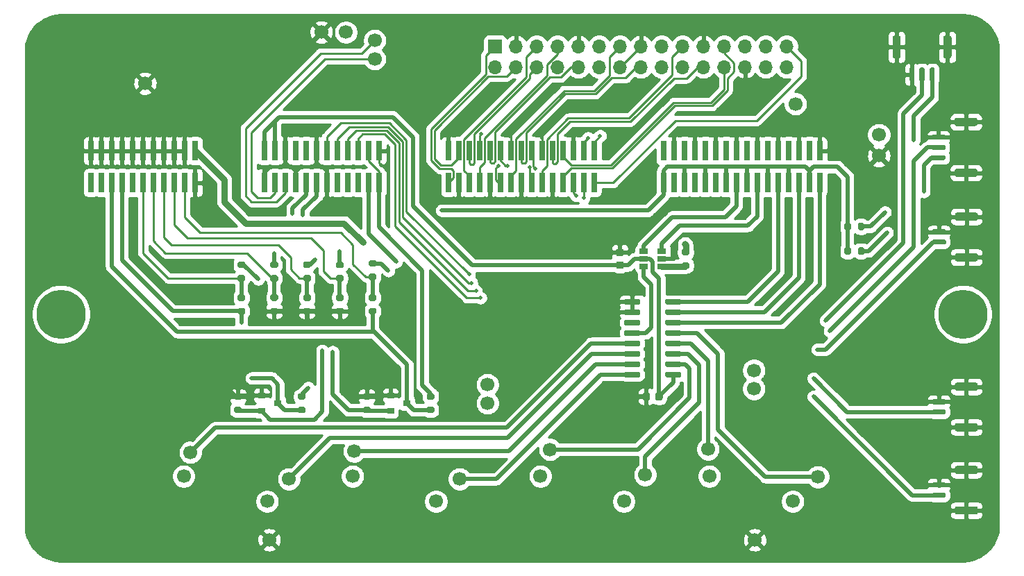
<source format=gbr>
%TF.GenerationSoftware,KiCad,Pcbnew,5.1.10-88a1d61d58~90~ubuntu20.04.1*%
%TF.CreationDate,2021-08-26T11:56:54+08:00*%
%TF.ProjectId,Syrostan-Ext-DIO,5379726f-7374-4616-9e2d-4578742d4449,rev?*%
%TF.SameCoordinates,Original*%
%TF.FileFunction,Copper,L2,Bot*%
%TF.FilePolarity,Positive*%
%FSLAX46Y46*%
G04 Gerber Fmt 4.6, Leading zero omitted, Abs format (unit mm)*
G04 Created by KiCad (PCBNEW 5.1.10-88a1d61d58~90~ubuntu20.04.1) date 2021-08-26 11:56:54*
%MOMM*%
%LPD*%
G01*
G04 APERTURE LIST*
%TA.AperFunction,ComponentPad*%
%ADD10C,6.000000*%
%TD*%
%TA.AperFunction,SMDPad,CuDef*%
%ADD11R,0.740000X2.400000*%
%TD*%
%TA.AperFunction,SMDPad,CuDef*%
%ADD12R,1.060000X0.650000*%
%TD*%
%TA.AperFunction,SMDPad,CuDef*%
%ADD13R,0.900000X0.800000*%
%TD*%
%TA.AperFunction,ComponentPad*%
%ADD14O,1.700000X1.700000*%
%TD*%
%TA.AperFunction,ComponentPad*%
%ADD15R,1.700000X1.700000*%
%TD*%
%TA.AperFunction,ComponentPad*%
%ADD16C,1.700000*%
%TD*%
%TA.AperFunction,ViaPad*%
%ADD17C,0.500000*%
%TD*%
%TA.AperFunction,ViaPad*%
%ADD18C,0.800000*%
%TD*%
%TA.AperFunction,Conductor*%
%ADD19C,0.254000*%
%TD*%
%TA.AperFunction,Conductor*%
%ADD20C,0.508000*%
%TD*%
%TA.AperFunction,Conductor*%
%ADD21C,0.762000*%
%TD*%
%TA.AperFunction,Conductor*%
%ADD22C,0.100000*%
%TD*%
G04 APERTURE END LIST*
D10*
%TO.P,REF\u002A\u002A,*%
%TO.N,*%
X210000000Y-104199969D03*
%TD*%
%TO.P,REF\u002A\u002A,*%
%TO.N,*%
X100000000Y-104199969D03*
%TD*%
D11*
%TO.P,J2,30*%
%TO.N,/+3V3MP*%
X165006666Y-88149969D03*
%TO.P,J2,29*%
%TO.N,+12V*%
X165006666Y-84249969D03*
%TO.P,J2,28*%
X163736666Y-88149969D03*
%TO.P,J2,27*%
%TO.N,/IIC_SCL*%
X163736666Y-84249969D03*
%TO.P,J2,26*%
%TO.N,/IIC_SDA*%
X162466666Y-88149969D03*
%TO.P,J2,25*%
%TO.N,GND*%
X162466666Y-84249969D03*
%TO.P,J2,24*%
%TO.N,/LVDS7_N*%
X161196666Y-88149969D03*
%TO.P,J2,23*%
%TO.N,/LVDS7_P*%
X161196666Y-84249969D03*
%TO.P,J2,22*%
%TO.N,GND*%
X159926666Y-88149969D03*
%TO.P,J2,21*%
%TO.N,/LVDS6_N*%
X159926666Y-84249969D03*
%TO.P,J2,20*%
%TO.N,/LVDS6_P*%
X158656666Y-88149969D03*
%TO.P,J2,19*%
%TO.N,GND*%
X158656666Y-84249969D03*
%TO.P,J2,18*%
%TO.N,/LVDS5_N*%
X157386666Y-88149969D03*
%TO.P,J2,17*%
%TO.N,/LVDS5_P*%
X157386666Y-84249969D03*
%TO.P,J2,16*%
%TO.N,GND*%
X156116666Y-88149969D03*
%TO.P,J2,15*%
%TO.N,/LVDS4_N*%
X156116666Y-84249969D03*
%TO.P,J2,14*%
%TO.N,/LVDS4_P*%
X154846666Y-88149969D03*
%TO.P,J2,13*%
%TO.N,GND*%
X154846666Y-84249969D03*
%TO.P,J2,12*%
%TO.N,/LVDS3_N*%
X153576666Y-88149969D03*
%TO.P,J2,11*%
%TO.N,/LVDS3_P*%
X153576666Y-84249969D03*
%TO.P,J2,10*%
%TO.N,GND*%
X152306666Y-88149969D03*
%TO.P,J2,9*%
%TO.N,/LVDS2_N*%
X152306666Y-84249969D03*
%TO.P,J2,8*%
%TO.N,/LVDS2_P*%
X151036666Y-88149969D03*
%TO.P,J2,7*%
%TO.N,GND*%
X151036666Y-84249969D03*
%TO.P,J2,6*%
%TO.N,/LVDS1_N*%
X149766666Y-88149969D03*
%TO.P,J2,5*%
%TO.N,/LVDS1_P*%
X149766666Y-84249969D03*
%TO.P,J2,4*%
%TO.N,GND*%
X148496666Y-88149969D03*
%TO.P,J2,3*%
%TO.N,/LVDS0_N*%
X148496666Y-84249969D03*
%TO.P,J2,2*%
%TO.N,/LVDS0_P*%
X147226666Y-88149969D03*
%TO.P,J2,1*%
%TO.N,GND*%
X147226666Y-84249969D03*
%TD*%
D12*
%TO.P,U2,5*%
%TO.N,+5V*%
X171060000Y-97440000D03*
%TO.P,U2,6*%
%TO.N,/FPGA_IO7*%
X171060000Y-96490000D03*
%TO.P,U2,4*%
%TO.N,/IO_MUX*%
X171060000Y-98390000D03*
%TO.P,U2,3*%
%TO.N,Net-(R13-Pad1)*%
X173260000Y-98390000D03*
%TO.P,U2,2*%
%TO.N,GND*%
X173260000Y-97440000D03*
%TO.P,U2,1*%
%TO.N,/FPGA_IO9*%
X173260000Y-96490000D03*
%TD*%
%TO.P,R17,2*%
%TO.N,/MCU_IO4*%
%TA.AperFunction,SMDPad,CuDef*%
G36*
G01*
X137025000Y-115485000D02*
X137575000Y-115485000D01*
G75*
G02*
X137775000Y-115685000I0J-200000D01*
G01*
X137775000Y-116085000D01*
G75*
G02*
X137575000Y-116285000I-200000J0D01*
G01*
X137025000Y-116285000D01*
G75*
G02*
X136825000Y-116085000I0J200000D01*
G01*
X136825000Y-115685000D01*
G75*
G02*
X137025000Y-115485000I200000J0D01*
G01*
G37*
%TD.AperFunction*%
%TO.P,R17,1*%
%TO.N,GND*%
%TA.AperFunction,SMDPad,CuDef*%
G36*
G01*
X137025000Y-113835000D02*
X137575000Y-113835000D01*
G75*
G02*
X137775000Y-114035000I0J-200000D01*
G01*
X137775000Y-114435000D01*
G75*
G02*
X137575000Y-114635000I-200000J0D01*
G01*
X137025000Y-114635000D01*
G75*
G02*
X136825000Y-114435000I0J200000D01*
G01*
X136825000Y-114035000D01*
G75*
G02*
X137025000Y-113835000I200000J0D01*
G01*
G37*
%TD.AperFunction*%
%TD*%
%TO.P,R16,2*%
%TO.N,/MCU_IO5*%
%TA.AperFunction,SMDPad,CuDef*%
G36*
G01*
X121305000Y-115485000D02*
X121855000Y-115485000D01*
G75*
G02*
X122055000Y-115685000I0J-200000D01*
G01*
X122055000Y-116085000D01*
G75*
G02*
X121855000Y-116285000I-200000J0D01*
G01*
X121305000Y-116285000D01*
G75*
G02*
X121105000Y-116085000I0J200000D01*
G01*
X121105000Y-115685000D01*
G75*
G02*
X121305000Y-115485000I200000J0D01*
G01*
G37*
%TD.AperFunction*%
%TO.P,R16,1*%
%TO.N,GND*%
%TA.AperFunction,SMDPad,CuDef*%
G36*
G01*
X121305000Y-113835000D02*
X121855000Y-113835000D01*
G75*
G02*
X122055000Y-114035000I0J-200000D01*
G01*
X122055000Y-114435000D01*
G75*
G02*
X121855000Y-114635000I-200000J0D01*
G01*
X121305000Y-114635000D01*
G75*
G02*
X121105000Y-114435000I0J200000D01*
G01*
X121105000Y-114035000D01*
G75*
G02*
X121305000Y-113835000I200000J0D01*
G01*
G37*
%TD.AperFunction*%
%TD*%
%TO.P,R15,2*%
%TO.N,+3V3*%
%TA.AperFunction,SMDPad,CuDef*%
G36*
G01*
X145345000Y-114635000D02*
X144795000Y-114635000D01*
G75*
G02*
X144595000Y-114435000I0J200000D01*
G01*
X144595000Y-114035000D01*
G75*
G02*
X144795000Y-113835000I200000J0D01*
G01*
X145345000Y-113835000D01*
G75*
G02*
X145545000Y-114035000I0J-200000D01*
G01*
X145545000Y-114435000D01*
G75*
G02*
X145345000Y-114635000I-200000J0D01*
G01*
G37*
%TD.AperFunction*%
%TO.P,R15,1*%
%TO.N,GND2*%
%TA.AperFunction,SMDPad,CuDef*%
G36*
G01*
X145345000Y-116285000D02*
X144795000Y-116285000D01*
G75*
G02*
X144595000Y-116085000I0J200000D01*
G01*
X144595000Y-115685000D01*
G75*
G02*
X144795000Y-115485000I200000J0D01*
G01*
X145345000Y-115485000D01*
G75*
G02*
X145545000Y-115685000I0J-200000D01*
G01*
X145545000Y-116085000D01*
G75*
G02*
X145345000Y-116285000I-200000J0D01*
G01*
G37*
%TD.AperFunction*%
%TD*%
%TO.P,R14,2*%
%TO.N,+3V3*%
%TA.AperFunction,SMDPad,CuDef*%
G36*
G01*
X129625000Y-114635000D02*
X129075000Y-114635000D01*
G75*
G02*
X128875000Y-114435000I0J200000D01*
G01*
X128875000Y-114035000D01*
G75*
G02*
X129075000Y-113835000I200000J0D01*
G01*
X129625000Y-113835000D01*
G75*
G02*
X129825000Y-114035000I0J-200000D01*
G01*
X129825000Y-114435000D01*
G75*
G02*
X129625000Y-114635000I-200000J0D01*
G01*
G37*
%TD.AperFunction*%
%TO.P,R14,1*%
%TO.N,GND1*%
%TA.AperFunction,SMDPad,CuDef*%
G36*
G01*
X129625000Y-116285000D02*
X129075000Y-116285000D01*
G75*
G02*
X128875000Y-116085000I0J200000D01*
G01*
X128875000Y-115685000D01*
G75*
G02*
X129075000Y-115485000I200000J0D01*
G01*
X129625000Y-115485000D01*
G75*
G02*
X129825000Y-115685000I0J-200000D01*
G01*
X129825000Y-116085000D01*
G75*
G02*
X129625000Y-116285000I-200000J0D01*
G01*
G37*
%TD.AperFunction*%
%TD*%
%TO.P,R13,2*%
%TO.N,/HSADC*%
%TA.AperFunction,SMDPad,CuDef*%
G36*
G01*
X176445000Y-97015000D02*
X175895000Y-97015000D01*
G75*
G02*
X175695000Y-96815000I0J200000D01*
G01*
X175695000Y-96415000D01*
G75*
G02*
X175895000Y-96215000I200000J0D01*
G01*
X176445000Y-96215000D01*
G75*
G02*
X176645000Y-96415000I0J-200000D01*
G01*
X176645000Y-96815000D01*
G75*
G02*
X176445000Y-97015000I-200000J0D01*
G01*
G37*
%TD.AperFunction*%
%TO.P,R13,1*%
%TO.N,Net-(R13-Pad1)*%
%TA.AperFunction,SMDPad,CuDef*%
G36*
G01*
X176445000Y-98665000D02*
X175895000Y-98665000D01*
G75*
G02*
X175695000Y-98465000I0J200000D01*
G01*
X175695000Y-98065000D01*
G75*
G02*
X175895000Y-97865000I200000J0D01*
G01*
X176445000Y-97865000D01*
G75*
G02*
X176645000Y-98065000I0J-200000D01*
G01*
X176645000Y-98465000D01*
G75*
G02*
X176445000Y-98665000I-200000J0D01*
G01*
G37*
%TD.AperFunction*%
%TD*%
D13*
%TO.P,Q2,3*%
%TO.N,GND2*%
X142185000Y-115060000D03*
%TO.P,Q2,2*%
%TO.N,GND*%
X140185000Y-114110000D03*
%TO.P,Q2,1*%
%TO.N,/MCU_IO4*%
X140185000Y-116010000D03*
%TD*%
%TO.P,Q1,3*%
%TO.N,GND1*%
X126465000Y-115060000D03*
%TO.P,Q1,2*%
%TO.N,GND*%
X124465000Y-114110000D03*
%TO.P,Q1,1*%
%TO.N,/MCU_IO5*%
X124465000Y-116010000D03*
%TD*%
%TO.P,C1,2*%
%TO.N,GND*%
%TA.AperFunction,SMDPad,CuDef*%
G36*
G01*
X168400000Y-97115000D02*
X167900000Y-97115000D01*
G75*
G02*
X167675000Y-96890000I0J225000D01*
G01*
X167675000Y-96440000D01*
G75*
G02*
X167900000Y-96215000I225000J0D01*
G01*
X168400000Y-96215000D01*
G75*
G02*
X168625000Y-96440000I0J-225000D01*
G01*
X168625000Y-96890000D01*
G75*
G02*
X168400000Y-97115000I-225000J0D01*
G01*
G37*
%TD.AperFunction*%
%TO.P,C1,1*%
%TO.N,+5V*%
%TA.AperFunction,SMDPad,CuDef*%
G36*
G01*
X168400000Y-98665000D02*
X167900000Y-98665000D01*
G75*
G02*
X167675000Y-98440000I0J225000D01*
G01*
X167675000Y-97990000D01*
G75*
G02*
X167900000Y-97765000I225000J0D01*
G01*
X168400000Y-97765000D01*
G75*
G02*
X168625000Y-97990000I0J-225000D01*
G01*
X168625000Y-98440000D01*
G75*
G02*
X168400000Y-98665000I-225000J0D01*
G01*
G37*
%TD.AperFunction*%
%TD*%
%TO.P,J10,MP*%
%TO.N,GND*%
%TA.AperFunction,SMDPad,CuDef*%
G36*
G01*
X211570000Y-92799969D02*
X209270000Y-92799969D01*
G75*
G02*
X209020000Y-92549969I0J250000D01*
G01*
X209020000Y-92049969D01*
G75*
G02*
X209270000Y-91799969I250000J0D01*
G01*
X211570000Y-91799969D01*
G75*
G02*
X211820000Y-92049969I0J-250000D01*
G01*
X211820000Y-92549969D01*
G75*
G02*
X211570000Y-92799969I-250000J0D01*
G01*
G37*
%TD.AperFunction*%
%TA.AperFunction,SMDPad,CuDef*%
G36*
G01*
X211570000Y-97749969D02*
X209270000Y-97749969D01*
G75*
G02*
X209020000Y-97499969I0J250000D01*
G01*
X209020000Y-96999969D01*
G75*
G02*
X209270000Y-96749969I250000J0D01*
G01*
X211570000Y-96749969D01*
G75*
G02*
X211820000Y-96999969I0J-250000D01*
G01*
X211820000Y-97499969D01*
G75*
G02*
X211570000Y-97749969I-250000J0D01*
G01*
G37*
%TD.AperFunction*%
%TO.P,J10,2*%
%TA.AperFunction,SMDPad,CuDef*%
G36*
G01*
X207770000Y-94449969D02*
X206370000Y-94449969D01*
G75*
G02*
X206220000Y-94299969I0J150000D01*
G01*
X206220000Y-93999969D01*
G75*
G02*
X206370000Y-93849969I150000J0D01*
G01*
X207770000Y-93849969D01*
G75*
G02*
X207920000Y-93999969I0J-150000D01*
G01*
X207920000Y-94299969D01*
G75*
G02*
X207770000Y-94449969I-150000J0D01*
G01*
G37*
%TD.AperFunction*%
%TO.P,J10,1*%
%TO.N,/MCU_IO7*%
%TA.AperFunction,SMDPad,CuDef*%
G36*
G01*
X207770000Y-95699969D02*
X206370000Y-95699969D01*
G75*
G02*
X206220000Y-95549969I0J150000D01*
G01*
X206220000Y-95249969D01*
G75*
G02*
X206370000Y-95099969I150000J0D01*
G01*
X207770000Y-95099969D01*
G75*
G02*
X207920000Y-95249969I0J-150000D01*
G01*
X207920000Y-95549969D01*
G75*
G02*
X207770000Y-95699969I-150000J0D01*
G01*
G37*
%TD.AperFunction*%
%TD*%
%TO.P,J9,MP*%
%TO.N,GND*%
%TA.AperFunction,SMDPad,CuDef*%
G36*
G01*
X211560000Y-113538334D02*
X209260000Y-113538334D01*
G75*
G02*
X209010000Y-113288334I0J250000D01*
G01*
X209010000Y-112788334D01*
G75*
G02*
X209260000Y-112538334I250000J0D01*
G01*
X211560000Y-112538334D01*
G75*
G02*
X211810000Y-112788334I0J-250000D01*
G01*
X211810000Y-113288334D01*
G75*
G02*
X211560000Y-113538334I-250000J0D01*
G01*
G37*
%TD.AperFunction*%
%TA.AperFunction,SMDPad,CuDef*%
G36*
G01*
X211560000Y-118488334D02*
X209260000Y-118488334D01*
G75*
G02*
X209010000Y-118238334I0J250000D01*
G01*
X209010000Y-117738334D01*
G75*
G02*
X209260000Y-117488334I250000J0D01*
G01*
X211560000Y-117488334D01*
G75*
G02*
X211810000Y-117738334I0J-250000D01*
G01*
X211810000Y-118238334D01*
G75*
G02*
X211560000Y-118488334I-250000J0D01*
G01*
G37*
%TD.AperFunction*%
%TO.P,J9,2*%
%TA.AperFunction,SMDPad,CuDef*%
G36*
G01*
X207760000Y-115188334D02*
X206360000Y-115188334D01*
G75*
G02*
X206210000Y-115038334I0J150000D01*
G01*
X206210000Y-114738334D01*
G75*
G02*
X206360000Y-114588334I150000J0D01*
G01*
X207760000Y-114588334D01*
G75*
G02*
X207910000Y-114738334I0J-150000D01*
G01*
X207910000Y-115038334D01*
G75*
G02*
X207760000Y-115188334I-150000J0D01*
G01*
G37*
%TD.AperFunction*%
%TO.P,J9,1*%
%TO.N,/MCU_IO6*%
%TA.AperFunction,SMDPad,CuDef*%
G36*
G01*
X207760000Y-116438334D02*
X206360000Y-116438334D01*
G75*
G02*
X206210000Y-116288334I0J150000D01*
G01*
X206210000Y-115988334D01*
G75*
G02*
X206360000Y-115838334I150000J0D01*
G01*
X207760000Y-115838334D01*
G75*
G02*
X207910000Y-115988334I0J-150000D01*
G01*
X207910000Y-116288334D01*
G75*
G02*
X207760000Y-116438334I-150000J0D01*
G01*
G37*
%TD.AperFunction*%
%TD*%
%TO.P,J8,MP*%
%TO.N,GND*%
%TA.AperFunction,SMDPad,CuDef*%
G36*
G01*
X211560000Y-123695000D02*
X209260000Y-123695000D01*
G75*
G02*
X209010000Y-123445000I0J250000D01*
G01*
X209010000Y-122945000D01*
G75*
G02*
X209260000Y-122695000I250000J0D01*
G01*
X211560000Y-122695000D01*
G75*
G02*
X211810000Y-122945000I0J-250000D01*
G01*
X211810000Y-123445000D01*
G75*
G02*
X211560000Y-123695000I-250000J0D01*
G01*
G37*
%TD.AperFunction*%
%TA.AperFunction,SMDPad,CuDef*%
G36*
G01*
X211560000Y-128645000D02*
X209260000Y-128645000D01*
G75*
G02*
X209010000Y-128395000I0J250000D01*
G01*
X209010000Y-127895000D01*
G75*
G02*
X209260000Y-127645000I250000J0D01*
G01*
X211560000Y-127645000D01*
G75*
G02*
X211810000Y-127895000I0J-250000D01*
G01*
X211810000Y-128395000D01*
G75*
G02*
X211560000Y-128645000I-250000J0D01*
G01*
G37*
%TD.AperFunction*%
%TO.P,J8,2*%
%TA.AperFunction,SMDPad,CuDef*%
G36*
G01*
X207760000Y-125345000D02*
X206360000Y-125345000D01*
G75*
G02*
X206210000Y-125195000I0J150000D01*
G01*
X206210000Y-124895000D01*
G75*
G02*
X206360000Y-124745000I150000J0D01*
G01*
X207760000Y-124745000D01*
G75*
G02*
X207910000Y-124895000I0J-150000D01*
G01*
X207910000Y-125195000D01*
G75*
G02*
X207760000Y-125345000I-150000J0D01*
G01*
G37*
%TD.AperFunction*%
%TO.P,J8,1*%
%TO.N,/MCU_IO0*%
%TA.AperFunction,SMDPad,CuDef*%
G36*
G01*
X207760000Y-126595000D02*
X206360000Y-126595000D01*
G75*
G02*
X206210000Y-126445000I0J150000D01*
G01*
X206210000Y-126145000D01*
G75*
G02*
X206360000Y-125995000I150000J0D01*
G01*
X207760000Y-125995000D01*
G75*
G02*
X207910000Y-126145000I0J-150000D01*
G01*
X207910000Y-126445000D01*
G75*
G02*
X207760000Y-126595000I-150000J0D01*
G01*
G37*
%TD.AperFunction*%
%TD*%
%TO.P,J7,MP*%
%TO.N,GND*%
%TA.AperFunction,SMDPad,CuDef*%
G36*
G01*
X202400000Y-70450000D02*
X202400000Y-72750000D01*
G75*
G02*
X202150000Y-73000000I-250000J0D01*
G01*
X201650000Y-73000000D01*
G75*
G02*
X201400000Y-72750000I0J250000D01*
G01*
X201400000Y-70450000D01*
G75*
G02*
X201650000Y-70200000I250000J0D01*
G01*
X202150000Y-70200000D01*
G75*
G02*
X202400000Y-70450000I0J-250000D01*
G01*
G37*
%TD.AperFunction*%
%TA.AperFunction,SMDPad,CuDef*%
G36*
G01*
X208600000Y-70450000D02*
X208600000Y-72750000D01*
G75*
G02*
X208350000Y-73000000I-250000J0D01*
G01*
X207850000Y-73000000D01*
G75*
G02*
X207600000Y-72750000I0J250000D01*
G01*
X207600000Y-70450000D01*
G75*
G02*
X207850000Y-70200000I250000J0D01*
G01*
X208350000Y-70200000D01*
G75*
G02*
X208600000Y-70450000I0J-250000D01*
G01*
G37*
%TD.AperFunction*%
%TO.P,J7,3*%
%TA.AperFunction,SMDPad,CuDef*%
G36*
G01*
X204050000Y-74250000D02*
X204050000Y-75650000D01*
G75*
G02*
X203900000Y-75800000I-150000J0D01*
G01*
X203600000Y-75800000D01*
G75*
G02*
X203450000Y-75650000I0J150000D01*
G01*
X203450000Y-74250000D01*
G75*
G02*
X203600000Y-74100000I150000J0D01*
G01*
X203900000Y-74100000D01*
G75*
G02*
X204050000Y-74250000I0J-150000D01*
G01*
G37*
%TD.AperFunction*%
%TO.P,J7,2*%
%TO.N,/MCU_IO9*%
%TA.AperFunction,SMDPad,CuDef*%
G36*
G01*
X205300000Y-74250000D02*
X205300000Y-75650000D01*
G75*
G02*
X205150000Y-75800000I-150000J0D01*
G01*
X204850000Y-75800000D01*
G75*
G02*
X204700000Y-75650000I0J150000D01*
G01*
X204700000Y-74250000D01*
G75*
G02*
X204850000Y-74100000I150000J0D01*
G01*
X205150000Y-74100000D01*
G75*
G02*
X205300000Y-74250000I0J-150000D01*
G01*
G37*
%TD.AperFunction*%
%TO.P,J7,1*%
%TO.N,Net-(J7-Pad1)*%
%TA.AperFunction,SMDPad,CuDef*%
G36*
G01*
X206550000Y-74250000D02*
X206550000Y-75650000D01*
G75*
G02*
X206400000Y-75800000I-150000J0D01*
G01*
X206100000Y-75800000D01*
G75*
G02*
X205950000Y-75650000I0J150000D01*
G01*
X205950000Y-74250000D01*
G75*
G02*
X206100000Y-74100000I150000J0D01*
G01*
X206400000Y-74100000D01*
G75*
G02*
X206550000Y-74250000I0J-150000D01*
G01*
G37*
%TD.AperFunction*%
%TD*%
%TO.P,J6,MP*%
%TO.N,GND*%
%TA.AperFunction,SMDPad,CuDef*%
G36*
G01*
X211520000Y-81250000D02*
X209220000Y-81250000D01*
G75*
G02*
X208970000Y-81000000I0J250000D01*
G01*
X208970000Y-80500000D01*
G75*
G02*
X209220000Y-80250000I250000J0D01*
G01*
X211520000Y-80250000D01*
G75*
G02*
X211770000Y-80500000I0J-250000D01*
G01*
X211770000Y-81000000D01*
G75*
G02*
X211520000Y-81250000I-250000J0D01*
G01*
G37*
%TD.AperFunction*%
%TA.AperFunction,SMDPad,CuDef*%
G36*
G01*
X211520000Y-87450000D02*
X209220000Y-87450000D01*
G75*
G02*
X208970000Y-87200000I0J250000D01*
G01*
X208970000Y-86700000D01*
G75*
G02*
X209220000Y-86450000I250000J0D01*
G01*
X211520000Y-86450000D01*
G75*
G02*
X211770000Y-86700000I0J-250000D01*
G01*
X211770000Y-87200000D01*
G75*
G02*
X211520000Y-87450000I-250000J0D01*
G01*
G37*
%TD.AperFunction*%
%TO.P,J6,3*%
%TA.AperFunction,SMDPad,CuDef*%
G36*
G01*
X207720000Y-82900000D02*
X206320000Y-82900000D01*
G75*
G02*
X206170000Y-82750000I0J150000D01*
G01*
X206170000Y-82450000D01*
G75*
G02*
X206320000Y-82300000I150000J0D01*
G01*
X207720000Y-82300000D01*
G75*
G02*
X207870000Y-82450000I0J-150000D01*
G01*
X207870000Y-82750000D01*
G75*
G02*
X207720000Y-82900000I-150000J0D01*
G01*
G37*
%TD.AperFunction*%
%TO.P,J6,2*%
%TO.N,/MCU_IO8*%
%TA.AperFunction,SMDPad,CuDef*%
G36*
G01*
X207720000Y-84150000D02*
X206320000Y-84150000D01*
G75*
G02*
X206170000Y-84000000I0J150000D01*
G01*
X206170000Y-83700000D01*
G75*
G02*
X206320000Y-83550000I150000J0D01*
G01*
X207720000Y-83550000D01*
G75*
G02*
X207870000Y-83700000I0J-150000D01*
G01*
X207870000Y-84000000D01*
G75*
G02*
X207720000Y-84150000I-150000J0D01*
G01*
G37*
%TD.AperFunction*%
%TO.P,J6,1*%
%TO.N,Net-(J6-Pad1)*%
%TA.AperFunction,SMDPad,CuDef*%
G36*
G01*
X207720000Y-85400000D02*
X206320000Y-85400000D01*
G75*
G02*
X206170000Y-85250000I0J150000D01*
G01*
X206170000Y-84950000D01*
G75*
G02*
X206320000Y-84800000I150000J0D01*
G01*
X207720000Y-84800000D01*
G75*
G02*
X207870000Y-84950000I0J-150000D01*
G01*
X207870000Y-85250000D01*
G75*
G02*
X207720000Y-85400000I-150000J0D01*
G01*
G37*
%TD.AperFunction*%
%TD*%
D11*
%TO.P,J5,32*%
%TO.N,/FPGA_IO15*%
X192525000Y-88149969D03*
%TO.P,J5,31*%
%TO.N,GND*%
X192525000Y-84249969D03*
%TO.P,J5,30*%
%TO.N,+3V3*%
X191255000Y-88149969D03*
%TO.P,J5,29*%
%TO.N,/FPGA_IO14*%
X191255000Y-84249969D03*
%TO.P,J5,28*%
%TO.N,/FPGA_IO13*%
X189985000Y-88149969D03*
%TO.P,J5,27*%
%TO.N,GND*%
X189985000Y-84249969D03*
%TO.P,J5,26*%
%TO.N,+3V3*%
X188715000Y-88149969D03*
%TO.P,J5,25*%
%TO.N,/FPGA_IO12*%
X188715000Y-84249969D03*
%TO.P,J5,24*%
%TO.N,/FPGA_IO11*%
X187445000Y-88149969D03*
%TO.P,J5,23*%
%TO.N,GND*%
X187445000Y-84249969D03*
%TO.P,J5,22*%
%TO.N,+3V3*%
X186175000Y-88149969D03*
%TO.P,J5,21*%
%TO.N,/FPGA_IO10*%
X186175000Y-84249969D03*
%TO.P,J5,20*%
%TO.N,/FPGA_IO9*%
X184905000Y-88149969D03*
%TO.P,J5,19*%
%TO.N,GND*%
X184905000Y-84249969D03*
%TO.P,J5,18*%
%TO.N,+3V3*%
X183635000Y-88149969D03*
%TO.P,J5,17*%
%TO.N,/FPGA_IO8*%
X183635000Y-84249969D03*
%TO.P,J5,16*%
%TO.N,/FPGA_IO7*%
X182365000Y-88149969D03*
%TO.P,J5,15*%
%TO.N,GND*%
X182365000Y-84249969D03*
%TO.P,J5,14*%
%TO.N,+3V3*%
X181095000Y-88149969D03*
%TO.P,J5,13*%
%TO.N,/FPGA_IO6*%
X181095000Y-84249969D03*
%TO.P,J5,12*%
%TO.N,/FPGA_IO5*%
X179825000Y-88149969D03*
%TO.P,J5,11*%
%TO.N,GND*%
X179825000Y-84249969D03*
%TO.P,J5,10*%
%TO.N,+3V3*%
X178555000Y-88149969D03*
%TO.P,J5,9*%
%TO.N,/FPGA_IO4*%
X178555000Y-84249969D03*
%TO.P,J5,8*%
%TO.N,/FPGA_IO3*%
X177285000Y-88149969D03*
%TO.P,J5,7*%
%TO.N,GND*%
X177285000Y-84249969D03*
%TO.P,J5,6*%
%TO.N,+3V3*%
X176015000Y-88149969D03*
%TO.P,J5,5*%
%TO.N,/FPGA_IO2*%
X176015000Y-84249969D03*
%TO.P,J5,4*%
%TO.N,/FPGA_IO1*%
X174745000Y-88149969D03*
%TO.P,J5,3*%
%TO.N,GND*%
X174745000Y-84249969D03*
%TO.P,J5,2*%
%TO.N,+3V3*%
X173475000Y-88149969D03*
%TO.P,J5,1*%
%TO.N,/FPGA_IO0*%
X173475000Y-84249969D03*
%TD*%
%TO.P,R12,2*%
%TO.N,Net-(J7-Pad1)*%
%TA.AperFunction,SMDPad,CuDef*%
G36*
G01*
X197175000Y-93775000D02*
X197175000Y-93225000D01*
G75*
G02*
X197375000Y-93025000I200000J0D01*
G01*
X197775000Y-93025000D01*
G75*
G02*
X197975000Y-93225000I0J-200000D01*
G01*
X197975000Y-93775000D01*
G75*
G02*
X197775000Y-93975000I-200000J0D01*
G01*
X197375000Y-93975000D01*
G75*
G02*
X197175000Y-93775000I0J200000D01*
G01*
G37*
%TD.AperFunction*%
%TO.P,R12,1*%
%TO.N,+3V3*%
%TA.AperFunction,SMDPad,CuDef*%
G36*
G01*
X195525000Y-93775000D02*
X195525000Y-93225000D01*
G75*
G02*
X195725000Y-93025000I200000J0D01*
G01*
X196125000Y-93025000D01*
G75*
G02*
X196325000Y-93225000I0J-200000D01*
G01*
X196325000Y-93775000D01*
G75*
G02*
X196125000Y-93975000I-200000J0D01*
G01*
X195725000Y-93975000D01*
G75*
G02*
X195525000Y-93775000I0J200000D01*
G01*
G37*
%TD.AperFunction*%
%TD*%
%TO.P,R11,2*%
%TO.N,Net-(J6-Pad1)*%
%TA.AperFunction,SMDPad,CuDef*%
G36*
G01*
X197175000Y-96775000D02*
X197175000Y-96225000D01*
G75*
G02*
X197375000Y-96025000I200000J0D01*
G01*
X197775000Y-96025000D01*
G75*
G02*
X197975000Y-96225000I0J-200000D01*
G01*
X197975000Y-96775000D01*
G75*
G02*
X197775000Y-96975000I-200000J0D01*
G01*
X197375000Y-96975000D01*
G75*
G02*
X197175000Y-96775000I0J200000D01*
G01*
G37*
%TD.AperFunction*%
%TO.P,R11,1*%
%TO.N,+3V3*%
%TA.AperFunction,SMDPad,CuDef*%
G36*
G01*
X195525000Y-96775000D02*
X195525000Y-96225000D01*
G75*
G02*
X195725000Y-96025000I200000J0D01*
G01*
X196125000Y-96025000D01*
G75*
G02*
X196325000Y-96225000I0J-200000D01*
G01*
X196325000Y-96775000D01*
G75*
G02*
X196125000Y-96975000I-200000J0D01*
G01*
X195725000Y-96975000D01*
G75*
G02*
X195525000Y-96775000I0J200000D01*
G01*
G37*
%TD.AperFunction*%
%TD*%
%TO.P,U1,16*%
%TO.N,+5V*%
%TA.AperFunction,SMDPad,CuDef*%
G36*
G01*
X173649969Y-111734969D02*
X173649969Y-111434969D01*
G75*
G02*
X173799969Y-111284969I150000J0D01*
G01*
X175499969Y-111284969D01*
G75*
G02*
X175649969Y-111434969I0J-150000D01*
G01*
X175649969Y-111734969D01*
G75*
G02*
X175499969Y-111884969I-150000J0D01*
G01*
X173799969Y-111884969D01*
G75*
G02*
X173649969Y-111734969I0J150000D01*
G01*
G37*
%TD.AperFunction*%
%TO.P,U1,15*%
%TO.N,/TP_IO5*%
%TA.AperFunction,SMDPad,CuDef*%
G36*
G01*
X173649969Y-110464969D02*
X173649969Y-110164969D01*
G75*
G02*
X173799969Y-110014969I150000J0D01*
G01*
X175499969Y-110014969D01*
G75*
G02*
X175649969Y-110164969I0J-150000D01*
G01*
X175649969Y-110464969D01*
G75*
G02*
X175499969Y-110614969I-150000J0D01*
G01*
X173799969Y-110614969D01*
G75*
G02*
X173649969Y-110464969I0J150000D01*
G01*
G37*
%TD.AperFunction*%
%TO.P,U1,14*%
%TO.N,/TP_IO6*%
%TA.AperFunction,SMDPad,CuDef*%
G36*
G01*
X173649969Y-109194969D02*
X173649969Y-108894969D01*
G75*
G02*
X173799969Y-108744969I150000J0D01*
G01*
X175499969Y-108744969D01*
G75*
G02*
X175649969Y-108894969I0J-150000D01*
G01*
X175649969Y-109194969D01*
G75*
G02*
X175499969Y-109344969I-150000J0D01*
G01*
X173799969Y-109344969D01*
G75*
G02*
X173649969Y-109194969I0J150000D01*
G01*
G37*
%TD.AperFunction*%
%TO.P,U1,13*%
%TO.N,/TP_IO7*%
%TA.AperFunction,SMDPad,CuDef*%
G36*
G01*
X173649969Y-107924969D02*
X173649969Y-107624969D01*
G75*
G02*
X173799969Y-107474969I150000J0D01*
G01*
X175499969Y-107474969D01*
G75*
G02*
X175649969Y-107624969I0J-150000D01*
G01*
X175649969Y-107924969D01*
G75*
G02*
X175499969Y-108074969I-150000J0D01*
G01*
X173799969Y-108074969D01*
G75*
G02*
X173649969Y-107924969I0J150000D01*
G01*
G37*
%TD.AperFunction*%
%TO.P,U1,12*%
%TO.N,/TP_IO8*%
%TA.AperFunction,SMDPad,CuDef*%
G36*
G01*
X173649969Y-106654969D02*
X173649969Y-106354969D01*
G75*
G02*
X173799969Y-106204969I150000J0D01*
G01*
X175499969Y-106204969D01*
G75*
G02*
X175649969Y-106354969I0J-150000D01*
G01*
X175649969Y-106654969D01*
G75*
G02*
X175499969Y-106804969I-150000J0D01*
G01*
X173799969Y-106804969D01*
G75*
G02*
X173649969Y-106654969I0J150000D01*
G01*
G37*
%TD.AperFunction*%
%TO.P,U1,11*%
%TO.N,/FPGA_IO15*%
%TA.AperFunction,SMDPad,CuDef*%
G36*
G01*
X173649969Y-105384969D02*
X173649969Y-105084969D01*
G75*
G02*
X173799969Y-104934969I150000J0D01*
G01*
X175499969Y-104934969D01*
G75*
G02*
X175649969Y-105084969I0J-150000D01*
G01*
X175649969Y-105384969D01*
G75*
G02*
X175499969Y-105534969I-150000J0D01*
G01*
X173799969Y-105534969D01*
G75*
G02*
X173649969Y-105384969I0J150000D01*
G01*
G37*
%TD.AperFunction*%
%TO.P,U1,10*%
%TO.N,/FPGA_IO13*%
%TA.AperFunction,SMDPad,CuDef*%
G36*
G01*
X173649969Y-104114969D02*
X173649969Y-103814969D01*
G75*
G02*
X173799969Y-103664969I150000J0D01*
G01*
X175499969Y-103664969D01*
G75*
G02*
X175649969Y-103814969I0J-150000D01*
G01*
X175649969Y-104114969D01*
G75*
G02*
X175499969Y-104264969I-150000J0D01*
G01*
X173799969Y-104264969D01*
G75*
G02*
X173649969Y-104114969I0J150000D01*
G01*
G37*
%TD.AperFunction*%
%TO.P,U1,9*%
%TO.N,/FPGA_IO11*%
%TA.AperFunction,SMDPad,CuDef*%
G36*
G01*
X173649969Y-102844969D02*
X173649969Y-102544969D01*
G75*
G02*
X173799969Y-102394969I150000J0D01*
G01*
X175499969Y-102394969D01*
G75*
G02*
X175649969Y-102544969I0J-150000D01*
G01*
X175649969Y-102844969D01*
G75*
G02*
X175499969Y-102994969I-150000J0D01*
G01*
X173799969Y-102994969D01*
G75*
G02*
X173649969Y-102844969I0J150000D01*
G01*
G37*
%TD.AperFunction*%
%TO.P,U1,8*%
%TO.N,GND*%
%TA.AperFunction,SMDPad,CuDef*%
G36*
G01*
X168649969Y-102844969D02*
X168649969Y-102544969D01*
G75*
G02*
X168799969Y-102394969I150000J0D01*
G01*
X170499969Y-102394969D01*
G75*
G02*
X170649969Y-102544969I0J-150000D01*
G01*
X170649969Y-102844969D01*
G75*
G02*
X170499969Y-102994969I-150000J0D01*
G01*
X168799969Y-102994969D01*
G75*
G02*
X168649969Y-102844969I0J150000D01*
G01*
G37*
%TD.AperFunction*%
%TO.P,U1,7*%
%TA.AperFunction,SMDPad,CuDef*%
G36*
G01*
X168649969Y-104114969D02*
X168649969Y-103814969D01*
G75*
G02*
X168799969Y-103664969I150000J0D01*
G01*
X170499969Y-103664969D01*
G75*
G02*
X170649969Y-103814969I0J-150000D01*
G01*
X170649969Y-104114969D01*
G75*
G02*
X170499969Y-104264969I-150000J0D01*
G01*
X168799969Y-104264969D01*
G75*
G02*
X168649969Y-104114969I0J150000D01*
G01*
G37*
%TD.AperFunction*%
%TO.P,U1,6*%
%TO.N,Net-(U1-Pad6)*%
%TA.AperFunction,SMDPad,CuDef*%
G36*
G01*
X168649969Y-105384969D02*
X168649969Y-105084969D01*
G75*
G02*
X168799969Y-104934969I150000J0D01*
G01*
X170499969Y-104934969D01*
G75*
G02*
X170649969Y-105084969I0J-150000D01*
G01*
X170649969Y-105384969D01*
G75*
G02*
X170499969Y-105534969I-150000J0D01*
G01*
X168799969Y-105534969D01*
G75*
G02*
X168649969Y-105384969I0J150000D01*
G01*
G37*
%TD.AperFunction*%
%TO.P,U1,5*%
%TO.N,/IO_MUX*%
%TA.AperFunction,SMDPad,CuDef*%
G36*
G01*
X168649969Y-106654969D02*
X168649969Y-106354969D01*
G75*
G02*
X168799969Y-106204969I150000J0D01*
G01*
X170499969Y-106204969D01*
G75*
G02*
X170649969Y-106354969I0J-150000D01*
G01*
X170649969Y-106654969D01*
G75*
G02*
X170499969Y-106804969I-150000J0D01*
G01*
X168799969Y-106804969D01*
G75*
G02*
X168649969Y-106654969I0J150000D01*
G01*
G37*
%TD.AperFunction*%
%TO.P,U1,4*%
%TO.N,/TP_IO1*%
%TA.AperFunction,SMDPad,CuDef*%
G36*
G01*
X168649969Y-107924969D02*
X168649969Y-107624969D01*
G75*
G02*
X168799969Y-107474969I150000J0D01*
G01*
X170499969Y-107474969D01*
G75*
G02*
X170649969Y-107624969I0J-150000D01*
G01*
X170649969Y-107924969D01*
G75*
G02*
X170499969Y-108074969I-150000J0D01*
G01*
X168799969Y-108074969D01*
G75*
G02*
X168649969Y-107924969I0J150000D01*
G01*
G37*
%TD.AperFunction*%
%TO.P,U1,3*%
%TO.N,/TP_IO2*%
%TA.AperFunction,SMDPad,CuDef*%
G36*
G01*
X168649969Y-109194969D02*
X168649969Y-108894969D01*
G75*
G02*
X168799969Y-108744969I150000J0D01*
G01*
X170499969Y-108744969D01*
G75*
G02*
X170649969Y-108894969I0J-150000D01*
G01*
X170649969Y-109194969D01*
G75*
G02*
X170499969Y-109344969I-150000J0D01*
G01*
X168799969Y-109344969D01*
G75*
G02*
X168649969Y-109194969I0J150000D01*
G01*
G37*
%TD.AperFunction*%
%TO.P,U1,2*%
%TO.N,/TP_IO3*%
%TA.AperFunction,SMDPad,CuDef*%
G36*
G01*
X168649969Y-110464969D02*
X168649969Y-110164969D01*
G75*
G02*
X168799969Y-110014969I150000J0D01*
G01*
X170499969Y-110014969D01*
G75*
G02*
X170649969Y-110164969I0J-150000D01*
G01*
X170649969Y-110464969D01*
G75*
G02*
X170499969Y-110614969I-150000J0D01*
G01*
X168799969Y-110614969D01*
G75*
G02*
X168649969Y-110464969I0J150000D01*
G01*
G37*
%TD.AperFunction*%
%TO.P,U1,1*%
%TO.N,/TP_IO4*%
%TA.AperFunction,SMDPad,CuDef*%
G36*
G01*
X168649969Y-111734969D02*
X168649969Y-111434969D01*
G75*
G02*
X168799969Y-111284969I150000J0D01*
G01*
X170499969Y-111284969D01*
G75*
G02*
X170649969Y-111434969I0J-150000D01*
G01*
X170649969Y-111734969D01*
G75*
G02*
X170499969Y-111884969I-150000J0D01*
G01*
X168799969Y-111884969D01*
G75*
G02*
X168649969Y-111734969I0J150000D01*
G01*
G37*
%TD.AperFunction*%
%TD*%
%TO.P,C4,2*%
%TO.N,GND*%
%TA.AperFunction,SMDPad,CuDef*%
G36*
G01*
X171824969Y-114000000D02*
X171824969Y-114500000D01*
G75*
G02*
X171599969Y-114725000I-225000J0D01*
G01*
X171149969Y-114725000D01*
G75*
G02*
X170924969Y-114500000I0J225000D01*
G01*
X170924969Y-114000000D01*
G75*
G02*
X171149969Y-113775000I225000J0D01*
G01*
X171599969Y-113775000D01*
G75*
G02*
X171824969Y-114000000I0J-225000D01*
G01*
G37*
%TD.AperFunction*%
%TO.P,C4,1*%
%TO.N,+5V*%
%TA.AperFunction,SMDPad,CuDef*%
G36*
G01*
X173374969Y-114000000D02*
X173374969Y-114500000D01*
G75*
G02*
X173149969Y-114725000I-225000J0D01*
G01*
X172699969Y-114725000D01*
G75*
G02*
X172474969Y-114500000I0J225000D01*
G01*
X172474969Y-114000000D01*
G75*
G02*
X172699969Y-113775000I225000J0D01*
G01*
X173149969Y-113775000D01*
G75*
G02*
X173374969Y-114000000I0J-225000D01*
G01*
G37*
%TD.AperFunction*%
%TD*%
%TO.P,R10,2*%
%TO.N,GND2*%
%TA.AperFunction,SMDPad,CuDef*%
G36*
G01*
X137725000Y-103425000D02*
X138275000Y-103425000D01*
G75*
G02*
X138475000Y-103625000I0J-200000D01*
G01*
X138475000Y-104025000D01*
G75*
G02*
X138275000Y-104225000I-200000J0D01*
G01*
X137725000Y-104225000D01*
G75*
G02*
X137525000Y-104025000I0J200000D01*
G01*
X137525000Y-103625000D01*
G75*
G02*
X137725000Y-103425000I200000J0D01*
G01*
G37*
%TD.AperFunction*%
%TO.P,R10,1*%
%TO.N,/ADC7*%
%TA.AperFunction,SMDPad,CuDef*%
G36*
G01*
X137725000Y-101775000D02*
X138275000Y-101775000D01*
G75*
G02*
X138475000Y-101975000I0J-200000D01*
G01*
X138475000Y-102375000D01*
G75*
G02*
X138275000Y-102575000I-200000J0D01*
G01*
X137725000Y-102575000D01*
G75*
G02*
X137525000Y-102375000I0J200000D01*
G01*
X137525000Y-101975000D01*
G75*
G02*
X137725000Y-101775000I200000J0D01*
G01*
G37*
%TD.AperFunction*%
%TD*%
%TO.P,R9,2*%
%TO.N,GND1*%
%TA.AperFunction,SMDPad,CuDef*%
G36*
G01*
X121725000Y-103425000D02*
X122275000Y-103425000D01*
G75*
G02*
X122475000Y-103625000I0J-200000D01*
G01*
X122475000Y-104025000D01*
G75*
G02*
X122275000Y-104225000I-200000J0D01*
G01*
X121725000Y-104225000D01*
G75*
G02*
X121525000Y-104025000I0J200000D01*
G01*
X121525000Y-103625000D01*
G75*
G02*
X121725000Y-103425000I200000J0D01*
G01*
G37*
%TD.AperFunction*%
%TO.P,R9,1*%
%TO.N,/ADC3*%
%TA.AperFunction,SMDPad,CuDef*%
G36*
G01*
X121725000Y-101775000D02*
X122275000Y-101775000D01*
G75*
G02*
X122475000Y-101975000I0J-200000D01*
G01*
X122475000Y-102375000D01*
G75*
G02*
X122275000Y-102575000I-200000J0D01*
G01*
X121725000Y-102575000D01*
G75*
G02*
X121525000Y-102375000I0J200000D01*
G01*
X121525000Y-101975000D01*
G75*
G02*
X121725000Y-101775000I200000J0D01*
G01*
G37*
%TD.AperFunction*%
%TD*%
%TO.P,R8,2*%
%TO.N,/ADC7*%
%TA.AperFunction,SMDPad,CuDef*%
G36*
G01*
X137725000Y-99250000D02*
X138275000Y-99250000D01*
G75*
G02*
X138475000Y-99450000I0J-200000D01*
G01*
X138475000Y-99850000D01*
G75*
G02*
X138275000Y-100050000I-200000J0D01*
G01*
X137725000Y-100050000D01*
G75*
G02*
X137525000Y-99850000I0J200000D01*
G01*
X137525000Y-99450000D01*
G75*
G02*
X137725000Y-99250000I200000J0D01*
G01*
G37*
%TD.AperFunction*%
%TO.P,R8,1*%
%TO.N,/TP_5V_2*%
%TA.AperFunction,SMDPad,CuDef*%
G36*
G01*
X137725000Y-97600000D02*
X138275000Y-97600000D01*
G75*
G02*
X138475000Y-97800000I0J-200000D01*
G01*
X138475000Y-98200000D01*
G75*
G02*
X138275000Y-98400000I-200000J0D01*
G01*
X137725000Y-98400000D01*
G75*
G02*
X137525000Y-98200000I0J200000D01*
G01*
X137525000Y-97800000D01*
G75*
G02*
X137725000Y-97600000I200000J0D01*
G01*
G37*
%TD.AperFunction*%
%TD*%
%TO.P,R7,2*%
%TO.N,/ADC3*%
%TA.AperFunction,SMDPad,CuDef*%
G36*
G01*
X121725000Y-99425000D02*
X122275000Y-99425000D01*
G75*
G02*
X122475000Y-99625000I0J-200000D01*
G01*
X122475000Y-100025000D01*
G75*
G02*
X122275000Y-100225000I-200000J0D01*
G01*
X121725000Y-100225000D01*
G75*
G02*
X121525000Y-100025000I0J200000D01*
G01*
X121525000Y-99625000D01*
G75*
G02*
X121725000Y-99425000I200000J0D01*
G01*
G37*
%TD.AperFunction*%
%TO.P,R7,1*%
%TO.N,/TP_5V_1*%
%TA.AperFunction,SMDPad,CuDef*%
G36*
G01*
X121725000Y-97775000D02*
X122275000Y-97775000D01*
G75*
G02*
X122475000Y-97975000I0J-200000D01*
G01*
X122475000Y-98375000D01*
G75*
G02*
X122275000Y-98575000I-200000J0D01*
G01*
X121725000Y-98575000D01*
G75*
G02*
X121525000Y-98375000I0J200000D01*
G01*
X121525000Y-97975000D01*
G75*
G02*
X121725000Y-97775000I200000J0D01*
G01*
G37*
%TD.AperFunction*%
%TD*%
%TO.P,R6,2*%
%TO.N,GND*%
%TA.AperFunction,SMDPad,CuDef*%
G36*
G01*
X125725000Y-103425000D02*
X126275000Y-103425000D01*
G75*
G02*
X126475000Y-103625000I0J-200000D01*
G01*
X126475000Y-104025000D01*
G75*
G02*
X126275000Y-104225000I-200000J0D01*
G01*
X125725000Y-104225000D01*
G75*
G02*
X125525000Y-104025000I0J200000D01*
G01*
X125525000Y-103625000D01*
G75*
G02*
X125725000Y-103425000I200000J0D01*
G01*
G37*
%TD.AperFunction*%
%TO.P,R6,1*%
%TO.N,/ADC4*%
%TA.AperFunction,SMDPad,CuDef*%
G36*
G01*
X125725000Y-101775000D02*
X126275000Y-101775000D01*
G75*
G02*
X126475000Y-101975000I0J-200000D01*
G01*
X126475000Y-102375000D01*
G75*
G02*
X126275000Y-102575000I-200000J0D01*
G01*
X125725000Y-102575000D01*
G75*
G02*
X125525000Y-102375000I0J200000D01*
G01*
X125525000Y-101975000D01*
G75*
G02*
X125725000Y-101775000I200000J0D01*
G01*
G37*
%TD.AperFunction*%
%TD*%
%TO.P,R5,2*%
%TO.N,GND*%
%TA.AperFunction,SMDPad,CuDef*%
G36*
G01*
X129725000Y-103425000D02*
X130275000Y-103425000D01*
G75*
G02*
X130475000Y-103625000I0J-200000D01*
G01*
X130475000Y-104025000D01*
G75*
G02*
X130275000Y-104225000I-200000J0D01*
G01*
X129725000Y-104225000D01*
G75*
G02*
X129525000Y-104025000I0J200000D01*
G01*
X129525000Y-103625000D01*
G75*
G02*
X129725000Y-103425000I200000J0D01*
G01*
G37*
%TD.AperFunction*%
%TO.P,R5,1*%
%TO.N,/ADC5*%
%TA.AperFunction,SMDPad,CuDef*%
G36*
G01*
X129725000Y-101775000D02*
X130275000Y-101775000D01*
G75*
G02*
X130475000Y-101975000I0J-200000D01*
G01*
X130475000Y-102375000D01*
G75*
G02*
X130275000Y-102575000I-200000J0D01*
G01*
X129725000Y-102575000D01*
G75*
G02*
X129525000Y-102375000I0J200000D01*
G01*
X129525000Y-101975000D01*
G75*
G02*
X129725000Y-101775000I200000J0D01*
G01*
G37*
%TD.AperFunction*%
%TD*%
%TO.P,R4,2*%
%TO.N,GND*%
%TA.AperFunction,SMDPad,CuDef*%
G36*
G01*
X133725000Y-103425000D02*
X134275000Y-103425000D01*
G75*
G02*
X134475000Y-103625000I0J-200000D01*
G01*
X134475000Y-104025000D01*
G75*
G02*
X134275000Y-104225000I-200000J0D01*
G01*
X133725000Y-104225000D01*
G75*
G02*
X133525000Y-104025000I0J200000D01*
G01*
X133525000Y-103625000D01*
G75*
G02*
X133725000Y-103425000I200000J0D01*
G01*
G37*
%TD.AperFunction*%
%TO.P,R4,1*%
%TO.N,/ADC6*%
%TA.AperFunction,SMDPad,CuDef*%
G36*
G01*
X133725000Y-101775000D02*
X134275000Y-101775000D01*
G75*
G02*
X134475000Y-101975000I0J-200000D01*
G01*
X134475000Y-102375000D01*
G75*
G02*
X134275000Y-102575000I-200000J0D01*
G01*
X133725000Y-102575000D01*
G75*
G02*
X133525000Y-102375000I0J200000D01*
G01*
X133525000Y-101975000D01*
G75*
G02*
X133725000Y-101775000I200000J0D01*
G01*
G37*
%TD.AperFunction*%
%TD*%
%TO.P,R3,2*%
%TO.N,/ADC4*%
%TA.AperFunction,SMDPad,CuDef*%
G36*
G01*
X125725000Y-99425000D02*
X126275000Y-99425000D01*
G75*
G02*
X126475000Y-99625000I0J-200000D01*
G01*
X126475000Y-100025000D01*
G75*
G02*
X126275000Y-100225000I-200000J0D01*
G01*
X125725000Y-100225000D01*
G75*
G02*
X125525000Y-100025000I0J200000D01*
G01*
X125525000Y-99625000D01*
G75*
G02*
X125725000Y-99425000I200000J0D01*
G01*
G37*
%TD.AperFunction*%
%TO.P,R3,1*%
%TO.N,/TP_3V3MP*%
%TA.AperFunction,SMDPad,CuDef*%
G36*
G01*
X125725000Y-97775000D02*
X126275000Y-97775000D01*
G75*
G02*
X126475000Y-97975000I0J-200000D01*
G01*
X126475000Y-98375000D01*
G75*
G02*
X126275000Y-98575000I-200000J0D01*
G01*
X125725000Y-98575000D01*
G75*
G02*
X125525000Y-98375000I0J200000D01*
G01*
X125525000Y-97975000D01*
G75*
G02*
X125725000Y-97775000I200000J0D01*
G01*
G37*
%TD.AperFunction*%
%TD*%
%TO.P,R2,2*%
%TO.N,/ADC5*%
%TA.AperFunction,SMDPad,CuDef*%
G36*
G01*
X129725000Y-99425000D02*
X130275000Y-99425000D01*
G75*
G02*
X130475000Y-99625000I0J-200000D01*
G01*
X130475000Y-100025000D01*
G75*
G02*
X130275000Y-100225000I-200000J0D01*
G01*
X129725000Y-100225000D01*
G75*
G02*
X129525000Y-100025000I0J200000D01*
G01*
X129525000Y-99625000D01*
G75*
G02*
X129725000Y-99425000I200000J0D01*
G01*
G37*
%TD.AperFunction*%
%TO.P,R2,1*%
%TO.N,/TP_3V3*%
%TA.AperFunction,SMDPad,CuDef*%
G36*
G01*
X129725000Y-97775000D02*
X130275000Y-97775000D01*
G75*
G02*
X130475000Y-97975000I0J-200000D01*
G01*
X130475000Y-98375000D01*
G75*
G02*
X130275000Y-98575000I-200000J0D01*
G01*
X129725000Y-98575000D01*
G75*
G02*
X129525000Y-98375000I0J200000D01*
G01*
X129525000Y-97975000D01*
G75*
G02*
X129725000Y-97775000I200000J0D01*
G01*
G37*
%TD.AperFunction*%
%TD*%
%TO.P,R1,2*%
%TO.N,/ADC6*%
%TA.AperFunction,SMDPad,CuDef*%
G36*
G01*
X133725000Y-99425000D02*
X134275000Y-99425000D01*
G75*
G02*
X134475000Y-99625000I0J-200000D01*
G01*
X134475000Y-100025000D01*
G75*
G02*
X134275000Y-100225000I-200000J0D01*
G01*
X133725000Y-100225000D01*
G75*
G02*
X133525000Y-100025000I0J200000D01*
G01*
X133525000Y-99625000D01*
G75*
G02*
X133725000Y-99425000I200000J0D01*
G01*
G37*
%TD.AperFunction*%
%TO.P,R1,1*%
%TO.N,/TP_12V*%
%TA.AperFunction,SMDPad,CuDef*%
G36*
G01*
X133725000Y-97775000D02*
X134275000Y-97775000D01*
G75*
G02*
X134475000Y-97975000I0J-200000D01*
G01*
X134475000Y-98375000D01*
G75*
G02*
X134275000Y-98575000I-200000J0D01*
G01*
X133725000Y-98575000D01*
G75*
G02*
X133525000Y-98375000I0J200000D01*
G01*
X133525000Y-97975000D01*
G75*
G02*
X133725000Y-97775000I200000J0D01*
G01*
G37*
%TD.AperFunction*%
%TD*%
%TO.P,J4,22*%
%TO.N,GND*%
X103650000Y-84249969D03*
%TO.P,J4,21*%
%TO.N,/DAC1*%
X103650000Y-88149969D03*
%TO.P,J4,20*%
%TO.N,GND*%
X104920000Y-84249969D03*
%TO.P,J4,19*%
%TO.N,/DAC0*%
X104920000Y-88149969D03*
%TO.P,J4,18*%
%TO.N,GND*%
X106190000Y-84249969D03*
%TO.P,J4,17*%
%TO.N,GND2*%
X106190000Y-88149969D03*
%TO.P,J4,16*%
%TO.N,GND*%
X107460000Y-84249969D03*
%TO.P,J4,15*%
%TO.N,GND1*%
X107460000Y-88149969D03*
%TO.P,J4,14*%
%TO.N,GND*%
X108730000Y-84249969D03*
%TO.P,J4,13*%
%TO.N,/ADC2*%
X108730000Y-88149969D03*
%TO.P,J4,12*%
%TO.N,GND*%
X110000000Y-84249969D03*
%TO.P,J4,11*%
%TO.N,/ADC3*%
X110000000Y-88149969D03*
%TO.P,J4,10*%
%TO.N,GND*%
X111270000Y-84249969D03*
%TO.P,J4,9*%
%TO.N,/ADC4*%
X111270000Y-88149969D03*
%TO.P,J4,8*%
%TO.N,GND*%
X112540000Y-84249969D03*
%TO.P,J4,7*%
%TO.N,/ADC5*%
X112540000Y-88149969D03*
%TO.P,J4,6*%
%TO.N,GND*%
X113810000Y-84249969D03*
%TO.P,J4,5*%
%TO.N,/ADC6*%
X113810000Y-88149969D03*
%TO.P,J4,4*%
%TO.N,GND*%
X115080000Y-84249969D03*
%TO.P,J4,3*%
%TO.N,/ADC7*%
X115080000Y-88149969D03*
%TO.P,J4,2*%
%TO.N,/HSADC*%
X116350000Y-84249969D03*
%TO.P,J4,1*%
%TO.N,GND*%
X116350000Y-88149969D03*
%TD*%
%TO.P,J3,24*%
%TO.N,+5V*%
X124798333Y-84249969D03*
%TO.P,J3,23*%
%TO.N,GND*%
X124798333Y-88149969D03*
%TO.P,J3,22*%
%TO.N,+5V*%
X126068333Y-84249969D03*
%TO.P,J3,21*%
%TO.N,/IIC_SDA*%
X126068333Y-88149969D03*
%TO.P,J3,20*%
%TO.N,GND*%
X127338333Y-84249969D03*
%TO.P,J3,19*%
%TO.N,/IIC_SCL*%
X127338333Y-88149969D03*
%TO.P,J3,18*%
%TO.N,/MCU_IO11*%
X128608333Y-84249969D03*
%TO.P,J3,17*%
%TO.N,GND*%
X128608333Y-88149969D03*
%TO.P,J3,16*%
%TO.N,/MCU_IO10*%
X129878333Y-84249969D03*
%TO.P,J3,15*%
%TO.N,/MCU_IO5*%
X129878333Y-88149969D03*
%TO.P,J3,14*%
%TO.N,GND*%
X131148333Y-84249969D03*
%TO.P,J3,13*%
%TO.N,/MCU_IO4*%
X131148333Y-88149969D03*
%TO.P,J3,12*%
%TO.N,/MCU_IO9*%
X132418333Y-84249969D03*
%TO.P,J3,11*%
%TO.N,GND*%
X132418333Y-88149969D03*
%TO.P,J3,10*%
%TO.N,/MCU_IO8*%
X133688333Y-84249969D03*
%TO.P,J3,9*%
%TO.N,/MCU_IO3*%
X133688333Y-88149969D03*
%TO.P,J3,8*%
%TO.N,/MCU_IO7*%
X134958333Y-84249969D03*
%TO.P,J3,7*%
%TO.N,/MCU_IO2*%
X134958333Y-88149969D03*
%TO.P,J3,6*%
%TO.N,/MCU_IO6*%
X136228333Y-84249969D03*
%TO.P,J3,5*%
%TO.N,/MCU_IO1*%
X136228333Y-88149969D03*
%TO.P,J3,4*%
%TO.N,+3V3*%
X137498333Y-84249969D03*
%TO.P,J3,3*%
%TO.N,/MCU_IO0*%
X137498333Y-88149969D03*
%TO.P,J3,2*%
%TO.N,GND*%
X138768333Y-84249969D03*
%TO.P,J3,1*%
%TO.N,+3V3*%
X138768333Y-88149969D03*
%TD*%
D14*
%TO.P,J1,30*%
%TO.N,+12V*%
X188489972Y-74072259D03*
%TO.P,J1,29*%
%TO.N,/+3V3MP*%
X188489972Y-71532259D03*
%TO.P,J1,28*%
%TO.N,/IIC_SCL*%
X185949972Y-74072259D03*
%TO.P,J1,27*%
%TO.N,+12V*%
X185949972Y-71532259D03*
%TO.P,J1,26*%
%TO.N,GND*%
X183409972Y-74072259D03*
%TO.P,J1,25*%
%TO.N,/IIC_SDA*%
X183409972Y-71532259D03*
%TO.P,J1,24*%
%TO.N,/LVDS7_P*%
X180869972Y-74072259D03*
%TO.P,J1,23*%
%TO.N,/LVDS7_N*%
X180869972Y-71532259D03*
%TO.P,J1,22*%
%TO.N,/LVDS6_N*%
X178329972Y-74072259D03*
%TO.P,J1,21*%
%TO.N,GND*%
X178329972Y-71532259D03*
%TO.P,J1,20*%
X175789972Y-74072259D03*
%TO.P,J1,19*%
%TO.N,/LVDS6_P*%
X175789972Y-71532259D03*
%TO.P,J1,18*%
%TO.N,/LVDS5_P*%
X173249972Y-74072259D03*
%TO.P,J1,17*%
%TO.N,/LVDS5_N*%
X173249972Y-71532259D03*
%TO.P,J1,16*%
%TO.N,/LVDS4_N*%
X170709972Y-74072259D03*
%TO.P,J1,15*%
%TO.N,GND*%
X170709972Y-71532259D03*
%TO.P,J1,14*%
X168169972Y-74072259D03*
%TO.P,J1,13*%
%TO.N,/LVDS4_P*%
X168169972Y-71532259D03*
%TO.P,J1,12*%
%TO.N,/LVDS3_P*%
X165629972Y-74072259D03*
%TO.P,J1,11*%
%TO.N,/LVDS3_N*%
X165629972Y-71532259D03*
%TO.P,J1,10*%
%TO.N,/LVDS2_N*%
X163089972Y-74072259D03*
%TO.P,J1,9*%
%TO.N,GND*%
X163089972Y-71532259D03*
%TO.P,J1,8*%
X160549972Y-74072259D03*
%TO.P,J1,7*%
%TO.N,/LVDS2_P*%
X160549972Y-71532259D03*
%TO.P,J1,6*%
%TO.N,/LVDS1_P*%
X158009972Y-74072259D03*
%TO.P,J1,5*%
%TO.N,/LVDS1_N*%
X158009972Y-71532259D03*
%TO.P,J1,4*%
%TO.N,/LVDS0_N*%
X155469972Y-74072259D03*
%TO.P,J1,3*%
%TO.N,GND*%
X155469972Y-71532259D03*
%TO.P,J1,2*%
X152929972Y-74072259D03*
D15*
%TO.P,J1,1*%
%TO.N,/LVDS0_P*%
X152929972Y-71532259D03*
%TD*%
D16*
%TO.P,TP30,1*%
%TO.N,GND*%
X184621295Y-131744019D03*
%TD*%
%TO.P,TP29,1*%
%TO.N,GND*%
X125378705Y-131744019D03*
%TD*%
%TO.P,TP28,1*%
%TO.N,/IIC_SCL*%
X138249999Y-70799941D03*
%TD*%
%TO.P,TP27,1*%
%TO.N,/IIC_SDA*%
X138249999Y-73049939D03*
%TD*%
%TO.P,TP26,1*%
%TO.N,/TP_3V3MP*%
X134750001Y-69799940D03*
%TD*%
%TO.P,TP25,1*%
%TO.N,GND*%
X131749999Y-69799940D03*
%TD*%
%TO.P,TP24,1*%
%TO.N,/TP_3V3*%
X189575001Y-78549941D03*
%TD*%
%TO.P,TP23,1*%
%TO.N,GND*%
X199750000Y-84869661D03*
%TD*%
%TO.P,TP22,1*%
%TO.N,GND*%
X110249999Y-76049941D03*
%TD*%
%TO.P,TP21,1*%
%TO.N,/TP_12V*%
X199750000Y-82299941D03*
%TD*%
%TO.P,TP20,1*%
%TO.N,GND2*%
X168632902Y-127038843D03*
%TD*%
%TO.P,TP19,1*%
%TO.N,/TP_5V_2*%
X184500000Y-111049939D03*
%TD*%
%TO.P,TP18,1*%
%TO.N,GND1*%
X145732908Y-127038843D03*
%TD*%
%TO.P,TP17,1*%
%TO.N,/TP_5V_1*%
X151999999Y-112799941D03*
%TD*%
%TO.P,TP16,1*%
%TO.N,GND2*%
X158460068Y-123960013D03*
%TD*%
%TO.P,TP15,1*%
%TO.N,/TP_IO8*%
X192300131Y-124037957D03*
%TD*%
%TO.P,TP14,1*%
%TO.N,GND2*%
X189232908Y-127038843D03*
%TD*%
%TO.P,TP13,1*%
%TO.N,/TP_IO7*%
X178914252Y-120659661D03*
%TD*%
%TO.P,TP12,1*%
%TO.N,GND2*%
X184500000Y-113299940D03*
%TD*%
%TO.P,TP11,1*%
%TO.N,/TP_IO6*%
X171218146Y-123783997D03*
%TD*%
%TO.P,TP10,1*%
%TO.N,GND2*%
X179060001Y-123959939D03*
%TD*%
%TO.P,TP9,1*%
%TO.N,/TP_IO5*%
X159635657Y-120710465D03*
%TD*%
%TO.P,TP8,1*%
%TO.N,GND1*%
X151999999Y-115049939D03*
%TD*%
%TO.P,TP7,1*%
%TO.N,/TP_IO4*%
X148604056Y-124292016D03*
%TD*%
%TO.P,TP6,1*%
%TO.N,GND1*%
X135560057Y-123960013D03*
%TD*%
%TO.P,TP5,1*%
%TO.N,/TP_IO3*%
X135759665Y-120913667D03*
%TD*%
%TO.P,TP4,1*%
%TO.N,GND1*%
X114960000Y-123959939D03*
%TD*%
%TO.P,TP3,1*%
%TO.N,/TP_IO2*%
X127784064Y-124292016D03*
%TD*%
%TO.P,TP2,1*%
%TO.N,GND1*%
X125132902Y-127038843D03*
%TD*%
%TO.P,TP1,1*%
%TO.N,/TP_IO1*%
X115769858Y-121066064D03*
%TD*%
D17*
%TO.N,+12V*%
X165750000Y-82440000D03*
X163736666Y-90023334D03*
%TO.N,/IIC_SCL*%
X164300000Y-82690000D03*
%TO.N,/IIC_SDA*%
X162800000Y-89710000D03*
%TO.N,GND*%
X139000000Y-86000000D03*
D18*
X170000000Y-114250000D03*
D17*
X116350000Y-90850000D03*
X115080000Y-82170000D03*
X113810000Y-82190000D03*
X112540000Y-82210000D03*
X111270000Y-82230000D03*
X110000000Y-82250000D03*
X108730000Y-82270000D03*
X107460000Y-82290000D03*
X106190000Y-82310000D03*
X104920000Y-82330000D03*
X103650000Y-82350000D03*
X126713333Y-86213333D03*
X129250000Y-86250000D03*
X131773333Y-86226667D03*
X160000000Y-107000000D03*
X165000000Y-123000000D03*
X142000000Y-103000000D03*
X136000000Y-77000000D03*
X186000000Y-96000000D03*
X147000000Y-105000000D03*
X115450000Y-98300000D03*
X188700000Y-97070000D03*
X191300000Y-97210000D03*
X119910000Y-112880000D03*
X136060000Y-114240000D03*
X130000002Y-105150000D03*
X169355000Y-96665000D03*
X174810000Y-97440000D03*
X167535031Y-104034010D03*
X116970000Y-101800000D03*
X116990000Y-105170000D03*
X108870000Y-92250000D03*
X183670000Y-90960000D03*
X158660000Y-96669969D03*
X150740000Y-79130000D03*
X163820000Y-78890000D03*
X166950000Y-84140000D03*
X170080000Y-88960000D03*
X183740000Y-77610000D03*
X179830000Y-81540000D03*
X151260000Y-82190000D03*
X177000000Y-91199969D03*
X170370000Y-76789969D03*
X159570000Y-76999969D03*
X176810000Y-76399969D03*
%TO.N,/LVDS5_N*%
X157120000Y-86270000D03*
%TO.N,/LVDS5_P*%
X157860000Y-86450000D03*
%TO.N,/LVDS3_N*%
X153310000Y-86080000D03*
%TO.N,/LVDS3_P*%
X154410000Y-86090000D03*
%TO.N,+3V3*%
X130150000Y-113160000D03*
X144050000Y-112840000D03*
X146430000Y-91540000D03*
X138768333Y-91301667D03*
D18*
%TO.N,/HSADC*%
X136820000Y-95409969D03*
X176120000Y-95679969D03*
D17*
%TO.N,/TP_12V*%
X134000000Y-96500000D03*
%TO.N,/TP_3V3*%
X131000000Y-97500000D03*
%TO.N,/TP_3V3MP*%
X126000000Y-96750000D03*
%TO.N,/MCU_IO0*%
X191750000Y-114250000D03*
X140880000Y-97799969D03*
%TO.N,/TP_5V_1*%
X124040000Y-99940000D03*
%TO.N,/TP_5V_2*%
X139930000Y-98899969D03*
%TO.N,GND1*%
X123250000Y-112000000D03*
X122000000Y-105250000D03*
%TO.N,GND2*%
X142190000Y-110350000D03*
%TO.N,/MCU_IO4*%
X129510000Y-92120000D03*
X133130000Y-108780000D03*
%TO.N,/MCU_IO5*%
X128220000Y-91910000D03*
X131860000Y-108630000D03*
%TO.N,/MCU_IO9*%
X193250002Y-105000000D03*
X149790000Y-99330000D03*
%TO.N,/MCU_IO8*%
X150080000Y-100400000D03*
X193750000Y-106250000D03*
%TO.N,/MCU_IO7*%
X192250000Y-108500000D03*
X150600000Y-101380000D03*
%TO.N,/MCU_IO6*%
X191750000Y-112026668D03*
X151170000Y-102220000D03*
%TO.N,Net-(J6-Pad1)*%
X205250000Y-89250000D03*
X200750000Y-94250000D03*
%TO.N,Net-(J7-Pad1)*%
X204000000Y-83000000D03*
X200500000Y-91750000D03*
%TD*%
D19*
%TO.N,/+3V3MP*%
X190290000Y-73332287D02*
X188489972Y-71532259D01*
X190290000Y-75170000D02*
X190290000Y-73332287D01*
X184880031Y-80579969D02*
X190290000Y-75170000D01*
X174910000Y-80579969D02*
X184880031Y-80579969D01*
X167340000Y-88149969D02*
X174910000Y-80579969D01*
X165006666Y-88149969D02*
X167340000Y-88149969D01*
%TO.N,+12V*%
X163736666Y-88149969D02*
X163736666Y-90023334D01*
X165006666Y-84249969D02*
X165006666Y-83183334D01*
X165006666Y-83183334D02*
X165750000Y-82440000D01*
X165750000Y-82440000D02*
X165750000Y-82440000D01*
X163736666Y-90023334D02*
X163736666Y-90023334D01*
%TO.N,/IIC_SCL*%
X163736666Y-83253334D02*
X164300000Y-82690000D01*
X163736666Y-84249969D02*
X163736666Y-83253334D01*
X136699971Y-72349969D02*
X138249999Y-70799941D01*
X131650031Y-72349969D02*
X136699971Y-72349969D01*
X122500000Y-81500000D02*
X131650031Y-72349969D01*
X122500000Y-89750000D02*
X122500000Y-81500000D01*
X123250000Y-90500000D02*
X122500000Y-89750000D01*
X126250000Y-90500000D02*
X123250000Y-90500000D01*
X127338333Y-89411667D02*
X126250000Y-90500000D01*
X127338333Y-88149969D02*
X127338333Y-89411667D01*
%TO.N,/IIC_SDA*%
X132200061Y-73049939D02*
X138249999Y-73049939D01*
X123250000Y-82000000D02*
X132200061Y-73049939D01*
X124000000Y-90000000D02*
X123250000Y-89250000D01*
X125500000Y-90000000D02*
X124000000Y-90000000D01*
X126068333Y-89431667D02*
X125500000Y-90000000D01*
X123250000Y-89250000D02*
X123250000Y-82000000D01*
X126068333Y-88149969D02*
X126068333Y-89431667D01*
X162466666Y-89376666D02*
X162800000Y-89710000D01*
X162466666Y-88149969D02*
X162466666Y-89376666D01*
D20*
%TO.N,GND*%
X171374969Y-114250000D02*
X170000000Y-114250000D01*
X170000000Y-114250000D02*
X170000000Y-114250000D01*
D19*
X103650000Y-84249969D02*
X103650000Y-82350000D01*
X104920000Y-84249969D02*
X104920000Y-82330000D01*
X106190000Y-84249969D02*
X106190000Y-82310000D01*
X107460000Y-84249969D02*
X107460000Y-82290000D01*
X108730000Y-84249969D02*
X108730000Y-82270000D01*
X110000000Y-84249969D02*
X110000000Y-82250000D01*
X111270000Y-84249969D02*
X111270000Y-82230000D01*
X112540000Y-84249969D02*
X112540000Y-82210000D01*
X113810000Y-84249969D02*
X113810000Y-82190000D01*
X115080000Y-84249969D02*
X115080000Y-82170000D01*
X116350000Y-88149969D02*
X116350000Y-90850000D01*
X116350000Y-90850000D02*
X116350000Y-90850000D01*
X115080000Y-82170000D02*
X115080000Y-82170000D01*
X113810000Y-82190000D02*
X113810000Y-82190000D01*
X112540000Y-82210000D02*
X112540000Y-82210000D01*
X111270000Y-82230000D02*
X111270000Y-82230000D01*
X110000000Y-82250000D02*
X110000000Y-82250000D01*
X108730000Y-82270000D02*
X108730000Y-82270000D01*
X107460000Y-82290000D02*
X107460000Y-82290000D01*
X106190000Y-82310000D02*
X106190000Y-82310000D01*
X104920000Y-82330000D02*
X104920000Y-82330000D01*
X103650000Y-82350000D02*
X103650000Y-82350000D01*
X167535031Y-103964969D02*
X167535031Y-103964969D01*
X127338333Y-84249969D02*
X127338333Y-85588333D01*
X128608333Y-86858333D02*
X128608333Y-88149969D01*
X127338333Y-85588333D02*
X128608333Y-86858333D01*
X124798333Y-88149969D02*
X124798333Y-86951667D01*
X124798333Y-86951667D02*
X125500000Y-86250000D01*
X126676666Y-86250000D02*
X126713333Y-86213333D01*
X125500000Y-86250000D02*
X126676666Y-86250000D01*
X126713333Y-86213333D02*
X127338333Y-85588333D01*
X131148333Y-84249969D02*
X131148333Y-85601667D01*
X131148333Y-85601667D02*
X130500000Y-86250000D01*
X129216666Y-86250000D02*
X128608333Y-86858333D01*
X130500000Y-86250000D02*
X129250000Y-86250000D01*
X131796666Y-86250000D02*
X131773333Y-86226667D01*
X132418333Y-86871667D02*
X131796666Y-86250000D01*
X132418333Y-88149969D02*
X132418333Y-86871667D01*
X129250000Y-86250000D02*
X129216666Y-86250000D01*
X131773333Y-86226667D02*
X131148333Y-85601667D01*
X138768333Y-85768333D02*
X139000000Y-86000000D01*
X138768333Y-84249969D02*
X138768333Y-85768333D01*
D20*
X121705000Y-114110000D02*
X121580000Y-114235000D01*
X124465000Y-114110000D02*
X121705000Y-114110000D01*
X137425000Y-114110000D02*
X137300000Y-114235000D01*
X140185000Y-114110000D02*
X137425000Y-114110000D01*
X126000000Y-103825000D02*
X134000000Y-103825000D01*
X121265000Y-114235000D02*
X119910000Y-112880000D01*
X121580000Y-114235000D02*
X121265000Y-114235000D01*
X137300000Y-114235000D02*
X136065000Y-114235000D01*
X136065000Y-114235000D02*
X136060000Y-114240000D01*
X130000000Y-103825000D02*
X130000000Y-105149998D01*
X130000000Y-105149998D02*
X130000002Y-105150000D01*
X168150000Y-96665000D02*
X169355000Y-96665000D01*
X169355000Y-96665000D02*
X169355000Y-96665000D01*
X173260000Y-97440000D02*
X174810000Y-97440000D01*
X174810000Y-97440000D02*
X174810000Y-97440000D01*
D19*
X169649969Y-103964969D02*
X167604072Y-103964969D01*
X167604072Y-103964969D02*
X167535031Y-104034010D01*
X158656666Y-84249969D02*
X158656666Y-82013334D01*
X161780000Y-78890000D02*
X163820000Y-78890000D01*
X158656666Y-82013334D02*
X161780000Y-78890000D01*
X151036666Y-82413334D02*
X151260000Y-82190000D01*
X151036666Y-84249969D02*
X151036666Y-82413334D01*
X168169972Y-74072259D02*
X170709972Y-71532259D01*
X154846666Y-81723303D02*
X154846666Y-84249969D01*
X159570000Y-76999969D02*
X154846666Y-81723303D01*
X147226666Y-82643334D02*
X147226666Y-84249969D01*
X150740000Y-79130000D02*
X147226666Y-82643334D01*
%TO.N,/LVDS7_N*%
X182090000Y-74610000D02*
X182090000Y-73550000D01*
X180869972Y-72329972D02*
X180869972Y-71532259D01*
X181250972Y-75449028D02*
X182090000Y-74610000D01*
X182090000Y-73550000D02*
X180869972Y-72329972D01*
X181250972Y-76908436D02*
X181250972Y-75449028D01*
X179398908Y-78760500D02*
X181250972Y-76908436D01*
X162198964Y-86390469D02*
X167228939Y-86390469D01*
X161196666Y-87392767D02*
X162198964Y-86390469D01*
X174858908Y-78760500D02*
X179398908Y-78760500D01*
X167228939Y-86390469D02*
X174858908Y-78760500D01*
X161196666Y-88149969D02*
X161196666Y-87392767D01*
%TO.N,/LVDS7_P*%
X180869972Y-76750620D02*
X180869972Y-74072259D01*
X179241092Y-78379500D02*
X180869972Y-76750620D01*
X174701092Y-78379500D02*
X179241092Y-78379500D01*
X167071123Y-86009469D02*
X174701092Y-78379500D01*
X162198964Y-86009469D02*
X167071123Y-86009469D01*
X161196666Y-85007171D02*
X162198964Y-86009469D01*
X161196666Y-84249969D02*
X161196666Y-85007171D01*
%TO.N,/LVDS6_N*%
X160330000Y-85850000D02*
X160080000Y-85850000D01*
X160560000Y-85620000D02*
X160330000Y-85850000D01*
X159926666Y-85696666D02*
X159926666Y-84249969D01*
X160560000Y-82180000D02*
X160560000Y-85620000D01*
X169451639Y-80680000D02*
X162060000Y-80680000D01*
X176310000Y-75400000D02*
X174731639Y-75400000D01*
X160080000Y-85850000D02*
X159926666Y-85696666D01*
X162060000Y-80680000D02*
X160560000Y-82180000D01*
X174731639Y-75400000D02*
X169451639Y-80680000D01*
X177637741Y-74072259D02*
X176310000Y-75400000D01*
X178329972Y-74072259D02*
X177637741Y-74072259D01*
%TO.N,/LVDS6_P*%
X158656666Y-86695969D02*
X158656666Y-88149969D01*
X161850444Y-80298989D02*
X159280666Y-82868767D01*
X159280666Y-82868767D02*
X159280666Y-86071969D01*
X174540000Y-72782231D02*
X174540000Y-75052809D01*
X175789972Y-71532259D02*
X174540000Y-72782231D01*
X174540000Y-75052809D02*
X169293820Y-80298989D01*
X169293820Y-80298989D02*
X161850444Y-80298989D01*
X159280666Y-86071969D02*
X158656666Y-86695969D01*
%TO.N,/LVDS5_N*%
X157120000Y-87883303D02*
X157120000Y-86270000D01*
X157386666Y-88149969D02*
X157120000Y-87883303D01*
%TO.N,/LVDS5_P*%
X157860000Y-86440000D02*
X157624001Y-86204001D01*
X157860000Y-86450000D02*
X157860000Y-86440000D01*
X157624001Y-84487304D02*
X157386666Y-84249969D01*
X157624001Y-86204001D02*
X157624001Y-84487304D01*
%TO.N,/LVDS4_N*%
X168859969Y-75360000D02*
X170147710Y-74072259D01*
X165201639Y-77310000D02*
X167151639Y-75360000D01*
X170147710Y-74072259D02*
X170709972Y-74072259D01*
X161510000Y-77310000D02*
X165201639Y-77310000D01*
X156740000Y-82080000D02*
X161510000Y-77310000D01*
X156740000Y-85610000D02*
X156740000Y-82080000D01*
X156560000Y-85790000D02*
X156740000Y-85610000D01*
X167151639Y-75360000D02*
X168859969Y-75360000D01*
X156240000Y-85790000D02*
X156560000Y-85790000D01*
X156116666Y-85666666D02*
X156240000Y-85790000D01*
X156116666Y-84249969D02*
X156116666Y-85666666D01*
%TO.N,/LVDS4_P*%
X166900000Y-75072809D02*
X166900000Y-72802231D01*
X165043820Y-76928989D02*
X166900000Y-75072809D01*
X161352181Y-76928989D02*
X165043820Y-76928989D01*
X155470667Y-82810503D02*
X161352181Y-76928989D01*
X155470667Y-86695968D02*
X155470667Y-82810503D01*
X154846666Y-87319969D02*
X155470667Y-86695968D01*
X166900000Y-72802231D02*
X168169972Y-71532259D01*
X154846666Y-88149969D02*
X154846666Y-87319969D01*
%TO.N,/LVDS3_N*%
X153576666Y-88149969D02*
X153329969Y-88149969D01*
X153329969Y-88149969D02*
X153000000Y-87820000D01*
X153000000Y-87820000D02*
X153000000Y-86390000D01*
X153000000Y-86390000D02*
X153310000Y-86080000D01*
%TO.N,/LVDS3_P*%
X153576666Y-84249969D02*
X153576666Y-85456666D01*
X154210000Y-86090000D02*
X154410000Y-86090000D01*
X153576666Y-85456666D02*
X154210000Y-86090000D01*
%TO.N,/LVDS2_N*%
X152720000Y-85750000D02*
X152450000Y-85750000D01*
X152920000Y-85550000D02*
X152720000Y-85750000D01*
X152920000Y-81971639D02*
X152920000Y-85550000D01*
X159601639Y-75290000D02*
X152920000Y-81971639D01*
X152450000Y-85750000D02*
X152306666Y-85606666D01*
X160966153Y-75290000D02*
X159601639Y-75290000D01*
X152306666Y-85606666D02*
X152306666Y-84249969D01*
X162183894Y-74072259D02*
X160966153Y-75290000D01*
X163089972Y-74072259D02*
X162183894Y-74072259D01*
%TO.N,/LVDS2_P*%
X151036666Y-86277171D02*
X151036666Y-88149969D01*
X151660667Y-82692156D02*
X151660667Y-85653170D01*
X159270000Y-75082823D02*
X151660667Y-82692156D01*
X159270000Y-73718309D02*
X159270000Y-75082823D01*
X151660667Y-85653170D02*
X151036666Y-86277171D01*
X160549972Y-72438337D02*
X159270000Y-73718309D01*
X160549972Y-71532259D02*
X160549972Y-72438337D01*
%TO.N,/LVDS1_N*%
X156748989Y-72793242D02*
X158009972Y-71532259D01*
X149110000Y-86663303D02*
X149110000Y-85663837D01*
X149766666Y-87319969D02*
X149110000Y-86663303D01*
X156748989Y-75272181D02*
X156748989Y-72793242D01*
X149120667Y-82900503D02*
X156748989Y-75272181D01*
X149766666Y-88149969D02*
X149766666Y-87319969D01*
X149120667Y-85653170D02*
X149120667Y-82900503D01*
X149110000Y-85663837D02*
X149120667Y-85653170D01*
%TO.N,/LVDS1_P*%
X149766666Y-85806635D02*
X149766666Y-84249969D01*
X149930000Y-85969969D02*
X149766666Y-85806635D01*
X150180000Y-85969969D02*
X149930000Y-85969969D01*
X150370000Y-85779969D02*
X150180000Y-85969969D01*
X150370000Y-82190000D02*
X150370000Y-85779969D01*
X157130000Y-74960000D02*
X157130000Y-75430000D01*
X157130000Y-75430000D02*
X150370000Y-82190000D01*
X158009972Y-74080028D02*
X157130000Y-74960000D01*
X158009972Y-74072259D02*
X158009972Y-74080028D01*
%TO.N,/LVDS0_N*%
X148496666Y-84252834D02*
X148496666Y-84249969D01*
X148496666Y-85102834D02*
X148496666Y-84252834D01*
X147570000Y-86029500D02*
X148496666Y-85102834D01*
X145520500Y-85261092D02*
X146288908Y-86029500D01*
X152095379Y-75176260D02*
X145520500Y-81751139D01*
X146288908Y-86029500D02*
X147570000Y-86029500D01*
X154365971Y-75176260D02*
X152095379Y-75176260D01*
X145520500Y-81751139D02*
X145520500Y-85261092D01*
X155469972Y-74072259D02*
X154365971Y-75176260D01*
%TO.N,/LVDS0_P*%
X147830000Y-86690000D02*
X147830000Y-87546635D01*
X147570000Y-86430000D02*
X147830000Y-86690000D01*
X147830000Y-87546635D02*
X147226666Y-88149969D01*
X146131092Y-86410500D02*
X147570000Y-86410500D01*
X145139500Y-81593323D02*
X145139500Y-85418908D01*
X151825971Y-74906852D02*
X145139500Y-81593323D01*
X151825971Y-72636260D02*
X151825971Y-74906852D01*
X147570000Y-86410500D02*
X147570000Y-86430000D01*
X145139500Y-85418908D02*
X146131092Y-86410500D01*
X152929972Y-71532259D02*
X151825971Y-72636260D01*
D20*
%TO.N,+5V*%
X174649969Y-112525000D02*
X172924969Y-114250000D01*
X174649969Y-111584969D02*
X174649969Y-112525000D01*
X124798333Y-81951667D02*
X126250000Y-80500000D01*
X124798333Y-84249969D02*
X124798333Y-81951667D01*
X126068333Y-80681667D02*
X126250000Y-80500000D01*
X126068333Y-84249969D02*
X126068333Y-80681667D01*
X168150000Y-98215000D02*
X169175000Y-98215000D01*
X169950000Y-97440000D02*
X171060000Y-97440000D01*
X169175000Y-98215000D02*
X169950000Y-97440000D01*
X172160000Y-97817798D02*
X171782202Y-97440000D01*
X171760000Y-97440000D02*
X171060000Y-97440000D01*
X172160000Y-99070000D02*
X172160000Y-97817798D01*
X171782202Y-97440000D02*
X171760000Y-97440000D01*
X172924969Y-99834969D02*
X172160000Y-99070000D01*
X172924969Y-114250000D02*
X172924969Y-99834969D01*
X126610000Y-80140000D02*
X126250000Y-80500000D01*
X140470000Y-80140000D02*
X126610000Y-80140000D01*
X142930000Y-82600000D02*
X140470000Y-80140000D01*
X142930000Y-90990000D02*
X142930000Y-82600000D01*
X150155000Y-98215000D02*
X142930000Y-90990000D01*
X168150000Y-98215000D02*
X150155000Y-98215000D01*
D19*
%TO.N,+3V3*%
X137498333Y-84249969D02*
X137498333Y-85498333D01*
X138768333Y-86768333D02*
X138768333Y-88149969D01*
X137498333Y-85498333D02*
X138768333Y-86768333D01*
D20*
X195925000Y-93500000D02*
X195925000Y-96500000D01*
X129350000Y-114235000D02*
X129350000Y-113960000D01*
X129350000Y-113960000D02*
X130150000Y-113160000D01*
X130150000Y-113160000D02*
X130150000Y-113160000D01*
X145070000Y-114235000D02*
X145070000Y-113860000D01*
X145070000Y-113860000D02*
X144050000Y-112840000D01*
X138768333Y-88149969D02*
X138768333Y-91301667D01*
X173475000Y-88149969D02*
X173475000Y-86655000D01*
X173475000Y-86655000D02*
X173930000Y-86200000D01*
X191255000Y-86715000D02*
X191255000Y-88149969D01*
X190740000Y-86200000D02*
X191255000Y-86715000D01*
X176015000Y-86305000D02*
X176120000Y-86200000D01*
X176015000Y-88149969D02*
X176015000Y-86305000D01*
X173930000Y-86200000D02*
X176120000Y-86200000D01*
X178555000Y-86275000D02*
X178480000Y-86200000D01*
X178555000Y-88149969D02*
X178555000Y-86275000D01*
X176120000Y-86200000D02*
X178480000Y-86200000D01*
X181095000Y-86225000D02*
X181120000Y-86200000D01*
X181095000Y-88149969D02*
X181095000Y-86225000D01*
X178480000Y-86200000D02*
X181120000Y-86200000D01*
X183635000Y-86265000D02*
X183570000Y-86200000D01*
X183635000Y-88149969D02*
X183635000Y-86265000D01*
X181120000Y-86200000D02*
X183570000Y-86200000D01*
X186175000Y-86245000D02*
X186130000Y-86200000D01*
X186175000Y-88149969D02*
X186175000Y-86245000D01*
X183570000Y-86200000D02*
X186130000Y-86200000D01*
X188715000Y-86265000D02*
X188780000Y-86200000D01*
X188715000Y-88149969D02*
X188715000Y-86265000D01*
X188780000Y-86200000D02*
X190740000Y-86200000D01*
X186130000Y-86200000D02*
X188780000Y-86200000D01*
X191770000Y-86200000D02*
X191255000Y-86715000D01*
X194660000Y-86200000D02*
X191770000Y-86200000D01*
X195925000Y-87465000D02*
X194660000Y-86200000D01*
X195925000Y-93500000D02*
X195925000Y-87465000D01*
X146430000Y-91540000D02*
X146430000Y-91540000D01*
X173475000Y-89664969D02*
X171599969Y-91540000D01*
X171599969Y-91540000D02*
X146430000Y-91540000D01*
X173475000Y-88149969D02*
X173475000Y-89664969D01*
X138768333Y-93578333D02*
X144050000Y-98860000D01*
X144050000Y-98860000D02*
X144050000Y-112840000D01*
X138768333Y-91301667D02*
X138768333Y-93578333D01*
%TO.N,/ADC3*%
X122000000Y-99825000D02*
X122000000Y-102175000D01*
D19*
X122000000Y-99825000D02*
X113075000Y-99825000D01*
X110000000Y-96750000D02*
X110000000Y-88149969D01*
X113075000Y-99825000D02*
X110000000Y-96750000D01*
D20*
%TO.N,/ADC4*%
X126000000Y-99825000D02*
X126000000Y-102175000D01*
D19*
X111270000Y-95269969D02*
X111270000Y-88149969D01*
X112750031Y-96750000D02*
X111270000Y-95269969D01*
X122700000Y-96750000D02*
X112750031Y-96750000D01*
X125775000Y-99825000D02*
X122700000Y-96750000D01*
X126000000Y-99825000D02*
X125775000Y-99825000D01*
D20*
%TO.N,/ADC5*%
X130000000Y-99825000D02*
X130000000Y-102175000D01*
D19*
X128000000Y-97250000D02*
X126500000Y-95750000D01*
X128000000Y-98750000D02*
X128000000Y-97250000D01*
X126500000Y-95750000D02*
X113500000Y-95750000D01*
X129075000Y-99825000D02*
X128000000Y-98750000D01*
X130000000Y-99825000D02*
X129075000Y-99825000D01*
X112540000Y-94790000D02*
X113500000Y-95750000D01*
X112540000Y-88149969D02*
X112540000Y-94790000D01*
D20*
%TO.N,/ADC6*%
X134000000Y-99825000D02*
X134000000Y-102175000D01*
D19*
X113810000Y-93310000D02*
X113810000Y-88149969D01*
X115420000Y-94920000D02*
X113810000Y-93310000D01*
X130460031Y-94920000D02*
X115420000Y-94920000D01*
X132000000Y-96459969D02*
X130460031Y-94920000D01*
X132000000Y-99000000D02*
X132000000Y-96459969D01*
X132825000Y-99825000D02*
X132000000Y-99000000D01*
X134000000Y-99825000D02*
X132825000Y-99825000D01*
D20*
%TO.N,/ADC7*%
X138000000Y-99650000D02*
X138000000Y-102175000D01*
D19*
X115080000Y-92330000D02*
X115080000Y-88149969D01*
X116970000Y-94220000D02*
X115080000Y-92330000D01*
X134090000Y-94220000D02*
X116970000Y-94220000D01*
X135600000Y-95730000D02*
X134090000Y-94220000D01*
X135600000Y-98100000D02*
X135600000Y-95730000D01*
X137150000Y-99650000D02*
X135600000Y-98100000D01*
X138000000Y-99650000D02*
X137150000Y-99650000D01*
D21*
%TO.N,/HSADC*%
X116350000Y-84249969D02*
X119880000Y-87779969D01*
X119880000Y-87779969D02*
X119880000Y-90479969D01*
X134500000Y-93089969D02*
X136820000Y-95409969D01*
X119880000Y-90479969D02*
X122490000Y-93089969D01*
X122490000Y-93089969D02*
X134500000Y-93089969D01*
X176170000Y-95729969D02*
X176120000Y-95679969D01*
X176170000Y-96615000D02*
X176170000Y-95729969D01*
D20*
%TO.N,/TP_12V*%
X134000000Y-98175000D02*
X134000000Y-96500000D01*
%TO.N,/TP_3V3*%
X130325000Y-98175000D02*
X131000000Y-97500000D01*
X130000000Y-98175000D02*
X130325000Y-98175000D01*
%TO.N,/TP_3V3MP*%
X126000000Y-98175000D02*
X126000000Y-96750000D01*
%TO.N,/MCU_IO0*%
X207060000Y-126295000D02*
X203795000Y-126295000D01*
X203795000Y-126295000D02*
X191750000Y-114250000D01*
X191750000Y-114250000D02*
X191750000Y-114250000D01*
X137498333Y-88149969D02*
X137498333Y-94418302D01*
X137498333Y-94418302D02*
X140880000Y-97799969D01*
%TO.N,/TP_5V_1*%
X122275000Y-98175000D02*
X124040000Y-99940000D01*
X122000000Y-98175000D02*
X122275000Y-98175000D01*
%TO.N,/TP_5V_2*%
X138000000Y-98000000D02*
X139030031Y-98000000D01*
X139030031Y-98000000D02*
X139930000Y-98899969D01*
D19*
%TO.N,GND1*%
X123220000Y-112030000D02*
X123250000Y-112000000D01*
D20*
X122000000Y-103825000D02*
X122000000Y-105250000D01*
X123250000Y-112000000D02*
X125720000Y-112000000D01*
X126465000Y-112745000D02*
X126465000Y-115060000D01*
X125720000Y-112000000D02*
X126465000Y-112745000D01*
X127290000Y-115885000D02*
X126465000Y-115060000D01*
X129350000Y-115885000D02*
X127290000Y-115885000D01*
X122000000Y-103825000D02*
X113645000Y-103825000D01*
X107460000Y-97640000D02*
X113645000Y-103825000D01*
X107460000Y-88149969D02*
X107460000Y-97640000D01*
%TO.N,GND2*%
X143010000Y-115885000D02*
X142185000Y-115060000D01*
X145070000Y-115885000D02*
X143010000Y-115885000D01*
X142185000Y-115060000D02*
X142185000Y-110355000D01*
X138000000Y-103825000D02*
X138000000Y-106160000D01*
X142185000Y-110355000D02*
X142190000Y-110350000D01*
X138000000Y-106160000D02*
X142190000Y-110350000D01*
X138180000Y-106340000D02*
X142190000Y-110350000D01*
X114160000Y-106340000D02*
X138180000Y-106340000D01*
X106190000Y-98370000D02*
X114160000Y-106340000D01*
X106190000Y-88149969D02*
X106190000Y-98370000D01*
%TO.N,/MCU_IO4*%
X137425000Y-116010000D02*
X137300000Y-115885000D01*
X140185000Y-116010000D02*
X137425000Y-116010000D01*
X131148333Y-88149969D02*
X131148333Y-89801667D01*
X129510000Y-91440000D02*
X129510000Y-92120000D01*
X131148333Y-89801667D02*
X129510000Y-91440000D01*
X137300000Y-115885000D02*
X135045000Y-115885000D01*
X135045000Y-115885000D02*
X133130000Y-113970000D01*
X133130000Y-113970000D02*
X133130000Y-108780000D01*
%TO.N,/MCU_IO5*%
X121705000Y-116010000D02*
X121580000Y-115885000D01*
X124465000Y-116010000D02*
X121705000Y-116010000D01*
X128220000Y-91290000D02*
X128220000Y-91910000D01*
X129878333Y-89631667D02*
X128220000Y-91290000D01*
X129878333Y-88149969D02*
X129878333Y-89631667D01*
X131860000Y-116090000D02*
X131860000Y-108630000D01*
X130900031Y-117049969D02*
X131860000Y-116090000D01*
X125504969Y-117049969D02*
X130900031Y-117049969D01*
X124465000Y-116010000D02*
X125504969Y-117049969D01*
%TO.N,/MCU_IO9*%
X202750000Y-95500002D02*
X193250002Y-105000000D01*
X205000000Y-74950000D02*
X205000000Y-77500000D01*
X205000000Y-77500000D02*
X202750000Y-79750000D01*
X202750000Y-79750000D02*
X202750000Y-95500002D01*
D19*
X132418333Y-84249969D02*
X132418333Y-82581667D01*
X132418333Y-82581667D02*
X134112030Y-80887970D01*
X142112030Y-82935829D02*
X142112030Y-91652030D01*
X134112030Y-80887970D02*
X140064171Y-80887970D01*
X142112030Y-91652030D02*
X149790000Y-99330000D01*
X140064171Y-80887970D02*
X142112030Y-82935829D01*
%TO.N,/MCU_IO8*%
X149726447Y-100400000D02*
X150080000Y-100400000D01*
X141658020Y-92331573D02*
X149726447Y-100400000D01*
X141658020Y-83123886D02*
X141658020Y-92331573D01*
X139876114Y-81341980D02*
X141658020Y-83123886D01*
X133688333Y-84249969D02*
X133688333Y-82795969D01*
X135142322Y-81341980D02*
X139876114Y-81341980D01*
X133688333Y-82795969D02*
X135142322Y-81341980D01*
D20*
X207020000Y-83850000D02*
X205650000Y-83850000D01*
X205650000Y-83850000D02*
X204000000Y-85500000D01*
X204000000Y-85500000D02*
X204000000Y-96000000D01*
X204000000Y-96000000D02*
X193750000Y-106250000D01*
%TO.N,/MCU_IO7*%
X193250000Y-108500000D02*
X192250000Y-108500000D01*
X206350031Y-95399969D02*
X193250000Y-108500000D01*
X207070000Y-95399969D02*
X206350031Y-95399969D01*
D19*
X134958333Y-82795969D02*
X135958312Y-81795990D01*
X134958333Y-84249969D02*
X134958333Y-82795969D01*
X135958312Y-81795990D02*
X139688057Y-81795990D01*
X139688057Y-81795990D02*
X141204010Y-83311943D01*
X141204010Y-83311943D02*
X141204010Y-92954010D01*
X141204010Y-92954010D02*
X149630000Y-101380000D01*
X149630000Y-101380000D02*
X150600000Y-101380000D01*
D20*
%TO.N,/MCU_IO6*%
X207060000Y-116138334D02*
X195861666Y-116138334D01*
X195861666Y-116138334D02*
X191750000Y-112026668D01*
X191750000Y-112026668D02*
X191750000Y-112026668D01*
D19*
X139500000Y-82250000D02*
X140750000Y-83500000D01*
X140750000Y-83500000D02*
X140750000Y-93500000D01*
X136228333Y-84249969D02*
X136228333Y-82795969D01*
X140750000Y-93500000D02*
X149470000Y-102220000D01*
X136228333Y-82795969D02*
X136774302Y-82250000D01*
X149470000Y-102220000D02*
X151170000Y-102220000D01*
X136774302Y-82250000D02*
X139500000Y-82250000D01*
D20*
%TO.N,/TP_IO1*%
X118785953Y-118049969D02*
X115769858Y-121066064D01*
X154360000Y-118049969D02*
X118785953Y-118049969D01*
X164635000Y-107774969D02*
X154360000Y-118049969D01*
X169649969Y-107774969D02*
X164635000Y-107774969D01*
%TO.N,/TP_IO2*%
X127784064Y-124292016D02*
X132796111Y-119279969D01*
X132796111Y-119279969D02*
X154450000Y-119279969D01*
X164685000Y-109044969D02*
X169649969Y-109044969D01*
X154450000Y-119279969D02*
X164685000Y-109044969D01*
%TO.N,/TP_IO3*%
X135759665Y-120913667D02*
X154596302Y-120913667D01*
X165195000Y-110314969D02*
X169649969Y-110314969D01*
X154596302Y-120913667D02*
X165195000Y-110314969D01*
%TO.N,/TP_IO4*%
X148604056Y-124292016D02*
X153097953Y-124292016D01*
X165805000Y-111584969D02*
X169649969Y-111584969D01*
X153097953Y-124292016D02*
X165805000Y-111584969D01*
%TO.N,/TP_IO5*%
X159635657Y-120710465D02*
X170329504Y-120710465D01*
X170329504Y-120710465D02*
X176640000Y-114399969D01*
X176640000Y-114399969D02*
X176640000Y-110849969D01*
X176105000Y-110314969D02*
X174649969Y-110314969D01*
X176640000Y-110849969D02*
X176105000Y-110314969D01*
%TO.N,/TP_IO6*%
X174649969Y-109044969D02*
X176475000Y-109044969D01*
X176475000Y-109044969D02*
X177850000Y-110419969D01*
X177850000Y-110419969D02*
X177850000Y-114979969D01*
X171218146Y-121611823D02*
X171218146Y-123783997D01*
X177850000Y-114979969D02*
X171218146Y-121611823D01*
%TO.N,/TP_IO7*%
X174649969Y-107774969D02*
X176765000Y-107774969D01*
X178914252Y-109924221D02*
X178914252Y-120659661D01*
X176765000Y-107774969D02*
X178914252Y-109924221D01*
%TO.N,/TP_IO8*%
X185887988Y-124037957D02*
X192300131Y-124037957D01*
X180130000Y-118279969D02*
X185887988Y-124037957D01*
X180130000Y-109029969D02*
X180130000Y-118279969D01*
X177605000Y-106504969D02*
X180130000Y-109029969D01*
X174649969Y-106504969D02*
X177605000Y-106504969D01*
%TO.N,/IO_MUX*%
X171060000Y-98390000D02*
X171060000Y-99629969D01*
X171060000Y-99629969D02*
X171990000Y-100559969D01*
X171990000Y-100559969D02*
X171990000Y-105809969D01*
X171295000Y-106504969D02*
X169649969Y-106504969D01*
X171990000Y-105809969D02*
X171295000Y-106504969D01*
%TO.N,Net-(J6-Pad1)*%
X207020000Y-85100000D02*
X206150000Y-85100000D01*
X206150000Y-85100000D02*
X205250000Y-86000000D01*
X205250000Y-86000000D02*
X205250000Y-89250000D01*
X205250000Y-89250000D02*
X205250000Y-89250000D01*
X197575000Y-96500000D02*
X198500000Y-96500000D01*
X198500000Y-96500000D02*
X200750000Y-94250000D01*
X200750000Y-94250000D02*
X200750000Y-94250000D01*
%TO.N,Net-(J7-Pad1)*%
X206250000Y-74950000D02*
X206250000Y-77750000D01*
X206250000Y-77750000D02*
X204000000Y-80000000D01*
X204000000Y-80000000D02*
X204000000Y-83000000D01*
X204000000Y-83000000D02*
X204000000Y-83000000D01*
X197575000Y-93500000D02*
X198750000Y-93500000D01*
X198750000Y-93500000D02*
X200500000Y-91750000D01*
X200500000Y-91750000D02*
X200500000Y-91750000D01*
%TO.N,/FPGA_IO15*%
X192525000Y-100555000D02*
X192525000Y-88149969D01*
X187845031Y-105234969D02*
X192525000Y-100555000D01*
X174649969Y-105234969D02*
X187845031Y-105234969D01*
%TO.N,/FPGA_IO13*%
X174649969Y-103964969D02*
X185775031Y-103964969D01*
X189985000Y-99755000D02*
X189985000Y-88149969D01*
X185775031Y-103964969D02*
X189985000Y-99755000D01*
%TO.N,/FPGA_IO11*%
X174649969Y-102694969D02*
X183745031Y-102694969D01*
X187445000Y-98995000D02*
X187445000Y-88149969D01*
X183745031Y-102694969D02*
X187445000Y-98995000D01*
%TO.N,/FPGA_IO9*%
X175485031Y-93389969D02*
X173260000Y-95615000D01*
X183760031Y-93389969D02*
X175485031Y-93389969D01*
X173260000Y-95615000D02*
X173260000Y-96490000D01*
X184905000Y-92245000D02*
X183760031Y-93389969D01*
X184905000Y-88149969D02*
X184905000Y-92245000D01*
%TO.N,/FPGA_IO7*%
X171060000Y-95839969D02*
X171060000Y-96490000D01*
X174550000Y-92349969D02*
X171060000Y-95839969D01*
X181000031Y-92349969D02*
X174550000Y-92349969D01*
X182365000Y-90985000D02*
X181000031Y-92349969D01*
X182365000Y-88149969D02*
X182365000Y-90985000D01*
D21*
%TO.N,Net-(R13-Pad1)*%
X176045000Y-98390000D02*
X173260000Y-98390000D01*
X176170000Y-98265000D02*
X176045000Y-98390000D01*
%TD*%
D19*
%TO.N,GND*%
X210768083Y-67731173D02*
X211511891Y-67934656D01*
X212207905Y-68266638D01*
X212834130Y-68716626D01*
X213370777Y-69270403D01*
X213800871Y-69910451D01*
X214110829Y-70616553D01*
X214292065Y-71371457D01*
X214340001Y-72024220D01*
X214340000Y-129970608D01*
X214268827Y-130768083D01*
X214065344Y-131511890D01*
X213733363Y-132207904D01*
X213283374Y-132834130D01*
X212729597Y-133370777D01*
X212089549Y-133800871D01*
X211383447Y-134110829D01*
X210628543Y-134292065D01*
X209975793Y-134340000D01*
X100029392Y-134340000D01*
X99231917Y-134268827D01*
X98488110Y-134065344D01*
X97792096Y-133733363D01*
X97165870Y-133283374D01*
X96670718Y-132772416D01*
X124529913Y-132772416D01*
X124607548Y-133021491D01*
X124871588Y-133147390D01*
X125155116Y-133219358D01*
X125447236Y-133234630D01*
X125736724Y-133192618D01*
X126012452Y-133094938D01*
X126149862Y-133021491D01*
X126227497Y-132772416D01*
X183772503Y-132772416D01*
X183850138Y-133021491D01*
X184114178Y-133147390D01*
X184397706Y-133219358D01*
X184689826Y-133234630D01*
X184979314Y-133192618D01*
X185255042Y-133094938D01*
X185392452Y-133021491D01*
X185470087Y-132772416D01*
X184621295Y-131923624D01*
X183772503Y-132772416D01*
X126227497Y-132772416D01*
X125378705Y-131923624D01*
X124529913Y-132772416D01*
X96670718Y-132772416D01*
X96629223Y-132729597D01*
X96199129Y-132089549D01*
X96077535Y-131812550D01*
X123888094Y-131812550D01*
X123930106Y-132102038D01*
X124027786Y-132377766D01*
X124101233Y-132515176D01*
X124350308Y-132592811D01*
X125199100Y-131744019D01*
X125558310Y-131744019D01*
X126407102Y-132592811D01*
X126656177Y-132515176D01*
X126782076Y-132251136D01*
X126854044Y-131967608D01*
X126862150Y-131812550D01*
X183130684Y-131812550D01*
X183172696Y-132102038D01*
X183270376Y-132377766D01*
X183343823Y-132515176D01*
X183592898Y-132592811D01*
X184441690Y-131744019D01*
X184800900Y-131744019D01*
X185649692Y-132592811D01*
X185898767Y-132515176D01*
X186024666Y-132251136D01*
X186096634Y-131967608D01*
X186111906Y-131675488D01*
X186069894Y-131386000D01*
X185972214Y-131110272D01*
X185898767Y-130972862D01*
X185649692Y-130895227D01*
X184800900Y-131744019D01*
X184441690Y-131744019D01*
X183592898Y-130895227D01*
X183343823Y-130972862D01*
X183217924Y-131236902D01*
X183145956Y-131520430D01*
X183130684Y-131812550D01*
X126862150Y-131812550D01*
X126869316Y-131675488D01*
X126827304Y-131386000D01*
X126729624Y-131110272D01*
X126656177Y-130972862D01*
X126407102Y-130895227D01*
X125558310Y-131744019D01*
X125199100Y-131744019D01*
X124350308Y-130895227D01*
X124101233Y-130972862D01*
X123975334Y-131236902D01*
X123903366Y-131520430D01*
X123888094Y-131812550D01*
X96077535Y-131812550D01*
X95889171Y-131383447D01*
X95728841Y-130715622D01*
X124529913Y-130715622D01*
X125378705Y-131564414D01*
X126227497Y-130715622D01*
X183772503Y-130715622D01*
X184621295Y-131564414D01*
X185470087Y-130715622D01*
X185392452Y-130466547D01*
X185128412Y-130340648D01*
X184844884Y-130268680D01*
X184552764Y-130253408D01*
X184263276Y-130295420D01*
X183987548Y-130393100D01*
X183850138Y-130466547D01*
X183772503Y-130715622D01*
X126227497Y-130715622D01*
X126149862Y-130466547D01*
X125885822Y-130340648D01*
X125602294Y-130268680D01*
X125310174Y-130253408D01*
X125020686Y-130295420D01*
X124744958Y-130393100D01*
X124607548Y-130466547D01*
X124529913Y-130715622D01*
X95728841Y-130715622D01*
X95707935Y-130628543D01*
X95660000Y-129975793D01*
X95660000Y-128645000D01*
X208371928Y-128645000D01*
X208384188Y-128769482D01*
X208420498Y-128889180D01*
X208479463Y-128999494D01*
X208558815Y-129096185D01*
X208655506Y-129175537D01*
X208765820Y-129234502D01*
X208885518Y-129270812D01*
X209010000Y-129283072D01*
X210124250Y-129280000D01*
X210283000Y-129121250D01*
X210283000Y-128272000D01*
X210537000Y-128272000D01*
X210537000Y-129121250D01*
X210695750Y-129280000D01*
X211810000Y-129283072D01*
X211934482Y-129270812D01*
X212054180Y-129234502D01*
X212164494Y-129175537D01*
X212261185Y-129096185D01*
X212340537Y-128999494D01*
X212399502Y-128889180D01*
X212435812Y-128769482D01*
X212448072Y-128645000D01*
X212445000Y-128430750D01*
X212286250Y-128272000D01*
X210537000Y-128272000D01*
X210283000Y-128272000D01*
X208533750Y-128272000D01*
X208375000Y-128430750D01*
X208371928Y-128645000D01*
X95660000Y-128645000D01*
X95660000Y-126892583D01*
X123647902Y-126892583D01*
X123647902Y-127185103D01*
X123704970Y-127472001D01*
X123816912Y-127742254D01*
X123979427Y-127985475D01*
X124186270Y-128192318D01*
X124429491Y-128354833D01*
X124699744Y-128466775D01*
X124986642Y-128523843D01*
X125279162Y-128523843D01*
X125566060Y-128466775D01*
X125836313Y-128354833D01*
X126079534Y-128192318D01*
X126286377Y-127985475D01*
X126448892Y-127742254D01*
X126560834Y-127472001D01*
X126617902Y-127185103D01*
X126617902Y-126892583D01*
X144247908Y-126892583D01*
X144247908Y-127185103D01*
X144304976Y-127472001D01*
X144416918Y-127742254D01*
X144579433Y-127985475D01*
X144786276Y-128192318D01*
X145029497Y-128354833D01*
X145299750Y-128466775D01*
X145586648Y-128523843D01*
X145879168Y-128523843D01*
X146166066Y-128466775D01*
X146436319Y-128354833D01*
X146679540Y-128192318D01*
X146886383Y-127985475D01*
X147048898Y-127742254D01*
X147160840Y-127472001D01*
X147217908Y-127185103D01*
X147217908Y-126892583D01*
X167147902Y-126892583D01*
X167147902Y-127185103D01*
X167204970Y-127472001D01*
X167316912Y-127742254D01*
X167479427Y-127985475D01*
X167686270Y-128192318D01*
X167929491Y-128354833D01*
X168199744Y-128466775D01*
X168486642Y-128523843D01*
X168779162Y-128523843D01*
X169066060Y-128466775D01*
X169336313Y-128354833D01*
X169579534Y-128192318D01*
X169786377Y-127985475D01*
X169948892Y-127742254D01*
X170060834Y-127472001D01*
X170117902Y-127185103D01*
X170117902Y-126892583D01*
X187747908Y-126892583D01*
X187747908Y-127185103D01*
X187804976Y-127472001D01*
X187916918Y-127742254D01*
X188079433Y-127985475D01*
X188286276Y-128192318D01*
X188529497Y-128354833D01*
X188799750Y-128466775D01*
X189086648Y-128523843D01*
X189379168Y-128523843D01*
X189666066Y-128466775D01*
X189936319Y-128354833D01*
X190179540Y-128192318D01*
X190386383Y-127985475D01*
X190548898Y-127742254D01*
X190589181Y-127645000D01*
X208371928Y-127645000D01*
X208375000Y-127859250D01*
X208533750Y-128018000D01*
X210283000Y-128018000D01*
X210283000Y-127168750D01*
X210537000Y-127168750D01*
X210537000Y-128018000D01*
X212286250Y-128018000D01*
X212445000Y-127859250D01*
X212448072Y-127645000D01*
X212435812Y-127520518D01*
X212399502Y-127400820D01*
X212340537Y-127290506D01*
X212261185Y-127193815D01*
X212164494Y-127114463D01*
X212054180Y-127055498D01*
X211934482Y-127019188D01*
X211810000Y-127006928D01*
X210695750Y-127010000D01*
X210537000Y-127168750D01*
X210283000Y-127168750D01*
X210124250Y-127010000D01*
X209010000Y-127006928D01*
X208885518Y-127019188D01*
X208765820Y-127055498D01*
X208655506Y-127114463D01*
X208558815Y-127193815D01*
X208479463Y-127290506D01*
X208420498Y-127400820D01*
X208384188Y-127520518D01*
X208371928Y-127645000D01*
X190589181Y-127645000D01*
X190660840Y-127472001D01*
X190717908Y-127185103D01*
X190717908Y-126892583D01*
X190660840Y-126605685D01*
X190548898Y-126335432D01*
X190386383Y-126092211D01*
X190179540Y-125885368D01*
X189936319Y-125722853D01*
X189666066Y-125610911D01*
X189379168Y-125553843D01*
X189086648Y-125553843D01*
X188799750Y-125610911D01*
X188529497Y-125722853D01*
X188286276Y-125885368D01*
X188079433Y-126092211D01*
X187916918Y-126335432D01*
X187804976Y-126605685D01*
X187747908Y-126892583D01*
X170117902Y-126892583D01*
X170060834Y-126605685D01*
X169948892Y-126335432D01*
X169786377Y-126092211D01*
X169579534Y-125885368D01*
X169336313Y-125722853D01*
X169066060Y-125610911D01*
X168779162Y-125553843D01*
X168486642Y-125553843D01*
X168199744Y-125610911D01*
X167929491Y-125722853D01*
X167686270Y-125885368D01*
X167479427Y-126092211D01*
X167316912Y-126335432D01*
X167204970Y-126605685D01*
X167147902Y-126892583D01*
X147217908Y-126892583D01*
X147160840Y-126605685D01*
X147048898Y-126335432D01*
X146886383Y-126092211D01*
X146679540Y-125885368D01*
X146436319Y-125722853D01*
X146166066Y-125610911D01*
X145879168Y-125553843D01*
X145586648Y-125553843D01*
X145299750Y-125610911D01*
X145029497Y-125722853D01*
X144786276Y-125885368D01*
X144579433Y-126092211D01*
X144416918Y-126335432D01*
X144304976Y-126605685D01*
X144247908Y-126892583D01*
X126617902Y-126892583D01*
X126560834Y-126605685D01*
X126448892Y-126335432D01*
X126286377Y-126092211D01*
X126079534Y-125885368D01*
X125836313Y-125722853D01*
X125566060Y-125610911D01*
X125279162Y-125553843D01*
X124986642Y-125553843D01*
X124699744Y-125610911D01*
X124429491Y-125722853D01*
X124186270Y-125885368D01*
X123979427Y-126092211D01*
X123816912Y-126335432D01*
X123704970Y-126605685D01*
X123647902Y-126892583D01*
X95660000Y-126892583D01*
X95660000Y-123813679D01*
X113475000Y-123813679D01*
X113475000Y-124106199D01*
X113532068Y-124393097D01*
X113644010Y-124663350D01*
X113806525Y-124906571D01*
X114013368Y-125113414D01*
X114256589Y-125275929D01*
X114526842Y-125387871D01*
X114813740Y-125444939D01*
X115106260Y-125444939D01*
X115393158Y-125387871D01*
X115663411Y-125275929D01*
X115906632Y-125113414D01*
X116113475Y-124906571D01*
X116275990Y-124663350D01*
X116387932Y-124393097D01*
X116445000Y-124106199D01*
X116445000Y-123813679D01*
X116387932Y-123526781D01*
X116275990Y-123256528D01*
X116113475Y-123013307D01*
X115906632Y-122806464D01*
X115663411Y-122643949D01*
X115393158Y-122532007D01*
X115106260Y-122474939D01*
X114813740Y-122474939D01*
X114526842Y-122532007D01*
X114256589Y-122643949D01*
X114013368Y-122806464D01*
X113806525Y-123013307D01*
X113644010Y-123256528D01*
X113532068Y-123526781D01*
X113475000Y-123813679D01*
X95660000Y-123813679D01*
X95660000Y-113835000D01*
X120466928Y-113835000D01*
X120470000Y-113949250D01*
X120628750Y-114108000D01*
X121453000Y-114108000D01*
X121453000Y-113358750D01*
X121707000Y-113358750D01*
X121707000Y-114108000D01*
X122531250Y-114108000D01*
X122690000Y-113949250D01*
X122693072Y-113835000D01*
X122680812Y-113710518D01*
X122680655Y-113710000D01*
X123376928Y-113710000D01*
X123380000Y-113824250D01*
X123538750Y-113983000D01*
X124338000Y-113983000D01*
X124338000Y-113233750D01*
X124592000Y-113233750D01*
X124592000Y-113983000D01*
X125391250Y-113983000D01*
X125550000Y-113824250D01*
X125553072Y-113710000D01*
X125540812Y-113585518D01*
X125504502Y-113465820D01*
X125445537Y-113355506D01*
X125366185Y-113258815D01*
X125269494Y-113179463D01*
X125159180Y-113120498D01*
X125039482Y-113084188D01*
X124915000Y-113071928D01*
X124750750Y-113075000D01*
X124592000Y-113233750D01*
X124338000Y-113233750D01*
X124179250Y-113075000D01*
X124015000Y-113071928D01*
X123890518Y-113084188D01*
X123770820Y-113120498D01*
X123660506Y-113179463D01*
X123563815Y-113258815D01*
X123484463Y-113355506D01*
X123425498Y-113465820D01*
X123389188Y-113585518D01*
X123376928Y-113710000D01*
X122680655Y-113710000D01*
X122644502Y-113590820D01*
X122585537Y-113480506D01*
X122506185Y-113383815D01*
X122409494Y-113304463D01*
X122299180Y-113245498D01*
X122179482Y-113209188D01*
X122055000Y-113196928D01*
X121865750Y-113200000D01*
X121707000Y-113358750D01*
X121453000Y-113358750D01*
X121294250Y-113200000D01*
X121105000Y-113196928D01*
X120980518Y-113209188D01*
X120860820Y-113245498D01*
X120750506Y-113304463D01*
X120653815Y-113383815D01*
X120574463Y-113480506D01*
X120515498Y-113590820D01*
X120479188Y-113710518D01*
X120466928Y-113835000D01*
X95660000Y-113835000D01*
X95660000Y-103841953D01*
X96365000Y-103841953D01*
X96365000Y-104557985D01*
X96504691Y-105260259D01*
X96778705Y-105921787D01*
X97176511Y-106517146D01*
X97682823Y-107023458D01*
X98278182Y-107421264D01*
X98939710Y-107695278D01*
X99641984Y-107834969D01*
X100358016Y-107834969D01*
X101060290Y-107695278D01*
X101721818Y-107421264D01*
X102317177Y-107023458D01*
X102823489Y-106517146D01*
X103221295Y-105921787D01*
X103495309Y-105260259D01*
X103635000Y-104557985D01*
X103635000Y-103841953D01*
X103495309Y-103139679D01*
X103221295Y-102478151D01*
X102823489Y-101882792D01*
X102317177Y-101376480D01*
X101721818Y-100978674D01*
X101060290Y-100704660D01*
X100358016Y-100564969D01*
X99641984Y-100564969D01*
X98939710Y-100704660D01*
X98278182Y-100978674D01*
X97682823Y-101376480D01*
X97176511Y-101882792D01*
X96778705Y-102478151D01*
X96504691Y-103139679D01*
X96365000Y-103841953D01*
X95660000Y-103841953D01*
X95660000Y-86949969D01*
X102641928Y-86949969D01*
X102641928Y-89349969D01*
X102654188Y-89474451D01*
X102690498Y-89594149D01*
X102749463Y-89704463D01*
X102828815Y-89801154D01*
X102925506Y-89880506D01*
X103035820Y-89939471D01*
X103155518Y-89975781D01*
X103280000Y-89988041D01*
X104020000Y-89988041D01*
X104144482Y-89975781D01*
X104264180Y-89939471D01*
X104285000Y-89928342D01*
X104305820Y-89939471D01*
X104425518Y-89975781D01*
X104550000Y-89988041D01*
X105290000Y-89988041D01*
X105301000Y-89986958D01*
X105301001Y-98326330D01*
X105296700Y-98370000D01*
X105313864Y-98544274D01*
X105364698Y-98711852D01*
X105447248Y-98866291D01*
X105509109Y-98941668D01*
X105558342Y-99001659D01*
X105592259Y-99029494D01*
X113500504Y-106937740D01*
X113528341Y-106971659D01*
X113663709Y-107082753D01*
X113818149Y-107165303D01*
X113884058Y-107185296D01*
X113985724Y-107216136D01*
X114018924Y-107219406D01*
X114116333Y-107229000D01*
X114116339Y-107229000D01*
X114159999Y-107233300D01*
X114203659Y-107229000D01*
X137811765Y-107229000D01*
X141296001Y-110713237D01*
X141296000Y-114198815D01*
X141283815Y-114208815D01*
X141204463Y-114305506D01*
X141195857Y-114321607D01*
X141111250Y-114237000D01*
X140312000Y-114237000D01*
X140312000Y-114257000D01*
X140058000Y-114257000D01*
X140058000Y-114237000D01*
X139258750Y-114237000D01*
X139100000Y-114395750D01*
X139096928Y-114510000D01*
X139109188Y-114634482D01*
X139145498Y-114754180D01*
X139204463Y-114864494D01*
X139283815Y-114961185D01*
X139380506Y-115040537D01*
X139416918Y-115060000D01*
X139380506Y-115079463D01*
X139329893Y-115121000D01*
X138191082Y-115121000D01*
X138188137Y-115117410D01*
X138226185Y-115086185D01*
X138305537Y-114989494D01*
X138364502Y-114879180D01*
X138400812Y-114759482D01*
X138413072Y-114635000D01*
X138410000Y-114520750D01*
X138251250Y-114362000D01*
X137427000Y-114362000D01*
X137427000Y-114382000D01*
X137173000Y-114382000D01*
X137173000Y-114362000D01*
X136348750Y-114362000D01*
X136190000Y-114520750D01*
X136186928Y-114635000D01*
X136199188Y-114759482D01*
X136235498Y-114879180D01*
X136294463Y-114989494D01*
X136299802Y-114996000D01*
X135413236Y-114996000D01*
X134252236Y-113835000D01*
X136186928Y-113835000D01*
X136190000Y-113949250D01*
X136348750Y-114108000D01*
X137173000Y-114108000D01*
X137173000Y-113358750D01*
X137427000Y-113358750D01*
X137427000Y-114108000D01*
X138251250Y-114108000D01*
X138410000Y-113949250D01*
X138413072Y-113835000D01*
X138400812Y-113710518D01*
X138400655Y-113710000D01*
X139096928Y-113710000D01*
X139100000Y-113824250D01*
X139258750Y-113983000D01*
X140058000Y-113983000D01*
X140058000Y-113233750D01*
X140312000Y-113233750D01*
X140312000Y-113983000D01*
X141111250Y-113983000D01*
X141270000Y-113824250D01*
X141273072Y-113710000D01*
X141260812Y-113585518D01*
X141224502Y-113465820D01*
X141165537Y-113355506D01*
X141086185Y-113258815D01*
X140989494Y-113179463D01*
X140879180Y-113120498D01*
X140759482Y-113084188D01*
X140635000Y-113071928D01*
X140470750Y-113075000D01*
X140312000Y-113233750D01*
X140058000Y-113233750D01*
X139899250Y-113075000D01*
X139735000Y-113071928D01*
X139610518Y-113084188D01*
X139490820Y-113120498D01*
X139380506Y-113179463D01*
X139283815Y-113258815D01*
X139204463Y-113355506D01*
X139145498Y-113465820D01*
X139109188Y-113585518D01*
X139096928Y-113710000D01*
X138400655Y-113710000D01*
X138364502Y-113590820D01*
X138305537Y-113480506D01*
X138226185Y-113383815D01*
X138129494Y-113304463D01*
X138019180Y-113245498D01*
X137899482Y-113209188D01*
X137775000Y-113196928D01*
X137585750Y-113200000D01*
X137427000Y-113358750D01*
X137173000Y-113358750D01*
X137014250Y-113200000D01*
X136825000Y-113196928D01*
X136700518Y-113209188D01*
X136580820Y-113245498D01*
X136470506Y-113304463D01*
X136373815Y-113383815D01*
X136294463Y-113480506D01*
X136235498Y-113590820D01*
X136199188Y-113710518D01*
X136186928Y-113835000D01*
X134252236Y-113835000D01*
X134019000Y-113601765D01*
X134019000Y-108736333D01*
X134015000Y-108695721D01*
X134015000Y-108692835D01*
X134014437Y-108690004D01*
X134006136Y-108605726D01*
X133981553Y-108524685D01*
X133980990Y-108521855D01*
X133979886Y-108519190D01*
X133955303Y-108438149D01*
X133915381Y-108363460D01*
X133914277Y-108360795D01*
X133912674Y-108358396D01*
X133872753Y-108283709D01*
X133819026Y-108218243D01*
X133817424Y-108215845D01*
X133815384Y-108213805D01*
X133761659Y-108148341D01*
X133696195Y-108094616D01*
X133694155Y-108092576D01*
X133691757Y-108090974D01*
X133626291Y-108037247D01*
X133551604Y-107997326D01*
X133549205Y-107995723D01*
X133546540Y-107994619D01*
X133471851Y-107954697D01*
X133390810Y-107930114D01*
X133388145Y-107929010D01*
X133385315Y-107928447D01*
X133304274Y-107903864D01*
X133219996Y-107895563D01*
X133217165Y-107895000D01*
X133214279Y-107895000D01*
X133130000Y-107886699D01*
X133045722Y-107895000D01*
X133042835Y-107895000D01*
X133040004Y-107895563D01*
X132955727Y-107903864D01*
X132874688Y-107928447D01*
X132871855Y-107929010D01*
X132869187Y-107930115D01*
X132788150Y-107954697D01*
X132713465Y-107994617D01*
X132710795Y-107995723D01*
X132708392Y-107997328D01*
X132633710Y-108037247D01*
X132568249Y-108090970D01*
X132567880Y-108091216D01*
X132549026Y-108068243D01*
X132547424Y-108065845D01*
X132545384Y-108063805D01*
X132491659Y-107998341D01*
X132426195Y-107944616D01*
X132424155Y-107942576D01*
X132421757Y-107940974D01*
X132356291Y-107887247D01*
X132281604Y-107847326D01*
X132279205Y-107845723D01*
X132276540Y-107844619D01*
X132201851Y-107804697D01*
X132120810Y-107780114D01*
X132118145Y-107779010D01*
X132115315Y-107778447D01*
X132034274Y-107753864D01*
X131949996Y-107745563D01*
X131947165Y-107745000D01*
X131944279Y-107745000D01*
X131860000Y-107736699D01*
X131775722Y-107745000D01*
X131772835Y-107745000D01*
X131770004Y-107745563D01*
X131685727Y-107753864D01*
X131604688Y-107778447D01*
X131601855Y-107779010D01*
X131599187Y-107780115D01*
X131518150Y-107804697D01*
X131443465Y-107844617D01*
X131440795Y-107845723D01*
X131438392Y-107847328D01*
X131363710Y-107887247D01*
X131298249Y-107940970D01*
X131295845Y-107942576D01*
X131293801Y-107944620D01*
X131228342Y-107998341D01*
X131174621Y-108063800D01*
X131172576Y-108065845D01*
X131170969Y-108068250D01*
X131117248Y-108133709D01*
X131077331Y-108208389D01*
X131075723Y-108210795D01*
X131074616Y-108213469D01*
X131034698Y-108288149D01*
X131010118Y-108369180D01*
X131009010Y-108371855D01*
X131008445Y-108374694D01*
X130983865Y-108455726D01*
X130975565Y-108539994D01*
X130975000Y-108542835D01*
X130975000Y-108545732D01*
X130971001Y-108586333D01*
X130971000Y-112810099D01*
X130935381Y-112743460D01*
X130934277Y-112740795D01*
X130932674Y-112738396D01*
X130892753Y-112663709D01*
X130839026Y-112598243D01*
X130837424Y-112595845D01*
X130835384Y-112593805D01*
X130781659Y-112528341D01*
X130716195Y-112474616D01*
X130714155Y-112472576D01*
X130711757Y-112470974D01*
X130646291Y-112417247D01*
X130571604Y-112377326D01*
X130569205Y-112375723D01*
X130566540Y-112374619D01*
X130491851Y-112334697D01*
X130410810Y-112310114D01*
X130408145Y-112309010D01*
X130405315Y-112308447D01*
X130375108Y-112299284D01*
X130324275Y-112283864D01*
X130307675Y-112282229D01*
X130239996Y-112275563D01*
X130237165Y-112275000D01*
X130234279Y-112275000D01*
X130193667Y-112271000D01*
X130193660Y-112271000D01*
X130150000Y-112266700D01*
X130106340Y-112271000D01*
X130106333Y-112271000D01*
X130065721Y-112275000D01*
X130062835Y-112275000D01*
X130060004Y-112275563D01*
X129992325Y-112282229D01*
X129975725Y-112283864D01*
X129902758Y-112305998D01*
X129894685Y-112308447D01*
X129891855Y-112309010D01*
X129889190Y-112310114D01*
X129808149Y-112334697D01*
X129733460Y-112374619D01*
X129730795Y-112375723D01*
X129728396Y-112377326D01*
X129653709Y-112417247D01*
X129588243Y-112470974D01*
X129585845Y-112472576D01*
X129583805Y-112474616D01*
X129518341Y-112528341D01*
X129490505Y-112562259D01*
X128808484Y-113244280D01*
X128754284Y-113260722D01*
X128609392Y-113338169D01*
X128482394Y-113442394D01*
X128378169Y-113569392D01*
X128300722Y-113714284D01*
X128253031Y-113871500D01*
X128236928Y-114035000D01*
X128236928Y-114435000D01*
X128253031Y-114598500D01*
X128300722Y-114755716D01*
X128378169Y-114900608D01*
X128456456Y-114996000D01*
X127658236Y-114996000D01*
X127553072Y-114890836D01*
X127553072Y-114660000D01*
X127540812Y-114535518D01*
X127504502Y-114415820D01*
X127445537Y-114305506D01*
X127366185Y-114208815D01*
X127354000Y-114198815D01*
X127354000Y-112788659D01*
X127358300Y-112744999D01*
X127354000Y-112701334D01*
X127354000Y-112701333D01*
X127343554Y-112595279D01*
X127341136Y-112570724D01*
X127297050Y-112425392D01*
X127290303Y-112403149D01*
X127207753Y-112248709D01*
X127096659Y-112113341D01*
X127062742Y-112085507D01*
X126379499Y-111402263D01*
X126351659Y-111368341D01*
X126216291Y-111257247D01*
X126061851Y-111174697D01*
X125894274Y-111123864D01*
X125763667Y-111111000D01*
X125763660Y-111111000D01*
X125720000Y-111106700D01*
X125676340Y-111111000D01*
X123206333Y-111111000D01*
X123165721Y-111115000D01*
X123162835Y-111115000D01*
X123160004Y-111115563D01*
X123075726Y-111123864D01*
X122994685Y-111148447D01*
X122991855Y-111149010D01*
X122989190Y-111150114D01*
X122908149Y-111174697D01*
X122833460Y-111214619D01*
X122830795Y-111215723D01*
X122828396Y-111217326D01*
X122753709Y-111257247D01*
X122688243Y-111310974D01*
X122685845Y-111312576D01*
X122683805Y-111314616D01*
X122618341Y-111368341D01*
X122564616Y-111433805D01*
X122562576Y-111435845D01*
X122560974Y-111438243D01*
X122507247Y-111503709D01*
X122467326Y-111578396D01*
X122465723Y-111580795D01*
X122464619Y-111583460D01*
X122424697Y-111658149D01*
X122400114Y-111739190D01*
X122399010Y-111741855D01*
X122398447Y-111744685D01*
X122373864Y-111825726D01*
X122365563Y-111910004D01*
X122365000Y-111912835D01*
X122365000Y-111915721D01*
X122356699Y-112000000D01*
X122365000Y-112084279D01*
X122365000Y-112087165D01*
X122365563Y-112089996D01*
X122373864Y-112174274D01*
X122398447Y-112255315D01*
X122399010Y-112258145D01*
X122400114Y-112260810D01*
X122424697Y-112341851D01*
X122464619Y-112416540D01*
X122465723Y-112419205D01*
X122467326Y-112421604D01*
X122507247Y-112496291D01*
X122560974Y-112561757D01*
X122562576Y-112564155D01*
X122564616Y-112566195D01*
X122618341Y-112631659D01*
X122683805Y-112685384D01*
X122685845Y-112687424D01*
X122688243Y-112689026D01*
X122753709Y-112742753D01*
X122828396Y-112782674D01*
X122830795Y-112784277D01*
X122833460Y-112785381D01*
X122908149Y-112825303D01*
X122989190Y-112849886D01*
X122991855Y-112850990D01*
X122994685Y-112851553D01*
X123075726Y-112876136D01*
X123160004Y-112884437D01*
X123162835Y-112885000D01*
X123165721Y-112885000D01*
X123206333Y-112889000D01*
X125351765Y-112889000D01*
X125576000Y-113113236D01*
X125576001Y-114198815D01*
X125563815Y-114208815D01*
X125484463Y-114305506D01*
X125475857Y-114321607D01*
X125391250Y-114237000D01*
X124592000Y-114237000D01*
X124592000Y-114257000D01*
X124338000Y-114257000D01*
X124338000Y-114237000D01*
X123538750Y-114237000D01*
X123380000Y-114395750D01*
X123376928Y-114510000D01*
X123389188Y-114634482D01*
X123425498Y-114754180D01*
X123484463Y-114864494D01*
X123563815Y-114961185D01*
X123660506Y-115040537D01*
X123696918Y-115060000D01*
X123660506Y-115079463D01*
X123609893Y-115121000D01*
X122471082Y-115121000D01*
X122468137Y-115117410D01*
X122506185Y-115086185D01*
X122585537Y-114989494D01*
X122644502Y-114879180D01*
X122680812Y-114759482D01*
X122693072Y-114635000D01*
X122690000Y-114520750D01*
X122531250Y-114362000D01*
X121707000Y-114362000D01*
X121707000Y-114382000D01*
X121453000Y-114382000D01*
X121453000Y-114362000D01*
X120628750Y-114362000D01*
X120470000Y-114520750D01*
X120466928Y-114635000D01*
X120479188Y-114759482D01*
X120515498Y-114879180D01*
X120574463Y-114989494D01*
X120653815Y-115086185D01*
X120691863Y-115117410D01*
X120608169Y-115219392D01*
X120530722Y-115364284D01*
X120483031Y-115521500D01*
X120466928Y-115685000D01*
X120466928Y-116085000D01*
X120483031Y-116248500D01*
X120530722Y-116405716D01*
X120608169Y-116550608D01*
X120712394Y-116677606D01*
X120839392Y-116781831D01*
X120984284Y-116859278D01*
X121141500Y-116906969D01*
X121305000Y-116923072D01*
X121855000Y-116923072D01*
X122018500Y-116906969D01*
X122044770Y-116899000D01*
X123609893Y-116899000D01*
X123660506Y-116940537D01*
X123770820Y-116999502D01*
X123890518Y-117035812D01*
X124015000Y-117048072D01*
X124245837Y-117048072D01*
X124358734Y-117160969D01*
X118829612Y-117160969D01*
X118785952Y-117156669D01*
X118742292Y-117160969D01*
X118742286Y-117160969D01*
X118644877Y-117170563D01*
X118611677Y-117173833D01*
X118510011Y-117204673D01*
X118444102Y-117224666D01*
X118289662Y-117307216D01*
X118154294Y-117418310D01*
X118126459Y-117452227D01*
X115984100Y-119594587D01*
X115916118Y-119581064D01*
X115623598Y-119581064D01*
X115336700Y-119638132D01*
X115066447Y-119750074D01*
X114823226Y-119912589D01*
X114616383Y-120119432D01*
X114453868Y-120362653D01*
X114341926Y-120632906D01*
X114284858Y-120919804D01*
X114284858Y-121212324D01*
X114341926Y-121499222D01*
X114453868Y-121769475D01*
X114616383Y-122012696D01*
X114823226Y-122219539D01*
X115066447Y-122382054D01*
X115336700Y-122493996D01*
X115623598Y-122551064D01*
X115916118Y-122551064D01*
X116203016Y-122493996D01*
X116473269Y-122382054D01*
X116716490Y-122219539D01*
X116923333Y-122012696D01*
X117085848Y-121769475D01*
X117197790Y-121499222D01*
X117254858Y-121212324D01*
X117254858Y-120919804D01*
X117241335Y-120851822D01*
X119154189Y-118938969D01*
X131879875Y-118938969D01*
X127998306Y-122820539D01*
X127930324Y-122807016D01*
X127637804Y-122807016D01*
X127350906Y-122864084D01*
X127080653Y-122976026D01*
X126837432Y-123138541D01*
X126630589Y-123345384D01*
X126468074Y-123588605D01*
X126356132Y-123858858D01*
X126299064Y-124145756D01*
X126299064Y-124438276D01*
X126356132Y-124725174D01*
X126468074Y-124995427D01*
X126630589Y-125238648D01*
X126837432Y-125445491D01*
X127080653Y-125608006D01*
X127350906Y-125719948D01*
X127637804Y-125777016D01*
X127930324Y-125777016D01*
X128217222Y-125719948D01*
X128487475Y-125608006D01*
X128730696Y-125445491D01*
X128937539Y-125238648D01*
X129100054Y-124995427D01*
X129211996Y-124725174D01*
X129269064Y-124438276D01*
X129269064Y-124145756D01*
X129255541Y-124077774D01*
X129519562Y-123813753D01*
X134075057Y-123813753D01*
X134075057Y-124106273D01*
X134132125Y-124393171D01*
X134244067Y-124663424D01*
X134406582Y-124906645D01*
X134613425Y-125113488D01*
X134856646Y-125276003D01*
X135126899Y-125387945D01*
X135413797Y-125445013D01*
X135706317Y-125445013D01*
X135993215Y-125387945D01*
X136263468Y-125276003D01*
X136506689Y-125113488D01*
X136713532Y-124906645D01*
X136876047Y-124663424D01*
X136987989Y-124393171D01*
X137045057Y-124106273D01*
X137045057Y-123813753D01*
X136987989Y-123526855D01*
X136876047Y-123256602D01*
X136713532Y-123013381D01*
X136506689Y-122806538D01*
X136263468Y-122644023D01*
X135993215Y-122532081D01*
X135706317Y-122475013D01*
X135413797Y-122475013D01*
X135126899Y-122532081D01*
X134856646Y-122644023D01*
X134613425Y-122806538D01*
X134406582Y-123013381D01*
X134244067Y-123256602D01*
X134132125Y-123526855D01*
X134075057Y-123813753D01*
X129519562Y-123813753D01*
X133164347Y-120168969D01*
X134471262Y-120168969D01*
X134443675Y-120210256D01*
X134331733Y-120480509D01*
X134274665Y-120767407D01*
X134274665Y-121059927D01*
X134331733Y-121346825D01*
X134443675Y-121617078D01*
X134606190Y-121860299D01*
X134813033Y-122067142D01*
X135056254Y-122229657D01*
X135326507Y-122341599D01*
X135613405Y-122398667D01*
X135905925Y-122398667D01*
X136192823Y-122341599D01*
X136463076Y-122229657D01*
X136706297Y-122067142D01*
X136913140Y-121860299D01*
X136951648Y-121802667D01*
X154330067Y-121802667D01*
X152729718Y-123403016D01*
X149796039Y-123403016D01*
X149757531Y-123345384D01*
X149550688Y-123138541D01*
X149307467Y-122976026D01*
X149037214Y-122864084D01*
X148750316Y-122807016D01*
X148457796Y-122807016D01*
X148170898Y-122864084D01*
X147900645Y-122976026D01*
X147657424Y-123138541D01*
X147450581Y-123345384D01*
X147288066Y-123588605D01*
X147176124Y-123858858D01*
X147119056Y-124145756D01*
X147119056Y-124438276D01*
X147176124Y-124725174D01*
X147288066Y-124995427D01*
X147450581Y-125238648D01*
X147657424Y-125445491D01*
X147900645Y-125608006D01*
X148170898Y-125719948D01*
X148457796Y-125777016D01*
X148750316Y-125777016D01*
X149037214Y-125719948D01*
X149307467Y-125608006D01*
X149550688Y-125445491D01*
X149757531Y-125238648D01*
X149796039Y-125181016D01*
X153054293Y-125181016D01*
X153097953Y-125185316D01*
X153141613Y-125181016D01*
X153141620Y-125181016D01*
X153272227Y-125168152D01*
X153439804Y-125117319D01*
X153594244Y-125034769D01*
X153729612Y-124923675D01*
X153757452Y-124889752D01*
X154833451Y-123813753D01*
X156975068Y-123813753D01*
X156975068Y-124106273D01*
X157032136Y-124393171D01*
X157144078Y-124663424D01*
X157306593Y-124906645D01*
X157513436Y-125113488D01*
X157756657Y-125276003D01*
X158026910Y-125387945D01*
X158313808Y-125445013D01*
X158606328Y-125445013D01*
X158893226Y-125387945D01*
X159163479Y-125276003D01*
X159406700Y-125113488D01*
X159613543Y-124906645D01*
X159776058Y-124663424D01*
X159888000Y-124393171D01*
X159945068Y-124106273D01*
X159945068Y-123813753D01*
X159888000Y-123526855D01*
X159776058Y-123256602D01*
X159613543Y-123013381D01*
X159406700Y-122806538D01*
X159163479Y-122644023D01*
X158893226Y-122532081D01*
X158606328Y-122475013D01*
X158313808Y-122475013D01*
X158026910Y-122532081D01*
X157756657Y-122644023D01*
X157513436Y-122806538D01*
X157306593Y-123013381D01*
X157144078Y-123256602D01*
X157032136Y-123526855D01*
X156975068Y-123813753D01*
X154833451Y-123813753D01*
X158167457Y-120479748D01*
X158150657Y-120564205D01*
X158150657Y-120856725D01*
X158207725Y-121143623D01*
X158319667Y-121413876D01*
X158482182Y-121657097D01*
X158689025Y-121863940D01*
X158932246Y-122026455D01*
X159202499Y-122138397D01*
X159489397Y-122195465D01*
X159781917Y-122195465D01*
X160068815Y-122138397D01*
X160339068Y-122026455D01*
X160582289Y-121863940D01*
X160789132Y-121657097D01*
X160827640Y-121599465D01*
X170285844Y-121599465D01*
X170325677Y-121603388D01*
X170324846Y-121611823D01*
X170329146Y-121655483D01*
X170329146Y-122592013D01*
X170271514Y-122630522D01*
X170064671Y-122837365D01*
X169902156Y-123080586D01*
X169790214Y-123350839D01*
X169733146Y-123637737D01*
X169733146Y-123930257D01*
X169790214Y-124217155D01*
X169902156Y-124487408D01*
X170064671Y-124730629D01*
X170271514Y-124937472D01*
X170514735Y-125099987D01*
X170784988Y-125211929D01*
X171071886Y-125268997D01*
X171364406Y-125268997D01*
X171651304Y-125211929D01*
X171921557Y-125099987D01*
X172164778Y-124937472D01*
X172371621Y-124730629D01*
X172534136Y-124487408D01*
X172646078Y-124217155D01*
X172703146Y-123930257D01*
X172703146Y-123813679D01*
X177575001Y-123813679D01*
X177575001Y-124106199D01*
X177632069Y-124393097D01*
X177744011Y-124663350D01*
X177906526Y-124906571D01*
X178113369Y-125113414D01*
X178356590Y-125275929D01*
X178626843Y-125387871D01*
X178913741Y-125444939D01*
X179206261Y-125444939D01*
X179493159Y-125387871D01*
X179763412Y-125275929D01*
X180006633Y-125113414D01*
X180213476Y-124906571D01*
X180375991Y-124663350D01*
X180487933Y-124393097D01*
X180545001Y-124106199D01*
X180545001Y-123813679D01*
X180487933Y-123526781D01*
X180375991Y-123256528D01*
X180213476Y-123013307D01*
X180006633Y-122806464D01*
X179763412Y-122643949D01*
X179493159Y-122532007D01*
X179206261Y-122474939D01*
X178913741Y-122474939D01*
X178626843Y-122532007D01*
X178356590Y-122643949D01*
X178113369Y-122806464D01*
X177906526Y-123013307D01*
X177744011Y-123256528D01*
X177632069Y-123526781D01*
X177575001Y-123813679D01*
X172703146Y-123813679D01*
X172703146Y-123637737D01*
X172646078Y-123350839D01*
X172534136Y-123080586D01*
X172371621Y-122837365D01*
X172164778Y-122630522D01*
X172107146Y-122592014D01*
X172107146Y-121980058D01*
X178025253Y-116061952D01*
X178025253Y-119467677D01*
X177967620Y-119506186D01*
X177760777Y-119713029D01*
X177598262Y-119956250D01*
X177486320Y-120226503D01*
X177429252Y-120513401D01*
X177429252Y-120805921D01*
X177486320Y-121092819D01*
X177598262Y-121363072D01*
X177760777Y-121606293D01*
X177967620Y-121813136D01*
X178210841Y-121975651D01*
X178481094Y-122087593D01*
X178767992Y-122144661D01*
X179060512Y-122144661D01*
X179347410Y-122087593D01*
X179617663Y-121975651D01*
X179860884Y-121813136D01*
X180067727Y-121606293D01*
X180230242Y-121363072D01*
X180342184Y-121092819D01*
X180399252Y-120805921D01*
X180399252Y-120513401D01*
X180342184Y-120226503D01*
X180230242Y-119956250D01*
X180067727Y-119713029D01*
X179860884Y-119506186D01*
X179803252Y-119467678D01*
X179803252Y-119210456D01*
X185228494Y-124635699D01*
X185256329Y-124669616D01*
X185391697Y-124780710D01*
X185546137Y-124863260D01*
X185662880Y-124898673D01*
X185713713Y-124914093D01*
X185730313Y-124915728D01*
X185844321Y-124926957D01*
X185844328Y-124926957D01*
X185887988Y-124931257D01*
X185931648Y-124926957D01*
X191108148Y-124926957D01*
X191146656Y-124984589D01*
X191353499Y-125191432D01*
X191596720Y-125353947D01*
X191866973Y-125465889D01*
X192153871Y-125522957D01*
X192446391Y-125522957D01*
X192733289Y-125465889D01*
X193003542Y-125353947D01*
X193246763Y-125191432D01*
X193453606Y-124984589D01*
X193616121Y-124741368D01*
X193728063Y-124471115D01*
X193785131Y-124184217D01*
X193785131Y-123891697D01*
X193728063Y-123604799D01*
X193616121Y-123334546D01*
X193453606Y-123091325D01*
X193246763Y-122884482D01*
X193003542Y-122721967D01*
X192733289Y-122610025D01*
X192446391Y-122552957D01*
X192153871Y-122552957D01*
X191866973Y-122610025D01*
X191596720Y-122721967D01*
X191353499Y-122884482D01*
X191146656Y-123091325D01*
X191108148Y-123148957D01*
X186256224Y-123148957D01*
X181019000Y-117911734D01*
X181019000Y-110903679D01*
X183015000Y-110903679D01*
X183015000Y-111196199D01*
X183072068Y-111483097D01*
X183184010Y-111753350D01*
X183346525Y-111996571D01*
X183524894Y-112174940D01*
X183346525Y-112353308D01*
X183184010Y-112596529D01*
X183072068Y-112866782D01*
X183015000Y-113153680D01*
X183015000Y-113446200D01*
X183072068Y-113733098D01*
X183184010Y-114003351D01*
X183346525Y-114246572D01*
X183553368Y-114453415D01*
X183796589Y-114615930D01*
X184066842Y-114727872D01*
X184353740Y-114784940D01*
X184646260Y-114784940D01*
X184933158Y-114727872D01*
X185203411Y-114615930D01*
X185446632Y-114453415D01*
X185653475Y-114246572D01*
X185815990Y-114003351D01*
X185927932Y-113733098D01*
X185985000Y-113446200D01*
X185985000Y-113153680D01*
X185927932Y-112866782D01*
X185815990Y-112596529D01*
X185653475Y-112353308D01*
X185475107Y-112174940D01*
X185623378Y-112026668D01*
X190856699Y-112026668D01*
X190865000Y-112110947D01*
X190865000Y-112113833D01*
X190865563Y-112116664D01*
X190873864Y-112200942D01*
X190898447Y-112281983D01*
X190899010Y-112284813D01*
X190900114Y-112287478D01*
X190924697Y-112368519D01*
X190964619Y-112443208D01*
X190965723Y-112445873D01*
X190967326Y-112448272D01*
X191007247Y-112522959D01*
X191060974Y-112588425D01*
X191062576Y-112590823D01*
X191064616Y-112592863D01*
X191118341Y-112658327D01*
X191152264Y-112686167D01*
X191830749Y-113364652D01*
X191793667Y-113361000D01*
X191793660Y-113361000D01*
X191750000Y-113356700D01*
X191706340Y-113361000D01*
X191706333Y-113361000D01*
X191665721Y-113365000D01*
X191662835Y-113365000D01*
X191660004Y-113365563D01*
X191575726Y-113373864D01*
X191494685Y-113398447D01*
X191491855Y-113399010D01*
X191489190Y-113400114D01*
X191408149Y-113424697D01*
X191333460Y-113464619D01*
X191330795Y-113465723D01*
X191328396Y-113467326D01*
X191253709Y-113507247D01*
X191188243Y-113560974D01*
X191185845Y-113562576D01*
X191183805Y-113564616D01*
X191118341Y-113618341D01*
X191064616Y-113683805D01*
X191062576Y-113685845D01*
X191060974Y-113688243D01*
X191007247Y-113753709D01*
X190967326Y-113828396D01*
X190965723Y-113830795D01*
X190964619Y-113833460D01*
X190924697Y-113908149D01*
X190900114Y-113989190D01*
X190899010Y-113991855D01*
X190898447Y-113994685D01*
X190873864Y-114075726D01*
X190865563Y-114160004D01*
X190865000Y-114162835D01*
X190865000Y-114165721D01*
X190856699Y-114250000D01*
X190865000Y-114334279D01*
X190865000Y-114337165D01*
X190865563Y-114339996D01*
X190873864Y-114424274D01*
X190898447Y-114505315D01*
X190899010Y-114508145D01*
X190900114Y-114510810D01*
X190924697Y-114591851D01*
X190964619Y-114666540D01*
X190965723Y-114669205D01*
X190967326Y-114671604D01*
X191007247Y-114746291D01*
X191060974Y-114811757D01*
X191062576Y-114814155D01*
X191064616Y-114816195D01*
X191118341Y-114881659D01*
X191152264Y-114909499D01*
X203135501Y-126892736D01*
X203163341Y-126926659D01*
X203298709Y-127037753D01*
X203453149Y-127120303D01*
X203519058Y-127140296D01*
X203620724Y-127171136D01*
X203653924Y-127174406D01*
X203751333Y-127184000D01*
X203751339Y-127184000D01*
X203794999Y-127188300D01*
X203838659Y-127184000D01*
X206094404Y-127184000D01*
X206206255Y-127217929D01*
X206360000Y-127233072D01*
X207760000Y-127233072D01*
X207913745Y-127217929D01*
X208061582Y-127173084D01*
X208197829Y-127100258D01*
X208317251Y-127002251D01*
X208415258Y-126882829D01*
X208488084Y-126746582D01*
X208532929Y-126598745D01*
X208548072Y-126445000D01*
X208548072Y-126145000D01*
X208532929Y-125991255D01*
X208488084Y-125843418D01*
X208422744Y-125721175D01*
X208440537Y-125699494D01*
X208499502Y-125589180D01*
X208535812Y-125469482D01*
X208548072Y-125345000D01*
X208545000Y-125330750D01*
X208386250Y-125172000D01*
X207187000Y-125172000D01*
X207187000Y-125192000D01*
X206933000Y-125192000D01*
X206933000Y-125172000D01*
X205733750Y-125172000D01*
X205575000Y-125330750D01*
X205571928Y-125345000D01*
X205577936Y-125406000D01*
X204163235Y-125406000D01*
X203502235Y-124745000D01*
X205571928Y-124745000D01*
X205575000Y-124759250D01*
X205733750Y-124918000D01*
X206933000Y-124918000D01*
X206933000Y-124268750D01*
X207187000Y-124268750D01*
X207187000Y-124918000D01*
X208386250Y-124918000D01*
X208545000Y-124759250D01*
X208548072Y-124745000D01*
X208535812Y-124620518D01*
X208499502Y-124500820D01*
X208440537Y-124390506D01*
X208361185Y-124293815D01*
X208264494Y-124214463D01*
X208154180Y-124155498D01*
X208034482Y-124119188D01*
X207910000Y-124106928D01*
X207345750Y-124110000D01*
X207187000Y-124268750D01*
X206933000Y-124268750D01*
X206774250Y-124110000D01*
X206210000Y-124106928D01*
X206085518Y-124119188D01*
X205965820Y-124155498D01*
X205855506Y-124214463D01*
X205758815Y-124293815D01*
X205679463Y-124390506D01*
X205620498Y-124500820D01*
X205584188Y-124620518D01*
X205571928Y-124745000D01*
X203502235Y-124745000D01*
X202452235Y-123695000D01*
X208371928Y-123695000D01*
X208384188Y-123819482D01*
X208420498Y-123939180D01*
X208479463Y-124049494D01*
X208558815Y-124146185D01*
X208655506Y-124225537D01*
X208765820Y-124284502D01*
X208885518Y-124320812D01*
X209010000Y-124333072D01*
X210124250Y-124330000D01*
X210283000Y-124171250D01*
X210283000Y-123322000D01*
X210537000Y-123322000D01*
X210537000Y-124171250D01*
X210695750Y-124330000D01*
X211810000Y-124333072D01*
X211934482Y-124320812D01*
X212054180Y-124284502D01*
X212164494Y-124225537D01*
X212261185Y-124146185D01*
X212340537Y-124049494D01*
X212399502Y-123939180D01*
X212435812Y-123819482D01*
X212448072Y-123695000D01*
X212445000Y-123480750D01*
X212286250Y-123322000D01*
X210537000Y-123322000D01*
X210283000Y-123322000D01*
X208533750Y-123322000D01*
X208375000Y-123480750D01*
X208371928Y-123695000D01*
X202452235Y-123695000D01*
X201452235Y-122695000D01*
X208371928Y-122695000D01*
X208375000Y-122909250D01*
X208533750Y-123068000D01*
X210283000Y-123068000D01*
X210283000Y-122218750D01*
X210537000Y-122218750D01*
X210537000Y-123068000D01*
X212286250Y-123068000D01*
X212445000Y-122909250D01*
X212448072Y-122695000D01*
X212435812Y-122570518D01*
X212399502Y-122450820D01*
X212340537Y-122340506D01*
X212261185Y-122243815D01*
X212164494Y-122164463D01*
X212054180Y-122105498D01*
X211934482Y-122069188D01*
X211810000Y-122056928D01*
X210695750Y-122060000D01*
X210537000Y-122218750D01*
X210283000Y-122218750D01*
X210124250Y-122060000D01*
X209010000Y-122056928D01*
X208885518Y-122069188D01*
X208765820Y-122105498D01*
X208655506Y-122164463D01*
X208558815Y-122243815D01*
X208479463Y-122340506D01*
X208420498Y-122450820D01*
X208384188Y-122570518D01*
X208371928Y-122695000D01*
X201452235Y-122695000D01*
X197245569Y-118488334D01*
X208371928Y-118488334D01*
X208384188Y-118612816D01*
X208420498Y-118732514D01*
X208479463Y-118842828D01*
X208558815Y-118939519D01*
X208655506Y-119018871D01*
X208765820Y-119077836D01*
X208885518Y-119114146D01*
X209010000Y-119126406D01*
X210124250Y-119123334D01*
X210283000Y-118964584D01*
X210283000Y-118115334D01*
X210537000Y-118115334D01*
X210537000Y-118964584D01*
X210695750Y-119123334D01*
X211810000Y-119126406D01*
X211934482Y-119114146D01*
X212054180Y-119077836D01*
X212164494Y-119018871D01*
X212261185Y-118939519D01*
X212340537Y-118842828D01*
X212399502Y-118732514D01*
X212435812Y-118612816D01*
X212448072Y-118488334D01*
X212445000Y-118274084D01*
X212286250Y-118115334D01*
X210537000Y-118115334D01*
X210283000Y-118115334D01*
X208533750Y-118115334D01*
X208375000Y-118274084D01*
X208371928Y-118488334D01*
X197245569Y-118488334D01*
X196245569Y-117488334D01*
X208371928Y-117488334D01*
X208375000Y-117702584D01*
X208533750Y-117861334D01*
X210283000Y-117861334D01*
X210283000Y-117012084D01*
X210537000Y-117012084D01*
X210537000Y-117861334D01*
X212286250Y-117861334D01*
X212445000Y-117702584D01*
X212448072Y-117488334D01*
X212435812Y-117363852D01*
X212399502Y-117244154D01*
X212340537Y-117133840D01*
X212261185Y-117037149D01*
X212164494Y-116957797D01*
X212054180Y-116898832D01*
X211934482Y-116862522D01*
X211810000Y-116850262D01*
X210695750Y-116853334D01*
X210537000Y-117012084D01*
X210283000Y-117012084D01*
X210124250Y-116853334D01*
X209010000Y-116850262D01*
X208885518Y-116862522D01*
X208765820Y-116898832D01*
X208655506Y-116957797D01*
X208558815Y-117037149D01*
X208479463Y-117133840D01*
X208420498Y-117244154D01*
X208384188Y-117363852D01*
X208371928Y-117488334D01*
X196245569Y-117488334D01*
X195780917Y-117023682D01*
X195817999Y-117027334D01*
X195818006Y-117027334D01*
X195861666Y-117031634D01*
X195905326Y-117027334D01*
X206094404Y-117027334D01*
X206206255Y-117061263D01*
X206360000Y-117076406D01*
X207760000Y-117076406D01*
X207913745Y-117061263D01*
X208061582Y-117016418D01*
X208197829Y-116943592D01*
X208317251Y-116845585D01*
X208415258Y-116726163D01*
X208488084Y-116589916D01*
X208532929Y-116442079D01*
X208548072Y-116288334D01*
X208548072Y-115988334D01*
X208532929Y-115834589D01*
X208488084Y-115686752D01*
X208422744Y-115564509D01*
X208440537Y-115542828D01*
X208499502Y-115432514D01*
X208535812Y-115312816D01*
X208548072Y-115188334D01*
X208545000Y-115174084D01*
X208386250Y-115015334D01*
X207187000Y-115015334D01*
X207187000Y-115035334D01*
X206933000Y-115035334D01*
X206933000Y-115015334D01*
X205733750Y-115015334D01*
X205575000Y-115174084D01*
X205571928Y-115188334D01*
X205577936Y-115249334D01*
X196229902Y-115249334D01*
X195568902Y-114588334D01*
X205571928Y-114588334D01*
X205575000Y-114602584D01*
X205733750Y-114761334D01*
X206933000Y-114761334D01*
X206933000Y-114112084D01*
X207187000Y-114112084D01*
X207187000Y-114761334D01*
X208386250Y-114761334D01*
X208545000Y-114602584D01*
X208548072Y-114588334D01*
X208535812Y-114463852D01*
X208499502Y-114344154D01*
X208440537Y-114233840D01*
X208361185Y-114137149D01*
X208264494Y-114057797D01*
X208154180Y-113998832D01*
X208034482Y-113962522D01*
X207910000Y-113950262D01*
X207345750Y-113953334D01*
X207187000Y-114112084D01*
X206933000Y-114112084D01*
X206774250Y-113953334D01*
X206210000Y-113950262D01*
X206085518Y-113962522D01*
X205965820Y-113998832D01*
X205855506Y-114057797D01*
X205758815Y-114137149D01*
X205679463Y-114233840D01*
X205620498Y-114344154D01*
X205584188Y-114463852D01*
X205571928Y-114588334D01*
X195568902Y-114588334D01*
X194518902Y-113538334D01*
X208371928Y-113538334D01*
X208384188Y-113662816D01*
X208420498Y-113782514D01*
X208479463Y-113892828D01*
X208558815Y-113989519D01*
X208655506Y-114068871D01*
X208765820Y-114127836D01*
X208885518Y-114164146D01*
X209010000Y-114176406D01*
X210124250Y-114173334D01*
X210283000Y-114014584D01*
X210283000Y-113165334D01*
X210537000Y-113165334D01*
X210537000Y-114014584D01*
X210695750Y-114173334D01*
X211810000Y-114176406D01*
X211934482Y-114164146D01*
X212054180Y-114127836D01*
X212164494Y-114068871D01*
X212261185Y-113989519D01*
X212340537Y-113892828D01*
X212399502Y-113782514D01*
X212435812Y-113662816D01*
X212448072Y-113538334D01*
X212445000Y-113324084D01*
X212286250Y-113165334D01*
X210537000Y-113165334D01*
X210283000Y-113165334D01*
X208533750Y-113165334D01*
X208375000Y-113324084D01*
X208371928Y-113538334D01*
X194518902Y-113538334D01*
X193518902Y-112538334D01*
X208371928Y-112538334D01*
X208375000Y-112752584D01*
X208533750Y-112911334D01*
X210283000Y-112911334D01*
X210283000Y-112062084D01*
X210537000Y-112062084D01*
X210537000Y-112911334D01*
X212286250Y-112911334D01*
X212445000Y-112752584D01*
X212448072Y-112538334D01*
X212435812Y-112413852D01*
X212399502Y-112294154D01*
X212340537Y-112183840D01*
X212261185Y-112087149D01*
X212164494Y-112007797D01*
X212054180Y-111948832D01*
X211934482Y-111912522D01*
X211810000Y-111900262D01*
X210695750Y-111903334D01*
X210537000Y-112062084D01*
X210283000Y-112062084D01*
X210124250Y-111903334D01*
X209010000Y-111900262D01*
X208885518Y-111912522D01*
X208765820Y-111948832D01*
X208655506Y-112007797D01*
X208558815Y-112087149D01*
X208479463Y-112183840D01*
X208420498Y-112294154D01*
X208384188Y-112413852D01*
X208371928Y-112538334D01*
X193518902Y-112538334D01*
X192409499Y-111428932D01*
X192381659Y-111395009D01*
X192316195Y-111341284D01*
X192314155Y-111339244D01*
X192311757Y-111337642D01*
X192246291Y-111283915D01*
X192171604Y-111243994D01*
X192169205Y-111242391D01*
X192166540Y-111241287D01*
X192091851Y-111201365D01*
X192010810Y-111176782D01*
X192008145Y-111175678D01*
X192005315Y-111175115D01*
X191924274Y-111150532D01*
X191839996Y-111142231D01*
X191837165Y-111141668D01*
X191834279Y-111141668D01*
X191793667Y-111137668D01*
X191793660Y-111137668D01*
X191750000Y-111133368D01*
X191706340Y-111137668D01*
X191706333Y-111137668D01*
X191665721Y-111141668D01*
X191662835Y-111141668D01*
X191660004Y-111142231D01*
X191575726Y-111150532D01*
X191494685Y-111175115D01*
X191491855Y-111175678D01*
X191489190Y-111176782D01*
X191408149Y-111201365D01*
X191333460Y-111241287D01*
X191330795Y-111242391D01*
X191328396Y-111243994D01*
X191253709Y-111283915D01*
X191188243Y-111337642D01*
X191185845Y-111339244D01*
X191183805Y-111341284D01*
X191118341Y-111395009D01*
X191064616Y-111460473D01*
X191062576Y-111462513D01*
X191060974Y-111464911D01*
X191007247Y-111530377D01*
X190967326Y-111605064D01*
X190965723Y-111607463D01*
X190964619Y-111610128D01*
X190924697Y-111684817D01*
X190900114Y-111765858D01*
X190899010Y-111768523D01*
X190898447Y-111771353D01*
X190873864Y-111852394D01*
X190865563Y-111936672D01*
X190865000Y-111939503D01*
X190865000Y-111942389D01*
X190856699Y-112026668D01*
X185623378Y-112026668D01*
X185653475Y-111996571D01*
X185815990Y-111753350D01*
X185927932Y-111483097D01*
X185985000Y-111196199D01*
X185985000Y-110903679D01*
X185927932Y-110616781D01*
X185815990Y-110346528D01*
X185653475Y-110103307D01*
X185446632Y-109896464D01*
X185203411Y-109733949D01*
X184933158Y-109622007D01*
X184646260Y-109564939D01*
X184353740Y-109564939D01*
X184066842Y-109622007D01*
X183796589Y-109733949D01*
X183553368Y-109896464D01*
X183346525Y-110103307D01*
X183184010Y-110346528D01*
X183072068Y-110616781D01*
X183015000Y-110903679D01*
X181019000Y-110903679D01*
X181019000Y-109073628D01*
X181023300Y-109029968D01*
X181019000Y-108986303D01*
X181019000Y-108986302D01*
X181009332Y-108888145D01*
X181006136Y-108855693D01*
X180971412Y-108741224D01*
X180955303Y-108688118D01*
X180872753Y-108533678D01*
X180845115Y-108500000D01*
X191356699Y-108500000D01*
X191365000Y-108584279D01*
X191365000Y-108587165D01*
X191365563Y-108589996D01*
X191373864Y-108674274D01*
X191398447Y-108755315D01*
X191399010Y-108758145D01*
X191400114Y-108760810D01*
X191424697Y-108841851D01*
X191464619Y-108916540D01*
X191465723Y-108919205D01*
X191467326Y-108921604D01*
X191507247Y-108996291D01*
X191560974Y-109061757D01*
X191562576Y-109064155D01*
X191564616Y-109066195D01*
X191618341Y-109131659D01*
X191683805Y-109185384D01*
X191685845Y-109187424D01*
X191688243Y-109189026D01*
X191753709Y-109242753D01*
X191828396Y-109282674D01*
X191830795Y-109284277D01*
X191833460Y-109285381D01*
X191908149Y-109325303D01*
X191989190Y-109349886D01*
X191991855Y-109350990D01*
X191994685Y-109351553D01*
X192075726Y-109376136D01*
X192160004Y-109384437D01*
X192162835Y-109385000D01*
X192165721Y-109385000D01*
X192206333Y-109389000D01*
X193206340Y-109389000D01*
X193250000Y-109393300D01*
X193293660Y-109389000D01*
X193293667Y-109389000D01*
X193424274Y-109376136D01*
X193591851Y-109325303D01*
X193746291Y-109242753D01*
X193881659Y-109131659D01*
X193909499Y-109097736D01*
X199165282Y-103841953D01*
X206365000Y-103841953D01*
X206365000Y-104557985D01*
X206504691Y-105260259D01*
X206778705Y-105921787D01*
X207176511Y-106517146D01*
X207682823Y-107023458D01*
X208278182Y-107421264D01*
X208939710Y-107695278D01*
X209641984Y-107834969D01*
X210358016Y-107834969D01*
X211060290Y-107695278D01*
X211721818Y-107421264D01*
X212317177Y-107023458D01*
X212823489Y-106517146D01*
X213221295Y-105921787D01*
X213495309Y-105260259D01*
X213635000Y-104557985D01*
X213635000Y-103841953D01*
X213495309Y-103139679D01*
X213221295Y-102478151D01*
X212823489Y-101882792D01*
X212317177Y-101376480D01*
X211721818Y-100978674D01*
X211060290Y-100704660D01*
X210358016Y-100564969D01*
X209641984Y-100564969D01*
X208939710Y-100704660D01*
X208278182Y-100978674D01*
X207682823Y-101376480D01*
X207176511Y-101882792D01*
X206778705Y-102478151D01*
X206504691Y-103139679D01*
X206365000Y-103841953D01*
X199165282Y-103841953D01*
X205257266Y-97749969D01*
X208381928Y-97749969D01*
X208394188Y-97874451D01*
X208430498Y-97994149D01*
X208489463Y-98104463D01*
X208568815Y-98201154D01*
X208665506Y-98280506D01*
X208775820Y-98339471D01*
X208895518Y-98375781D01*
X209020000Y-98388041D01*
X210134250Y-98384969D01*
X210293000Y-98226219D01*
X210293000Y-97376969D01*
X210547000Y-97376969D01*
X210547000Y-98226219D01*
X210705750Y-98384969D01*
X211820000Y-98388041D01*
X211944482Y-98375781D01*
X212064180Y-98339471D01*
X212174494Y-98280506D01*
X212271185Y-98201154D01*
X212350537Y-98104463D01*
X212409502Y-97994149D01*
X212445812Y-97874451D01*
X212458072Y-97749969D01*
X212455000Y-97535719D01*
X212296250Y-97376969D01*
X210547000Y-97376969D01*
X210293000Y-97376969D01*
X208543750Y-97376969D01*
X208385000Y-97535719D01*
X208381928Y-97749969D01*
X205257266Y-97749969D01*
X206257266Y-96749969D01*
X208381928Y-96749969D01*
X208385000Y-96964219D01*
X208543750Y-97122969D01*
X210293000Y-97122969D01*
X210293000Y-96273719D01*
X210547000Y-96273719D01*
X210547000Y-97122969D01*
X212296250Y-97122969D01*
X212455000Y-96964219D01*
X212458072Y-96749969D01*
X212445812Y-96625487D01*
X212409502Y-96505789D01*
X212350537Y-96395475D01*
X212271185Y-96298784D01*
X212174494Y-96219432D01*
X212064180Y-96160467D01*
X211944482Y-96124157D01*
X211820000Y-96111897D01*
X210705750Y-96114969D01*
X210547000Y-96273719D01*
X210293000Y-96273719D01*
X210134250Y-96114969D01*
X209020000Y-96111897D01*
X208895518Y-96124157D01*
X208775820Y-96160467D01*
X208665506Y-96219432D01*
X208568815Y-96298784D01*
X208489463Y-96395475D01*
X208430498Y-96505789D01*
X208394188Y-96625487D01*
X208381928Y-96749969D01*
X206257266Y-96749969D01*
X206669195Y-96338041D01*
X207770000Y-96338041D01*
X207923745Y-96322898D01*
X208071582Y-96278053D01*
X208207829Y-96205227D01*
X208327251Y-96107220D01*
X208425258Y-95987798D01*
X208498084Y-95851551D01*
X208542929Y-95703714D01*
X208558072Y-95549969D01*
X208558072Y-95249969D01*
X208542929Y-95096224D01*
X208498084Y-94948387D01*
X208432744Y-94826144D01*
X208450537Y-94804463D01*
X208509502Y-94694149D01*
X208545812Y-94574451D01*
X208558072Y-94449969D01*
X208555000Y-94435719D01*
X208396250Y-94276969D01*
X207197000Y-94276969D01*
X207197000Y-94296969D01*
X206943000Y-94296969D01*
X206943000Y-94276969D01*
X205743750Y-94276969D01*
X205585000Y-94435719D01*
X205581928Y-94449969D01*
X205594188Y-94574451D01*
X205630498Y-94694149D01*
X205689058Y-94803706D01*
X204889000Y-95603764D01*
X204889000Y-93849969D01*
X205581928Y-93849969D01*
X205585000Y-93864219D01*
X205743750Y-94022969D01*
X206943000Y-94022969D01*
X206943000Y-93373719D01*
X207197000Y-93373719D01*
X207197000Y-94022969D01*
X208396250Y-94022969D01*
X208555000Y-93864219D01*
X208558072Y-93849969D01*
X208545812Y-93725487D01*
X208509502Y-93605789D01*
X208450537Y-93495475D01*
X208371185Y-93398784D01*
X208274494Y-93319432D01*
X208164180Y-93260467D01*
X208044482Y-93224157D01*
X207920000Y-93211897D01*
X207355750Y-93214969D01*
X207197000Y-93373719D01*
X206943000Y-93373719D01*
X206784250Y-93214969D01*
X206220000Y-93211897D01*
X206095518Y-93224157D01*
X205975820Y-93260467D01*
X205865506Y-93319432D01*
X205768815Y-93398784D01*
X205689463Y-93495475D01*
X205630498Y-93605789D01*
X205594188Y-93725487D01*
X205581928Y-93849969D01*
X204889000Y-93849969D01*
X204889000Y-92799969D01*
X208381928Y-92799969D01*
X208394188Y-92924451D01*
X208430498Y-93044149D01*
X208489463Y-93154463D01*
X208568815Y-93251154D01*
X208665506Y-93330506D01*
X208775820Y-93389471D01*
X208895518Y-93425781D01*
X209020000Y-93438041D01*
X210134250Y-93434969D01*
X210293000Y-93276219D01*
X210293000Y-92426969D01*
X210547000Y-92426969D01*
X210547000Y-93276219D01*
X210705750Y-93434969D01*
X211820000Y-93438041D01*
X211944482Y-93425781D01*
X212064180Y-93389471D01*
X212174494Y-93330506D01*
X212271185Y-93251154D01*
X212350537Y-93154463D01*
X212409502Y-93044149D01*
X212445812Y-92924451D01*
X212458072Y-92799969D01*
X212455000Y-92585719D01*
X212296250Y-92426969D01*
X210547000Y-92426969D01*
X210293000Y-92426969D01*
X208543750Y-92426969D01*
X208385000Y-92585719D01*
X208381928Y-92799969D01*
X204889000Y-92799969D01*
X204889000Y-91799969D01*
X208381928Y-91799969D01*
X208385000Y-92014219D01*
X208543750Y-92172969D01*
X210293000Y-92172969D01*
X210293000Y-91323719D01*
X210547000Y-91323719D01*
X210547000Y-92172969D01*
X212296250Y-92172969D01*
X212455000Y-92014219D01*
X212458072Y-91799969D01*
X212445812Y-91675487D01*
X212409502Y-91555789D01*
X212350537Y-91445475D01*
X212271185Y-91348784D01*
X212174494Y-91269432D01*
X212064180Y-91210467D01*
X211944482Y-91174157D01*
X211820000Y-91161897D01*
X210705750Y-91164969D01*
X210547000Y-91323719D01*
X210293000Y-91323719D01*
X210134250Y-91164969D01*
X209020000Y-91161897D01*
X208895518Y-91174157D01*
X208775820Y-91210467D01*
X208665506Y-91269432D01*
X208568815Y-91348784D01*
X208489463Y-91445475D01*
X208430498Y-91555789D01*
X208394188Y-91675487D01*
X208381928Y-91799969D01*
X204889000Y-91799969D01*
X204889000Y-90065068D01*
X204908149Y-90075303D01*
X204989190Y-90099886D01*
X204991855Y-90100990D01*
X204994685Y-90101553D01*
X205075726Y-90126136D01*
X205160004Y-90134437D01*
X205162835Y-90135000D01*
X205165721Y-90135000D01*
X205206333Y-90139000D01*
X205250000Y-90143301D01*
X205293667Y-90139000D01*
X205334279Y-90135000D01*
X205337165Y-90135000D01*
X205339996Y-90134437D01*
X205424274Y-90126136D01*
X205505315Y-90101553D01*
X205508145Y-90100990D01*
X205510810Y-90099886D01*
X205591851Y-90075303D01*
X205666540Y-90035381D01*
X205669205Y-90034277D01*
X205671604Y-90032674D01*
X205746291Y-89992753D01*
X205811757Y-89939026D01*
X205814155Y-89937424D01*
X205816195Y-89935384D01*
X205881659Y-89881659D01*
X205935384Y-89816195D01*
X205937424Y-89814155D01*
X205939026Y-89811757D01*
X205992753Y-89746291D01*
X206032674Y-89671604D01*
X206034277Y-89669205D01*
X206035381Y-89666540D01*
X206075303Y-89591851D01*
X206099886Y-89510810D01*
X206100990Y-89508145D01*
X206101553Y-89505315D01*
X206126136Y-89424274D01*
X206134437Y-89339996D01*
X206135000Y-89337165D01*
X206135000Y-89334279D01*
X206143301Y-89250000D01*
X206139000Y-89206333D01*
X206139000Y-87450000D01*
X208331928Y-87450000D01*
X208344188Y-87574482D01*
X208380498Y-87694180D01*
X208439463Y-87804494D01*
X208518815Y-87901185D01*
X208615506Y-87980537D01*
X208725820Y-88039502D01*
X208845518Y-88075812D01*
X208970000Y-88088072D01*
X210084250Y-88085000D01*
X210243000Y-87926250D01*
X210243000Y-87077000D01*
X210497000Y-87077000D01*
X210497000Y-87926250D01*
X210655750Y-88085000D01*
X211770000Y-88088072D01*
X211894482Y-88075812D01*
X212014180Y-88039502D01*
X212124494Y-87980537D01*
X212221185Y-87901185D01*
X212300537Y-87804494D01*
X212359502Y-87694180D01*
X212395812Y-87574482D01*
X212408072Y-87450000D01*
X212405000Y-87235750D01*
X212246250Y-87077000D01*
X210497000Y-87077000D01*
X210243000Y-87077000D01*
X208493750Y-87077000D01*
X208335000Y-87235750D01*
X208331928Y-87450000D01*
X206139000Y-87450000D01*
X206139000Y-86450000D01*
X208331928Y-86450000D01*
X208335000Y-86664250D01*
X208493750Y-86823000D01*
X210243000Y-86823000D01*
X210243000Y-85973750D01*
X210497000Y-85973750D01*
X210497000Y-86823000D01*
X212246250Y-86823000D01*
X212405000Y-86664250D01*
X212408072Y-86450000D01*
X212395812Y-86325518D01*
X212359502Y-86205820D01*
X212300537Y-86095506D01*
X212221185Y-85998815D01*
X212124494Y-85919463D01*
X212014180Y-85860498D01*
X211894482Y-85824188D01*
X211770000Y-85811928D01*
X210655750Y-85815000D01*
X210497000Y-85973750D01*
X210243000Y-85973750D01*
X210084250Y-85815000D01*
X208970000Y-85811928D01*
X208845518Y-85824188D01*
X208725820Y-85860498D01*
X208615506Y-85919463D01*
X208518815Y-85998815D01*
X208439463Y-86095506D01*
X208380498Y-86205820D01*
X208344188Y-86325518D01*
X208331928Y-86450000D01*
X206139000Y-86450000D01*
X206139000Y-86368235D01*
X206469164Y-86038072D01*
X207720000Y-86038072D01*
X207873745Y-86022929D01*
X208021582Y-85978084D01*
X208157829Y-85905258D01*
X208277251Y-85807251D01*
X208375258Y-85687829D01*
X208448084Y-85551582D01*
X208492929Y-85403745D01*
X208508072Y-85250000D01*
X208508072Y-84950000D01*
X208492929Y-84796255D01*
X208448084Y-84648418D01*
X208375258Y-84512171D01*
X208344753Y-84475000D01*
X208375258Y-84437829D01*
X208448084Y-84301582D01*
X208492929Y-84153745D01*
X208508072Y-84000000D01*
X208508072Y-83700000D01*
X208492929Y-83546255D01*
X208448084Y-83398418D01*
X208382744Y-83276175D01*
X208400537Y-83254494D01*
X208459502Y-83144180D01*
X208495812Y-83024482D01*
X208508072Y-82900000D01*
X208505000Y-82885750D01*
X208346250Y-82727000D01*
X207147000Y-82727000D01*
X207147000Y-82747000D01*
X206893000Y-82747000D01*
X206893000Y-82727000D01*
X205693750Y-82727000D01*
X205535000Y-82885750D01*
X205531928Y-82900000D01*
X205538593Y-82967672D01*
X205508924Y-82970594D01*
X205475724Y-82973864D01*
X205378515Y-83003352D01*
X205308149Y-83024697D01*
X205153709Y-83107247D01*
X205018341Y-83218341D01*
X204990501Y-83252264D01*
X204725723Y-83517042D01*
X204742753Y-83496291D01*
X204782674Y-83421604D01*
X204784277Y-83419205D01*
X204785381Y-83416540D01*
X204825303Y-83341851D01*
X204849886Y-83260810D01*
X204850990Y-83258145D01*
X204851553Y-83255315D01*
X204876136Y-83174274D01*
X204884437Y-83089996D01*
X204885000Y-83087165D01*
X204885000Y-83084279D01*
X204893301Y-83000000D01*
X204889000Y-82956333D01*
X204889000Y-82300000D01*
X205531928Y-82300000D01*
X205535000Y-82314250D01*
X205693750Y-82473000D01*
X206893000Y-82473000D01*
X206893000Y-81823750D01*
X207147000Y-81823750D01*
X207147000Y-82473000D01*
X208346250Y-82473000D01*
X208505000Y-82314250D01*
X208508072Y-82300000D01*
X208495812Y-82175518D01*
X208459502Y-82055820D01*
X208400537Y-81945506D01*
X208321185Y-81848815D01*
X208224494Y-81769463D01*
X208114180Y-81710498D01*
X207994482Y-81674188D01*
X207870000Y-81661928D01*
X207305750Y-81665000D01*
X207147000Y-81823750D01*
X206893000Y-81823750D01*
X206734250Y-81665000D01*
X206170000Y-81661928D01*
X206045518Y-81674188D01*
X205925820Y-81710498D01*
X205815506Y-81769463D01*
X205718815Y-81848815D01*
X205639463Y-81945506D01*
X205580498Y-82055820D01*
X205544188Y-82175518D01*
X205531928Y-82300000D01*
X204889000Y-82300000D01*
X204889000Y-81250000D01*
X208331928Y-81250000D01*
X208344188Y-81374482D01*
X208380498Y-81494180D01*
X208439463Y-81604494D01*
X208518815Y-81701185D01*
X208615506Y-81780537D01*
X208725820Y-81839502D01*
X208845518Y-81875812D01*
X208970000Y-81888072D01*
X210084250Y-81885000D01*
X210243000Y-81726250D01*
X210243000Y-80877000D01*
X210497000Y-80877000D01*
X210497000Y-81726250D01*
X210655750Y-81885000D01*
X211770000Y-81888072D01*
X211894482Y-81875812D01*
X212014180Y-81839502D01*
X212124494Y-81780537D01*
X212221185Y-81701185D01*
X212300537Y-81604494D01*
X212359502Y-81494180D01*
X212395812Y-81374482D01*
X212408072Y-81250000D01*
X212405000Y-81035750D01*
X212246250Y-80877000D01*
X210497000Y-80877000D01*
X210243000Y-80877000D01*
X208493750Y-80877000D01*
X208335000Y-81035750D01*
X208331928Y-81250000D01*
X204889000Y-81250000D01*
X204889000Y-80368235D01*
X205007235Y-80250000D01*
X208331928Y-80250000D01*
X208335000Y-80464250D01*
X208493750Y-80623000D01*
X210243000Y-80623000D01*
X210243000Y-79773750D01*
X210497000Y-79773750D01*
X210497000Y-80623000D01*
X212246250Y-80623000D01*
X212405000Y-80464250D01*
X212408072Y-80250000D01*
X212395812Y-80125518D01*
X212359502Y-80005820D01*
X212300537Y-79895506D01*
X212221185Y-79798815D01*
X212124494Y-79719463D01*
X212014180Y-79660498D01*
X211894482Y-79624188D01*
X211770000Y-79611928D01*
X210655750Y-79615000D01*
X210497000Y-79773750D01*
X210243000Y-79773750D01*
X210084250Y-79615000D01*
X208970000Y-79611928D01*
X208845518Y-79624188D01*
X208725820Y-79660498D01*
X208615506Y-79719463D01*
X208518815Y-79798815D01*
X208439463Y-79895506D01*
X208380498Y-80005820D01*
X208344188Y-80125518D01*
X208331928Y-80250000D01*
X205007235Y-80250000D01*
X206847742Y-78409494D01*
X206881659Y-78381659D01*
X206992753Y-78246291D01*
X207075303Y-78091851D01*
X207126136Y-77924274D01*
X207131763Y-77867149D01*
X207143301Y-77750000D01*
X207139000Y-77706332D01*
X207139000Y-75915596D01*
X207172929Y-75803745D01*
X207188072Y-75650000D01*
X207188072Y-74250000D01*
X207172929Y-74096255D01*
X207128084Y-73948418D01*
X207055258Y-73812171D01*
X206957251Y-73692749D01*
X206837829Y-73594742D01*
X206701582Y-73521916D01*
X206553745Y-73477071D01*
X206400000Y-73461928D01*
X206100000Y-73461928D01*
X205946255Y-73477071D01*
X205798418Y-73521916D01*
X205662171Y-73594742D01*
X205625000Y-73625247D01*
X205587829Y-73594742D01*
X205451582Y-73521916D01*
X205303745Y-73477071D01*
X205150000Y-73461928D01*
X204850000Y-73461928D01*
X204696255Y-73477071D01*
X204548418Y-73521916D01*
X204426175Y-73587256D01*
X204404494Y-73569463D01*
X204294180Y-73510498D01*
X204174482Y-73474188D01*
X204050000Y-73461928D01*
X204035750Y-73465000D01*
X203877000Y-73623750D01*
X203877000Y-74823000D01*
X203897000Y-74823000D01*
X203897000Y-75077000D01*
X203877000Y-75077000D01*
X203877000Y-76276250D01*
X204035750Y-76435000D01*
X204050000Y-76438072D01*
X204111001Y-76432064D01*
X204111001Y-77131763D01*
X202152264Y-79090501D01*
X202118341Y-79118341D01*
X202007247Y-79253710D01*
X201924697Y-79408150D01*
X201873864Y-79575727D01*
X201861000Y-79706334D01*
X201861000Y-79706340D01*
X201856700Y-79750000D01*
X201861000Y-79793660D01*
X201861001Y-95131765D01*
X192590507Y-104402260D01*
X192564622Y-104433801D01*
X192562578Y-104435845D01*
X192560972Y-104438248D01*
X192507250Y-104503709D01*
X192467331Y-104578391D01*
X192465725Y-104580795D01*
X192464619Y-104583466D01*
X192424700Y-104658148D01*
X192400117Y-104739186D01*
X192399012Y-104741855D01*
X192398448Y-104744688D01*
X192373866Y-104825726D01*
X192365566Y-104909999D01*
X192365002Y-104912835D01*
X192365002Y-104915726D01*
X192356702Y-105000000D01*
X192365002Y-105084274D01*
X192365002Y-105087165D01*
X192365566Y-105090001D01*
X192373866Y-105174274D01*
X192398448Y-105255312D01*
X192399012Y-105258145D01*
X192400117Y-105260814D01*
X192424700Y-105341852D01*
X192464619Y-105416534D01*
X192465725Y-105419205D01*
X192467331Y-105421609D01*
X192507250Y-105496291D01*
X192560973Y-105561753D01*
X192562578Y-105564155D01*
X192564620Y-105566197D01*
X192618343Y-105631659D01*
X192683805Y-105685382D01*
X192685847Y-105687424D01*
X192688249Y-105689029D01*
X192753711Y-105742752D01*
X192828393Y-105782671D01*
X192830797Y-105784277D01*
X192833468Y-105785383D01*
X192908150Y-105825302D01*
X192960493Y-105841180D01*
X192924698Y-105908148D01*
X192900115Y-105989186D01*
X192899010Y-105991855D01*
X192898446Y-105994688D01*
X192873864Y-106075726D01*
X192865564Y-106159999D01*
X192865000Y-106162835D01*
X192865000Y-106165724D01*
X192856700Y-106250000D01*
X192865000Y-106334274D01*
X192865000Y-106337165D01*
X192865564Y-106339999D01*
X192873864Y-106424274D01*
X192898446Y-106505312D01*
X192899010Y-106508145D01*
X192900115Y-106510814D01*
X192924698Y-106591852D01*
X192964617Y-106666534D01*
X192965723Y-106669205D01*
X192967329Y-106671609D01*
X193007248Y-106746291D01*
X193060971Y-106811753D01*
X193062576Y-106814155D01*
X193064618Y-106816197D01*
X193118341Y-106881659D01*
X193183803Y-106935382D01*
X193185845Y-106937424D01*
X193188247Y-106939029D01*
X193253709Y-106992752D01*
X193328391Y-107032671D01*
X193330795Y-107034277D01*
X193333466Y-107035383D01*
X193408148Y-107075302D01*
X193415295Y-107077470D01*
X192881765Y-107611000D01*
X192206333Y-107611000D01*
X192165721Y-107615000D01*
X192162835Y-107615000D01*
X192160004Y-107615563D01*
X192075726Y-107623864D01*
X191994685Y-107648447D01*
X191991855Y-107649010D01*
X191989190Y-107650114D01*
X191908149Y-107674697D01*
X191833460Y-107714619D01*
X191830795Y-107715723D01*
X191828396Y-107717326D01*
X191753709Y-107757247D01*
X191688243Y-107810974D01*
X191685845Y-107812576D01*
X191683805Y-107814616D01*
X191618341Y-107868341D01*
X191564616Y-107933805D01*
X191562576Y-107935845D01*
X191560974Y-107938243D01*
X191507247Y-108003709D01*
X191467326Y-108078396D01*
X191465723Y-108080795D01*
X191464619Y-108083460D01*
X191424697Y-108158149D01*
X191400114Y-108239190D01*
X191399010Y-108241855D01*
X191398447Y-108244685D01*
X191373864Y-108325726D01*
X191365563Y-108410004D01*
X191365000Y-108412835D01*
X191365000Y-108415721D01*
X191356699Y-108500000D01*
X180845115Y-108500000D01*
X180761659Y-108398310D01*
X180727737Y-108370471D01*
X178481235Y-106123969D01*
X187801371Y-106123969D01*
X187845031Y-106128269D01*
X187888691Y-106123969D01*
X187888698Y-106123969D01*
X188019305Y-106111105D01*
X188186882Y-106060272D01*
X188341322Y-105977722D01*
X188476690Y-105866628D01*
X188504530Y-105832705D01*
X193122743Y-101214493D01*
X193156659Y-101186659D01*
X193267753Y-101051291D01*
X193350303Y-100896851D01*
X193396865Y-100743355D01*
X193401136Y-100729275D01*
X193404707Y-100693015D01*
X193414000Y-100598667D01*
X193414000Y-100598660D01*
X193418300Y-100555000D01*
X193414000Y-100511340D01*
X193414000Y-89718521D01*
X193425537Y-89704463D01*
X193484502Y-89594149D01*
X193520812Y-89474451D01*
X193533072Y-89349969D01*
X193533072Y-87089000D01*
X194291765Y-87089000D01*
X195036001Y-87833237D01*
X195036000Y-92749850D01*
X195028169Y-92759392D01*
X194950722Y-92904284D01*
X194903031Y-93061500D01*
X194886928Y-93225000D01*
X194886928Y-93775000D01*
X194903031Y-93938500D01*
X194950722Y-94095716D01*
X195028169Y-94240608D01*
X195036000Y-94250150D01*
X195036001Y-95749849D01*
X195028169Y-95759392D01*
X194950722Y-95904284D01*
X194903031Y-96061500D01*
X194886928Y-96225000D01*
X194886928Y-96775000D01*
X194903031Y-96938500D01*
X194950722Y-97095716D01*
X195028169Y-97240608D01*
X195132394Y-97367606D01*
X195259392Y-97471831D01*
X195404284Y-97549278D01*
X195561500Y-97596969D01*
X195725000Y-97613072D01*
X196125000Y-97613072D01*
X196288500Y-97596969D01*
X196445716Y-97549278D01*
X196590608Y-97471831D01*
X196717606Y-97367606D01*
X196750000Y-97328134D01*
X196782394Y-97367606D01*
X196909392Y-97471831D01*
X197054284Y-97549278D01*
X197211500Y-97596969D01*
X197375000Y-97613072D01*
X197775000Y-97613072D01*
X197938500Y-97596969D01*
X198095716Y-97549278D01*
X198240608Y-97471831D01*
X198341537Y-97389000D01*
X198456340Y-97389000D01*
X198500000Y-97393300D01*
X198543660Y-97389000D01*
X198543667Y-97389000D01*
X198674274Y-97376136D01*
X198841851Y-97325303D01*
X198996291Y-97242753D01*
X199131659Y-97131659D01*
X199159499Y-97097736D01*
X201347742Y-94909494D01*
X201381659Y-94881659D01*
X201435384Y-94816195D01*
X201437424Y-94814155D01*
X201439026Y-94811757D01*
X201492753Y-94746291D01*
X201532674Y-94671604D01*
X201534277Y-94669205D01*
X201535381Y-94666540D01*
X201575303Y-94591851D01*
X201599886Y-94510810D01*
X201600990Y-94508145D01*
X201601553Y-94505315D01*
X201626136Y-94424274D01*
X201631718Y-94367606D01*
X201634437Y-94339995D01*
X201635000Y-94337165D01*
X201635000Y-94334279D01*
X201643301Y-94250000D01*
X201635000Y-94165721D01*
X201635000Y-94162835D01*
X201634437Y-94160005D01*
X201626136Y-94075725D01*
X201601553Y-93994687D01*
X201600990Y-93991855D01*
X201599885Y-93989188D01*
X201586980Y-93946645D01*
X201575303Y-93908149D01*
X201535381Y-93833460D01*
X201534277Y-93830795D01*
X201532674Y-93828396D01*
X201492753Y-93753709D01*
X201439026Y-93688243D01*
X201437424Y-93685845D01*
X201435384Y-93683805D01*
X201381659Y-93618341D01*
X201316195Y-93564616D01*
X201314155Y-93562576D01*
X201311757Y-93560974D01*
X201246291Y-93507247D01*
X201171604Y-93467326D01*
X201169205Y-93465723D01*
X201166540Y-93464619D01*
X201091851Y-93424697D01*
X201010810Y-93400114D01*
X201008145Y-93399010D01*
X201005315Y-93398447D01*
X200942531Y-93379402D01*
X200924275Y-93373864D01*
X200839995Y-93365563D01*
X200837165Y-93365000D01*
X200834279Y-93365000D01*
X200750000Y-93356699D01*
X200665721Y-93365000D01*
X200662835Y-93365000D01*
X200660005Y-93365563D01*
X200575725Y-93373864D01*
X200557469Y-93379402D01*
X200494685Y-93398447D01*
X200491855Y-93399010D01*
X200489190Y-93400114D01*
X200408149Y-93424697D01*
X200333460Y-93464619D01*
X200330795Y-93465723D01*
X200328396Y-93467326D01*
X200253709Y-93507247D01*
X200188243Y-93560974D01*
X200185845Y-93562576D01*
X200183805Y-93564616D01*
X200118341Y-93618341D01*
X200090506Y-93652258D01*
X198223657Y-95519108D01*
X198095716Y-95450722D01*
X197938500Y-95403031D01*
X197775000Y-95386928D01*
X197375000Y-95386928D01*
X197211500Y-95403031D01*
X197054284Y-95450722D01*
X196909392Y-95528169D01*
X196814000Y-95606456D01*
X196814000Y-94393544D01*
X196909392Y-94471831D01*
X197054284Y-94549278D01*
X197211500Y-94596969D01*
X197375000Y-94613072D01*
X197775000Y-94613072D01*
X197938500Y-94596969D01*
X198095716Y-94549278D01*
X198240608Y-94471831D01*
X198341537Y-94389000D01*
X198706340Y-94389000D01*
X198750000Y-94393300D01*
X198793660Y-94389000D01*
X198793667Y-94389000D01*
X198924274Y-94376136D01*
X199091851Y-94325303D01*
X199246291Y-94242753D01*
X199381659Y-94131659D01*
X199409499Y-94097736D01*
X201097742Y-92409494D01*
X201131659Y-92381659D01*
X201185384Y-92316195D01*
X201187424Y-92314155D01*
X201189026Y-92311757D01*
X201242753Y-92246291D01*
X201282674Y-92171604D01*
X201284277Y-92169205D01*
X201285381Y-92166540D01*
X201325303Y-92091851D01*
X201349886Y-92010810D01*
X201350990Y-92008145D01*
X201351553Y-92005315D01*
X201367220Y-91953667D01*
X201376136Y-91924275D01*
X201378217Y-91903148D01*
X201384437Y-91839996D01*
X201385000Y-91837165D01*
X201385000Y-91834279D01*
X201393301Y-91750000D01*
X201385000Y-91665721D01*
X201385000Y-91662835D01*
X201384437Y-91660004D01*
X201376136Y-91575726D01*
X201373152Y-91565887D01*
X201351553Y-91494687D01*
X201350990Y-91491855D01*
X201349886Y-91489190D01*
X201325303Y-91408149D01*
X201285381Y-91333460D01*
X201284277Y-91330795D01*
X201282674Y-91328396D01*
X201242753Y-91253709D01*
X201189026Y-91188243D01*
X201187424Y-91185845D01*
X201185384Y-91183805D01*
X201131659Y-91118341D01*
X201066195Y-91064616D01*
X201064155Y-91062576D01*
X201061757Y-91060974D01*
X200996291Y-91007247D01*
X200921604Y-90967326D01*
X200919205Y-90965723D01*
X200916540Y-90964619D01*
X200841851Y-90924697D01*
X200760810Y-90900114D01*
X200758145Y-90899010D01*
X200755315Y-90898447D01*
X200715416Y-90886344D01*
X200674275Y-90873864D01*
X200641703Y-90870656D01*
X200589996Y-90865563D01*
X200587165Y-90865000D01*
X200584279Y-90865000D01*
X200543667Y-90861000D01*
X200543660Y-90861000D01*
X200500000Y-90856700D01*
X200456340Y-90861000D01*
X200456333Y-90861000D01*
X200415721Y-90865000D01*
X200412835Y-90865000D01*
X200410004Y-90865563D01*
X200358297Y-90870656D01*
X200325725Y-90873864D01*
X200284584Y-90886344D01*
X200244685Y-90898447D01*
X200241855Y-90899010D01*
X200239190Y-90900114D01*
X200158149Y-90924697D01*
X200083460Y-90964619D01*
X200080795Y-90965723D01*
X200078396Y-90967326D01*
X200003709Y-91007247D01*
X199938243Y-91060974D01*
X199935845Y-91062576D01*
X199933805Y-91064616D01*
X199868341Y-91118341D01*
X199840506Y-91152258D01*
X198381765Y-92611000D01*
X198341537Y-92611000D01*
X198240608Y-92528169D01*
X198095716Y-92450722D01*
X197938500Y-92403031D01*
X197775000Y-92386928D01*
X197375000Y-92386928D01*
X197211500Y-92403031D01*
X197054284Y-92450722D01*
X196909392Y-92528169D01*
X196814000Y-92606456D01*
X196814000Y-87508659D01*
X196818300Y-87464999D01*
X196814000Y-87421339D01*
X196814000Y-87421333D01*
X196801136Y-87290726D01*
X196801136Y-87290724D01*
X196763999Y-87168300D01*
X196750303Y-87123149D01*
X196667753Y-86968709D01*
X196556659Y-86833341D01*
X196522741Y-86805506D01*
X195615293Y-85898058D01*
X198901208Y-85898058D01*
X198978843Y-86147133D01*
X199242883Y-86273032D01*
X199526411Y-86345000D01*
X199818531Y-86360272D01*
X200108019Y-86318260D01*
X200383747Y-86220580D01*
X200521157Y-86147133D01*
X200598792Y-85898058D01*
X199750000Y-85049266D01*
X198901208Y-85898058D01*
X195615293Y-85898058D01*
X195319499Y-85602264D01*
X195291659Y-85568341D01*
X195156291Y-85457247D01*
X195001851Y-85374697D01*
X194834274Y-85323864D01*
X194703667Y-85311000D01*
X194703660Y-85311000D01*
X194660000Y-85306700D01*
X194616340Y-85311000D01*
X193532605Y-85311000D01*
X193531353Y-84938192D01*
X198259389Y-84938192D01*
X198301401Y-85227680D01*
X198399081Y-85503408D01*
X198472528Y-85640818D01*
X198721603Y-85718453D01*
X199570395Y-84869661D01*
X199929605Y-84869661D01*
X200778397Y-85718453D01*
X201027472Y-85640818D01*
X201153371Y-85376778D01*
X201225339Y-85093250D01*
X201240611Y-84801130D01*
X201198599Y-84511642D01*
X201100919Y-84235914D01*
X201027472Y-84098504D01*
X200778397Y-84020869D01*
X199929605Y-84869661D01*
X199570395Y-84869661D01*
X198721603Y-84020869D01*
X198472528Y-84098504D01*
X198346629Y-84362544D01*
X198274661Y-84646072D01*
X198259389Y-84938192D01*
X193531353Y-84938192D01*
X193530000Y-84535719D01*
X193371250Y-84376969D01*
X192652000Y-84376969D01*
X192652000Y-84396969D01*
X192398000Y-84396969D01*
X192398000Y-84376969D01*
X192378000Y-84376969D01*
X192378000Y-84122969D01*
X192398000Y-84122969D01*
X192398000Y-82573719D01*
X192652000Y-82573719D01*
X192652000Y-84122969D01*
X193371250Y-84122969D01*
X193530000Y-83964219D01*
X193533072Y-83049969D01*
X193520812Y-82925487D01*
X193484502Y-82805789D01*
X193425537Y-82695475D01*
X193346185Y-82598784D01*
X193249494Y-82519432D01*
X193139180Y-82460467D01*
X193019482Y-82424157D01*
X192895000Y-82411897D01*
X192810750Y-82414969D01*
X192652000Y-82573719D01*
X192398000Y-82573719D01*
X192239250Y-82414969D01*
X192155000Y-82411897D01*
X192030518Y-82424157D01*
X191910820Y-82460467D01*
X191890000Y-82471596D01*
X191869180Y-82460467D01*
X191749482Y-82424157D01*
X191625000Y-82411897D01*
X190885000Y-82411897D01*
X190760518Y-82424157D01*
X190640820Y-82460467D01*
X190620000Y-82471596D01*
X190599180Y-82460467D01*
X190479482Y-82424157D01*
X190355000Y-82411897D01*
X190270750Y-82414969D01*
X190112000Y-82573719D01*
X190112000Y-84122969D01*
X190132000Y-84122969D01*
X190132000Y-84376969D01*
X190112000Y-84376969D01*
X190112000Y-84396969D01*
X189858000Y-84396969D01*
X189858000Y-84376969D01*
X189838000Y-84376969D01*
X189838000Y-84122969D01*
X189858000Y-84122969D01*
X189858000Y-82573719D01*
X189699250Y-82414969D01*
X189615000Y-82411897D01*
X189490518Y-82424157D01*
X189370820Y-82460467D01*
X189350000Y-82471596D01*
X189329180Y-82460467D01*
X189209482Y-82424157D01*
X189085000Y-82411897D01*
X188345000Y-82411897D01*
X188220518Y-82424157D01*
X188100820Y-82460467D01*
X188080000Y-82471596D01*
X188059180Y-82460467D01*
X187939482Y-82424157D01*
X187815000Y-82411897D01*
X187730750Y-82414969D01*
X187572000Y-82573719D01*
X187572000Y-84122969D01*
X187592000Y-84122969D01*
X187592000Y-84376969D01*
X187572000Y-84376969D01*
X187572000Y-84396969D01*
X187318000Y-84396969D01*
X187318000Y-84376969D01*
X187298000Y-84376969D01*
X187298000Y-84122969D01*
X187318000Y-84122969D01*
X187318000Y-82573719D01*
X187159250Y-82414969D01*
X187075000Y-82411897D01*
X186950518Y-82424157D01*
X186830820Y-82460467D01*
X186810000Y-82471596D01*
X186789180Y-82460467D01*
X186669482Y-82424157D01*
X186545000Y-82411897D01*
X185805000Y-82411897D01*
X185680518Y-82424157D01*
X185560820Y-82460467D01*
X185540000Y-82471596D01*
X185519180Y-82460467D01*
X185399482Y-82424157D01*
X185275000Y-82411897D01*
X185190750Y-82414969D01*
X185032000Y-82573719D01*
X185032000Y-84122969D01*
X185052000Y-84122969D01*
X185052000Y-84376969D01*
X185032000Y-84376969D01*
X185032000Y-84396969D01*
X184778000Y-84396969D01*
X184778000Y-84376969D01*
X184758000Y-84376969D01*
X184758000Y-84122969D01*
X184778000Y-84122969D01*
X184778000Y-82573719D01*
X184619250Y-82414969D01*
X184535000Y-82411897D01*
X184410518Y-82424157D01*
X184290820Y-82460467D01*
X184270000Y-82471596D01*
X184249180Y-82460467D01*
X184129482Y-82424157D01*
X184005000Y-82411897D01*
X183265000Y-82411897D01*
X183140518Y-82424157D01*
X183020820Y-82460467D01*
X183000000Y-82471596D01*
X182979180Y-82460467D01*
X182859482Y-82424157D01*
X182735000Y-82411897D01*
X182650750Y-82414969D01*
X182492000Y-82573719D01*
X182492000Y-84122969D01*
X182512000Y-84122969D01*
X182512000Y-84376969D01*
X182492000Y-84376969D01*
X182492000Y-84396969D01*
X182238000Y-84396969D01*
X182238000Y-84376969D01*
X182218000Y-84376969D01*
X182218000Y-84122969D01*
X182238000Y-84122969D01*
X182238000Y-82573719D01*
X182079250Y-82414969D01*
X181995000Y-82411897D01*
X181870518Y-82424157D01*
X181750820Y-82460467D01*
X181730000Y-82471596D01*
X181709180Y-82460467D01*
X181589482Y-82424157D01*
X181465000Y-82411897D01*
X180725000Y-82411897D01*
X180600518Y-82424157D01*
X180480820Y-82460467D01*
X180460000Y-82471596D01*
X180439180Y-82460467D01*
X180319482Y-82424157D01*
X180195000Y-82411897D01*
X180110750Y-82414969D01*
X179952000Y-82573719D01*
X179952000Y-84122969D01*
X179972000Y-84122969D01*
X179972000Y-84376969D01*
X179952000Y-84376969D01*
X179952000Y-84396969D01*
X179698000Y-84396969D01*
X179698000Y-84376969D01*
X179678000Y-84376969D01*
X179678000Y-84122969D01*
X179698000Y-84122969D01*
X179698000Y-82573719D01*
X179539250Y-82414969D01*
X179455000Y-82411897D01*
X179330518Y-82424157D01*
X179210820Y-82460467D01*
X179190000Y-82471596D01*
X179169180Y-82460467D01*
X179049482Y-82424157D01*
X178925000Y-82411897D01*
X178185000Y-82411897D01*
X178060518Y-82424157D01*
X177940820Y-82460467D01*
X177920000Y-82471596D01*
X177899180Y-82460467D01*
X177779482Y-82424157D01*
X177655000Y-82411897D01*
X177570750Y-82414969D01*
X177412000Y-82573719D01*
X177412000Y-84122969D01*
X177432000Y-84122969D01*
X177432000Y-84376969D01*
X177412000Y-84376969D01*
X177412000Y-84396969D01*
X177158000Y-84396969D01*
X177158000Y-84376969D01*
X177138000Y-84376969D01*
X177138000Y-84122969D01*
X177158000Y-84122969D01*
X177158000Y-82573719D01*
X176999250Y-82414969D01*
X176915000Y-82411897D01*
X176790518Y-82424157D01*
X176670820Y-82460467D01*
X176650000Y-82471596D01*
X176629180Y-82460467D01*
X176509482Y-82424157D01*
X176385000Y-82411897D01*
X175645000Y-82411897D01*
X175520518Y-82424157D01*
X175400820Y-82460467D01*
X175380000Y-82471596D01*
X175359180Y-82460467D01*
X175239482Y-82424157D01*
X175115000Y-82411897D01*
X175030750Y-82414969D01*
X174872000Y-82573719D01*
X174872000Y-84122969D01*
X174892000Y-84122969D01*
X174892000Y-84376969D01*
X174872000Y-84376969D01*
X174872000Y-84396969D01*
X174618000Y-84396969D01*
X174618000Y-84376969D01*
X174598000Y-84376969D01*
X174598000Y-84122969D01*
X174618000Y-84122969D01*
X174618000Y-82573719D01*
X174459250Y-82414969D01*
X174375000Y-82411897D01*
X174250518Y-82424157D01*
X174130820Y-82460467D01*
X174110000Y-82471596D01*
X174100879Y-82466720D01*
X174413918Y-82153681D01*
X198265000Y-82153681D01*
X198265000Y-82446201D01*
X198322068Y-82733099D01*
X198434010Y-83003352D01*
X198596525Y-83246573D01*
X198803368Y-83453416D01*
X198996740Y-83582623D01*
X198978843Y-83592189D01*
X198901208Y-83841264D01*
X199750000Y-84690056D01*
X200598792Y-83841264D01*
X200521157Y-83592189D01*
X200502358Y-83583225D01*
X200696632Y-83453416D01*
X200903475Y-83246573D01*
X201065990Y-83003352D01*
X201177932Y-82733099D01*
X201235000Y-82446201D01*
X201235000Y-82153681D01*
X201177932Y-81866783D01*
X201065990Y-81596530D01*
X200903475Y-81353309D01*
X200696632Y-81146466D01*
X200453411Y-80983951D01*
X200183158Y-80872009D01*
X199896260Y-80814941D01*
X199603740Y-80814941D01*
X199316842Y-80872009D01*
X199046589Y-80983951D01*
X198803368Y-81146466D01*
X198596525Y-81353309D01*
X198434010Y-81596530D01*
X198322068Y-81866783D01*
X198265000Y-82153681D01*
X174413918Y-82153681D01*
X175225630Y-81341969D01*
X184842608Y-81341969D01*
X184880031Y-81345655D01*
X184917454Y-81341969D01*
X184917457Y-81341969D01*
X185029409Y-81330943D01*
X185173046Y-81287371D01*
X185305423Y-81216614D01*
X185421453Y-81121391D01*
X185445315Y-81092315D01*
X188090001Y-78447629D01*
X188090001Y-78696201D01*
X188147069Y-78983099D01*
X188259011Y-79253352D01*
X188421526Y-79496573D01*
X188628369Y-79703416D01*
X188871590Y-79865931D01*
X189141843Y-79977873D01*
X189428741Y-80034941D01*
X189721261Y-80034941D01*
X190008159Y-79977873D01*
X190278412Y-79865931D01*
X190521633Y-79703416D01*
X190728476Y-79496573D01*
X190890991Y-79253352D01*
X191002933Y-78983099D01*
X191060001Y-78696201D01*
X191060001Y-78403681D01*
X191002933Y-78116783D01*
X190890991Y-77846530D01*
X190728476Y-77603309D01*
X190521633Y-77396466D01*
X190278412Y-77233951D01*
X190008159Y-77122009D01*
X189721261Y-77064941D01*
X189472689Y-77064941D01*
X190737630Y-75800000D01*
X202811928Y-75800000D01*
X202824188Y-75924482D01*
X202860498Y-76044180D01*
X202919463Y-76154494D01*
X202998815Y-76251185D01*
X203095506Y-76330537D01*
X203205820Y-76389502D01*
X203325518Y-76425812D01*
X203450000Y-76438072D01*
X203464250Y-76435000D01*
X203623000Y-76276250D01*
X203623000Y-75077000D01*
X202973750Y-75077000D01*
X202815000Y-75235750D01*
X202811928Y-75800000D01*
X190737630Y-75800000D01*
X190802347Y-75735283D01*
X190831422Y-75711422D01*
X190902966Y-75624245D01*
X190926645Y-75595393D01*
X190972620Y-75509378D01*
X190997402Y-75463015D01*
X191040974Y-75319378D01*
X191052000Y-75207426D01*
X191052000Y-75207423D01*
X191055686Y-75170000D01*
X191052000Y-75132577D01*
X191052000Y-74100000D01*
X202811928Y-74100000D01*
X202815000Y-74664250D01*
X202973750Y-74823000D01*
X203623000Y-74823000D01*
X203623000Y-73623750D01*
X203464250Y-73465000D01*
X203450000Y-73461928D01*
X203325518Y-73474188D01*
X203205820Y-73510498D01*
X203095506Y-73569463D01*
X202998815Y-73648815D01*
X202919463Y-73745506D01*
X202860498Y-73855820D01*
X202824188Y-73975518D01*
X202811928Y-74100000D01*
X191052000Y-74100000D01*
X191052000Y-73369709D01*
X191055686Y-73332286D01*
X191052000Y-73294861D01*
X191040974Y-73182909D01*
X190997402Y-73039272D01*
X190976411Y-73000000D01*
X200761928Y-73000000D01*
X200774188Y-73124482D01*
X200810498Y-73244180D01*
X200869463Y-73354494D01*
X200948815Y-73451185D01*
X201045506Y-73530537D01*
X201155820Y-73589502D01*
X201275518Y-73625812D01*
X201400000Y-73638072D01*
X201614250Y-73635000D01*
X201773000Y-73476250D01*
X201773000Y-71727000D01*
X202027000Y-71727000D01*
X202027000Y-73476250D01*
X202185750Y-73635000D01*
X202400000Y-73638072D01*
X202524482Y-73625812D01*
X202644180Y-73589502D01*
X202754494Y-73530537D01*
X202851185Y-73451185D01*
X202930537Y-73354494D01*
X202989502Y-73244180D01*
X203025812Y-73124482D01*
X203038072Y-73000000D01*
X206961928Y-73000000D01*
X206974188Y-73124482D01*
X207010498Y-73244180D01*
X207069463Y-73354494D01*
X207148815Y-73451185D01*
X207245506Y-73530537D01*
X207355820Y-73589502D01*
X207475518Y-73625812D01*
X207600000Y-73638072D01*
X207814250Y-73635000D01*
X207973000Y-73476250D01*
X207973000Y-71727000D01*
X208227000Y-71727000D01*
X208227000Y-73476250D01*
X208385750Y-73635000D01*
X208600000Y-73638072D01*
X208724482Y-73625812D01*
X208844180Y-73589502D01*
X208954494Y-73530537D01*
X209051185Y-73451185D01*
X209130537Y-73354494D01*
X209189502Y-73244180D01*
X209225812Y-73124482D01*
X209238072Y-73000000D01*
X209235000Y-71885750D01*
X209076250Y-71727000D01*
X208227000Y-71727000D01*
X207973000Y-71727000D01*
X207123750Y-71727000D01*
X206965000Y-71885750D01*
X206961928Y-73000000D01*
X203038072Y-73000000D01*
X203035000Y-71885750D01*
X202876250Y-71727000D01*
X202027000Y-71727000D01*
X201773000Y-71727000D01*
X200923750Y-71727000D01*
X200765000Y-71885750D01*
X200761928Y-73000000D01*
X190976411Y-73000000D01*
X190926645Y-72906895D01*
X190831422Y-72790865D01*
X190802352Y-72767008D01*
X189931651Y-71896307D01*
X189974972Y-71678519D01*
X189974972Y-71385999D01*
X189917904Y-71099101D01*
X189805962Y-70828848D01*
X189643447Y-70585627D01*
X189436604Y-70378784D01*
X189193383Y-70216269D01*
X189154106Y-70200000D01*
X200761928Y-70200000D01*
X200765000Y-71314250D01*
X200923750Y-71473000D01*
X201773000Y-71473000D01*
X201773000Y-69723750D01*
X202027000Y-69723750D01*
X202027000Y-71473000D01*
X202876250Y-71473000D01*
X203035000Y-71314250D01*
X203038072Y-70200000D01*
X206961928Y-70200000D01*
X206965000Y-71314250D01*
X207123750Y-71473000D01*
X207973000Y-71473000D01*
X207973000Y-69723750D01*
X208227000Y-69723750D01*
X208227000Y-71473000D01*
X209076250Y-71473000D01*
X209235000Y-71314250D01*
X209238072Y-70200000D01*
X209225812Y-70075518D01*
X209189502Y-69955820D01*
X209130537Y-69845506D01*
X209051185Y-69748815D01*
X208954494Y-69669463D01*
X208844180Y-69610498D01*
X208724482Y-69574188D01*
X208600000Y-69561928D01*
X208385750Y-69565000D01*
X208227000Y-69723750D01*
X207973000Y-69723750D01*
X207814250Y-69565000D01*
X207600000Y-69561928D01*
X207475518Y-69574188D01*
X207355820Y-69610498D01*
X207245506Y-69669463D01*
X207148815Y-69748815D01*
X207069463Y-69845506D01*
X207010498Y-69955820D01*
X206974188Y-70075518D01*
X206961928Y-70200000D01*
X203038072Y-70200000D01*
X203025812Y-70075518D01*
X202989502Y-69955820D01*
X202930537Y-69845506D01*
X202851185Y-69748815D01*
X202754494Y-69669463D01*
X202644180Y-69610498D01*
X202524482Y-69574188D01*
X202400000Y-69561928D01*
X202185750Y-69565000D01*
X202027000Y-69723750D01*
X201773000Y-69723750D01*
X201614250Y-69565000D01*
X201400000Y-69561928D01*
X201275518Y-69574188D01*
X201155820Y-69610498D01*
X201045506Y-69669463D01*
X200948815Y-69748815D01*
X200869463Y-69845506D01*
X200810498Y-69955820D01*
X200774188Y-70075518D01*
X200761928Y-70200000D01*
X189154106Y-70200000D01*
X188923130Y-70104327D01*
X188636232Y-70047259D01*
X188343712Y-70047259D01*
X188056814Y-70104327D01*
X187786561Y-70216269D01*
X187543340Y-70378784D01*
X187336497Y-70585627D01*
X187219972Y-70760019D01*
X187103447Y-70585627D01*
X186896604Y-70378784D01*
X186653383Y-70216269D01*
X186383130Y-70104327D01*
X186096232Y-70047259D01*
X185803712Y-70047259D01*
X185516814Y-70104327D01*
X185246561Y-70216269D01*
X185003340Y-70378784D01*
X184796497Y-70585627D01*
X184679972Y-70760019D01*
X184563447Y-70585627D01*
X184356604Y-70378784D01*
X184113383Y-70216269D01*
X183843130Y-70104327D01*
X183556232Y-70047259D01*
X183263712Y-70047259D01*
X182976814Y-70104327D01*
X182706561Y-70216269D01*
X182463340Y-70378784D01*
X182256497Y-70585627D01*
X182139972Y-70760019D01*
X182023447Y-70585627D01*
X181816604Y-70378784D01*
X181573383Y-70216269D01*
X181303130Y-70104327D01*
X181016232Y-70047259D01*
X180723712Y-70047259D01*
X180436814Y-70104327D01*
X180166561Y-70216269D01*
X179923340Y-70378784D01*
X179716497Y-70585627D01*
X179594777Y-70767793D01*
X179525150Y-70650904D01*
X179330241Y-70434671D01*
X179096892Y-70260618D01*
X178834071Y-70135434D01*
X178686862Y-70090783D01*
X178456972Y-70212104D01*
X178456972Y-71405259D01*
X178476972Y-71405259D01*
X178476972Y-71659259D01*
X178456972Y-71659259D01*
X178456972Y-71679259D01*
X178202972Y-71679259D01*
X178202972Y-71659259D01*
X178182972Y-71659259D01*
X178182972Y-71405259D01*
X178202972Y-71405259D01*
X178202972Y-70212104D01*
X177973082Y-70090783D01*
X177825873Y-70135434D01*
X177563052Y-70260618D01*
X177329703Y-70434671D01*
X177134794Y-70650904D01*
X177065167Y-70767793D01*
X176943447Y-70585627D01*
X176736604Y-70378784D01*
X176493383Y-70216269D01*
X176223130Y-70104327D01*
X175936232Y-70047259D01*
X175643712Y-70047259D01*
X175356814Y-70104327D01*
X175086561Y-70216269D01*
X174843340Y-70378784D01*
X174636497Y-70585627D01*
X174519972Y-70760019D01*
X174403447Y-70585627D01*
X174196604Y-70378784D01*
X173953383Y-70216269D01*
X173683130Y-70104327D01*
X173396232Y-70047259D01*
X173103712Y-70047259D01*
X172816814Y-70104327D01*
X172546561Y-70216269D01*
X172303340Y-70378784D01*
X172096497Y-70585627D01*
X171974777Y-70767793D01*
X171905150Y-70650904D01*
X171710241Y-70434671D01*
X171476892Y-70260618D01*
X171214071Y-70135434D01*
X171066862Y-70090783D01*
X170836972Y-70212104D01*
X170836972Y-71405259D01*
X170856972Y-71405259D01*
X170856972Y-71659259D01*
X170836972Y-71659259D01*
X170836972Y-71679259D01*
X170582972Y-71679259D01*
X170582972Y-71659259D01*
X170562972Y-71659259D01*
X170562972Y-71405259D01*
X170582972Y-71405259D01*
X170582972Y-70212104D01*
X170353082Y-70090783D01*
X170205873Y-70135434D01*
X169943052Y-70260618D01*
X169709703Y-70434671D01*
X169514794Y-70650904D01*
X169445167Y-70767793D01*
X169323447Y-70585627D01*
X169116604Y-70378784D01*
X168873383Y-70216269D01*
X168603130Y-70104327D01*
X168316232Y-70047259D01*
X168023712Y-70047259D01*
X167736814Y-70104327D01*
X167466561Y-70216269D01*
X167223340Y-70378784D01*
X167016497Y-70585627D01*
X166899972Y-70760019D01*
X166783447Y-70585627D01*
X166576604Y-70378784D01*
X166333383Y-70216269D01*
X166063130Y-70104327D01*
X165776232Y-70047259D01*
X165483712Y-70047259D01*
X165196814Y-70104327D01*
X164926561Y-70216269D01*
X164683340Y-70378784D01*
X164476497Y-70585627D01*
X164354777Y-70767793D01*
X164285150Y-70650904D01*
X164090241Y-70434671D01*
X163856892Y-70260618D01*
X163594071Y-70135434D01*
X163446862Y-70090783D01*
X163216972Y-70212104D01*
X163216972Y-71405259D01*
X163236972Y-71405259D01*
X163236972Y-71659259D01*
X163216972Y-71659259D01*
X163216972Y-71679259D01*
X162962972Y-71679259D01*
X162962972Y-71659259D01*
X162942972Y-71659259D01*
X162942972Y-71405259D01*
X162962972Y-71405259D01*
X162962972Y-70212104D01*
X162733082Y-70090783D01*
X162585873Y-70135434D01*
X162323052Y-70260618D01*
X162089703Y-70434671D01*
X161894794Y-70650904D01*
X161825167Y-70767793D01*
X161703447Y-70585627D01*
X161496604Y-70378784D01*
X161253383Y-70216269D01*
X160983130Y-70104327D01*
X160696232Y-70047259D01*
X160403712Y-70047259D01*
X160116814Y-70104327D01*
X159846561Y-70216269D01*
X159603340Y-70378784D01*
X159396497Y-70585627D01*
X159279972Y-70760019D01*
X159163447Y-70585627D01*
X158956604Y-70378784D01*
X158713383Y-70216269D01*
X158443130Y-70104327D01*
X158156232Y-70047259D01*
X157863712Y-70047259D01*
X157576814Y-70104327D01*
X157306561Y-70216269D01*
X157063340Y-70378784D01*
X156856497Y-70585627D01*
X156734777Y-70767793D01*
X156665150Y-70650904D01*
X156470241Y-70434671D01*
X156236892Y-70260618D01*
X155974071Y-70135434D01*
X155826862Y-70090783D01*
X155596972Y-70212104D01*
X155596972Y-71405259D01*
X155616972Y-71405259D01*
X155616972Y-71659259D01*
X155596972Y-71659259D01*
X155596972Y-71679259D01*
X155342972Y-71679259D01*
X155342972Y-71659259D01*
X155322972Y-71659259D01*
X155322972Y-71405259D01*
X155342972Y-71405259D01*
X155342972Y-70212104D01*
X155113082Y-70090783D01*
X154965873Y-70135434D01*
X154703052Y-70260618D01*
X154469703Y-70434671D01*
X154393938Y-70518725D01*
X154369474Y-70438079D01*
X154310509Y-70327765D01*
X154231157Y-70231074D01*
X154134466Y-70151722D01*
X154024152Y-70092757D01*
X153904454Y-70056447D01*
X153779972Y-70044187D01*
X152079972Y-70044187D01*
X151955490Y-70056447D01*
X151835792Y-70092757D01*
X151725478Y-70151722D01*
X151628787Y-70231074D01*
X151549435Y-70327765D01*
X151490470Y-70438079D01*
X151454160Y-70557777D01*
X151441900Y-70682259D01*
X151441900Y-71942701D01*
X151313625Y-72070976D01*
X151284549Y-72094838D01*
X151244224Y-72143975D01*
X151189326Y-72210868D01*
X151157784Y-72269880D01*
X151118569Y-72343246D01*
X151074997Y-72486883D01*
X151069573Y-72541958D01*
X151060285Y-72636260D01*
X151063971Y-72673684D01*
X151063972Y-74591220D01*
X144627154Y-81028039D01*
X144598078Y-81051901D01*
X144560459Y-81097741D01*
X144502855Y-81167931D01*
X144474264Y-81221422D01*
X144432098Y-81300309D01*
X144388526Y-81443946D01*
X144377500Y-81555897D01*
X144373814Y-81593323D01*
X144377500Y-81630746D01*
X144377501Y-85381475D01*
X144373814Y-85418908D01*
X144388527Y-85568286D01*
X144432099Y-85711923D01*
X144502855Y-85844300D01*
X144569333Y-85925303D01*
X144598079Y-85960330D01*
X144627149Y-85984187D01*
X145565813Y-86922851D01*
X145589670Y-86951922D01*
X145618740Y-86975779D01*
X145705699Y-87047145D01*
X145761555Y-87077000D01*
X145838077Y-87117902D01*
X145981714Y-87161474D01*
X146093666Y-87172500D01*
X146093669Y-87172500D01*
X146131092Y-87176186D01*
X146168515Y-87172500D01*
X146218594Y-87172500D01*
X146218594Y-89349969D01*
X146230854Y-89474451D01*
X146267164Y-89594149D01*
X146326129Y-89704463D01*
X146405481Y-89801154D01*
X146502172Y-89880506D01*
X146612486Y-89939471D01*
X146732184Y-89975781D01*
X146856666Y-89988041D01*
X147596666Y-89988041D01*
X147721148Y-89975781D01*
X147840846Y-89939471D01*
X147861666Y-89928342D01*
X147882486Y-89939471D01*
X148002184Y-89975781D01*
X148126666Y-89988041D01*
X148210916Y-89984969D01*
X148369666Y-89826219D01*
X148369666Y-88276969D01*
X148349666Y-88276969D01*
X148349666Y-88105912D01*
X148371422Y-88088057D01*
X148441252Y-88002969D01*
X148623666Y-88002969D01*
X148623666Y-88022969D01*
X148643666Y-88022969D01*
X148643666Y-88276969D01*
X148623666Y-88276969D01*
X148623666Y-89826219D01*
X148782416Y-89984969D01*
X148866666Y-89988041D01*
X148991148Y-89975781D01*
X149110846Y-89939471D01*
X149131666Y-89928342D01*
X149152486Y-89939471D01*
X149272184Y-89975781D01*
X149396666Y-89988041D01*
X150136666Y-89988041D01*
X150261148Y-89975781D01*
X150380846Y-89939471D01*
X150401666Y-89928342D01*
X150422486Y-89939471D01*
X150542184Y-89975781D01*
X150666666Y-89988041D01*
X151406666Y-89988041D01*
X151531148Y-89975781D01*
X151650846Y-89939471D01*
X151671666Y-89928342D01*
X151692486Y-89939471D01*
X151812184Y-89975781D01*
X151936666Y-89988041D01*
X152020916Y-89984969D01*
X152179666Y-89826219D01*
X152179666Y-88276969D01*
X152159666Y-88276969D01*
X152159666Y-88022969D01*
X152179666Y-88022969D01*
X152179666Y-88002969D01*
X152259216Y-88002969D01*
X152292598Y-88113014D01*
X152312351Y-88149969D01*
X152363355Y-88245392D01*
X152389270Y-88276969D01*
X152433666Y-88331066D01*
X152433666Y-89826219D01*
X152592416Y-89984969D01*
X152676666Y-89988041D01*
X152801148Y-89975781D01*
X152920846Y-89939471D01*
X152941666Y-89928342D01*
X152962486Y-89939471D01*
X153082184Y-89975781D01*
X153206666Y-89988041D01*
X153946666Y-89988041D01*
X154071148Y-89975781D01*
X154190846Y-89939471D01*
X154211666Y-89928342D01*
X154232486Y-89939471D01*
X154352184Y-89975781D01*
X154476666Y-89988041D01*
X155216666Y-89988041D01*
X155341148Y-89975781D01*
X155460846Y-89939471D01*
X155481666Y-89928342D01*
X155502486Y-89939471D01*
X155622184Y-89975781D01*
X155746666Y-89988041D01*
X155830916Y-89984969D01*
X155989666Y-89826219D01*
X155989666Y-88276969D01*
X155969666Y-88276969D01*
X155969666Y-88022969D01*
X155989666Y-88022969D01*
X155989666Y-88002969D01*
X156243666Y-88002969D01*
X156243666Y-88022969D01*
X156263666Y-88022969D01*
X156263666Y-88276969D01*
X156243666Y-88276969D01*
X156243666Y-89826219D01*
X156402416Y-89984969D01*
X156486666Y-89988041D01*
X156611148Y-89975781D01*
X156730846Y-89939471D01*
X156751666Y-89928342D01*
X156772486Y-89939471D01*
X156892184Y-89975781D01*
X157016666Y-89988041D01*
X157756666Y-89988041D01*
X157881148Y-89975781D01*
X158000846Y-89939471D01*
X158021666Y-89928342D01*
X158042486Y-89939471D01*
X158162184Y-89975781D01*
X158286666Y-89988041D01*
X159026666Y-89988041D01*
X159151148Y-89975781D01*
X159270846Y-89939471D01*
X159291666Y-89928342D01*
X159312486Y-89939471D01*
X159432184Y-89975781D01*
X159556666Y-89988041D01*
X159640916Y-89984969D01*
X159799666Y-89826219D01*
X159799666Y-88276969D01*
X159779666Y-88276969D01*
X159779666Y-88022969D01*
X159799666Y-88022969D01*
X159799666Y-88002969D01*
X160053666Y-88002969D01*
X160053666Y-88022969D01*
X160073666Y-88022969D01*
X160073666Y-88276969D01*
X160053666Y-88276969D01*
X160053666Y-89826219D01*
X160212416Y-89984969D01*
X160296666Y-89988041D01*
X160421148Y-89975781D01*
X160540846Y-89939471D01*
X160561666Y-89928342D01*
X160582486Y-89939471D01*
X160702184Y-89975781D01*
X160826666Y-89988041D01*
X161566666Y-89988041D01*
X161691148Y-89975781D01*
X161810846Y-89939471D01*
X161831666Y-89928342D01*
X161852486Y-89939471D01*
X161949297Y-89968838D01*
X162015723Y-90129205D01*
X162112576Y-90274155D01*
X162235845Y-90397424D01*
X162380795Y-90494277D01*
X162541855Y-90560990D01*
X162712835Y-90595000D01*
X162887165Y-90595000D01*
X163034658Y-90565662D01*
X163049242Y-90587489D01*
X163112753Y-90651000D01*
X146386333Y-90651000D01*
X146345721Y-90655000D01*
X146342835Y-90655000D01*
X146340004Y-90655563D01*
X146255726Y-90663864D01*
X146174685Y-90688447D01*
X146171855Y-90689010D01*
X146169190Y-90690114D01*
X146088149Y-90714697D01*
X146013460Y-90754619D01*
X146010795Y-90755723D01*
X146008396Y-90757326D01*
X145933709Y-90797247D01*
X145868243Y-90850974D01*
X145865845Y-90852576D01*
X145863805Y-90854616D01*
X145798341Y-90908341D01*
X145744616Y-90973805D01*
X145742576Y-90975845D01*
X145740974Y-90978243D01*
X145687247Y-91043709D01*
X145647326Y-91118396D01*
X145645723Y-91120795D01*
X145644619Y-91123460D01*
X145604697Y-91198149D01*
X145580114Y-91279190D01*
X145579010Y-91281855D01*
X145578447Y-91284685D01*
X145553864Y-91365726D01*
X145545563Y-91450004D01*
X145545000Y-91452835D01*
X145545000Y-91455721D01*
X145536699Y-91540000D01*
X145545000Y-91624279D01*
X145545000Y-91627165D01*
X145545563Y-91629996D01*
X145553864Y-91714274D01*
X145578447Y-91795315D01*
X145579010Y-91798145D01*
X145580114Y-91800810D01*
X145604697Y-91881851D01*
X145644619Y-91956540D01*
X145645723Y-91959205D01*
X145647326Y-91961604D01*
X145687247Y-92036291D01*
X145740974Y-92101757D01*
X145742576Y-92104155D01*
X145744616Y-92106195D01*
X145798341Y-92171659D01*
X145863805Y-92225384D01*
X145865845Y-92227424D01*
X145868243Y-92229026D01*
X145933709Y-92282753D01*
X146008396Y-92322674D01*
X146010795Y-92324277D01*
X146013460Y-92325381D01*
X146088149Y-92365303D01*
X146169190Y-92389886D01*
X146171855Y-92390990D01*
X146174685Y-92391553D01*
X146255726Y-92416136D01*
X146340004Y-92424437D01*
X146342835Y-92425000D01*
X146345721Y-92425000D01*
X146386333Y-92429000D01*
X171556309Y-92429000D01*
X171599969Y-92433300D01*
X171643629Y-92429000D01*
X171643636Y-92429000D01*
X171774243Y-92416136D01*
X171941820Y-92365303D01*
X172096260Y-92282753D01*
X172231628Y-92171659D01*
X172259468Y-92137736D01*
X174072736Y-90324468D01*
X174106659Y-90296628D01*
X174217753Y-90161260D01*
X174300303Y-90006820D01*
X174308001Y-89981442D01*
X174375000Y-89988041D01*
X175115000Y-89988041D01*
X175239482Y-89975781D01*
X175359180Y-89939471D01*
X175380000Y-89928342D01*
X175400820Y-89939471D01*
X175520518Y-89975781D01*
X175645000Y-89988041D01*
X176385000Y-89988041D01*
X176509482Y-89975781D01*
X176629180Y-89939471D01*
X176650000Y-89928342D01*
X176670820Y-89939471D01*
X176790518Y-89975781D01*
X176915000Y-89988041D01*
X177655000Y-89988041D01*
X177779482Y-89975781D01*
X177899180Y-89939471D01*
X177920000Y-89928342D01*
X177940820Y-89939471D01*
X178060518Y-89975781D01*
X178185000Y-89988041D01*
X178925000Y-89988041D01*
X179049482Y-89975781D01*
X179169180Y-89939471D01*
X179190000Y-89928342D01*
X179210820Y-89939471D01*
X179330518Y-89975781D01*
X179455000Y-89988041D01*
X180195000Y-89988041D01*
X180319482Y-89975781D01*
X180439180Y-89939471D01*
X180460000Y-89928342D01*
X180480820Y-89939471D01*
X180600518Y-89975781D01*
X180725000Y-89988041D01*
X181465000Y-89988041D01*
X181476001Y-89986958D01*
X181476001Y-90616763D01*
X180631796Y-91460969D01*
X174593659Y-91460969D01*
X174549999Y-91456669D01*
X174506339Y-91460969D01*
X174506333Y-91460969D01*
X174408924Y-91470563D01*
X174375724Y-91473833D01*
X174280721Y-91502652D01*
X174208149Y-91524666D01*
X174053709Y-91607216D01*
X173918341Y-91718310D01*
X173890501Y-91752233D01*
X170462264Y-95180470D01*
X170428341Y-95208310D01*
X170317247Y-95343679D01*
X170234697Y-95498119D01*
X170211605Y-95574244D01*
X170196789Y-95623087D01*
X170175506Y-95634463D01*
X170078815Y-95713815D01*
X169999463Y-95810506D01*
X169940498Y-95920820D01*
X169904188Y-96040518D01*
X169891928Y-96165000D01*
X169891928Y-96552419D01*
X169775725Y-96563864D01*
X169726395Y-96578828D01*
X169608149Y-96614697D01*
X169453709Y-96697247D01*
X169318341Y-96808341D01*
X169290505Y-96842259D01*
X169221007Y-96911757D01*
X169101250Y-96792000D01*
X168277000Y-96792000D01*
X168277000Y-96812000D01*
X168023000Y-96812000D01*
X168023000Y-96792000D01*
X167198750Y-96792000D01*
X167040000Y-96950750D01*
X167036928Y-97115000D01*
X167049188Y-97239482D01*
X167075433Y-97326000D01*
X150523236Y-97326000D01*
X149412236Y-96215000D01*
X167036928Y-96215000D01*
X167040000Y-96379250D01*
X167198750Y-96538000D01*
X168023000Y-96538000D01*
X168023000Y-95738750D01*
X168277000Y-95738750D01*
X168277000Y-96538000D01*
X169101250Y-96538000D01*
X169260000Y-96379250D01*
X169263072Y-96215000D01*
X169250812Y-96090518D01*
X169214502Y-95970820D01*
X169155537Y-95860506D01*
X169076185Y-95763815D01*
X168979494Y-95684463D01*
X168869180Y-95625498D01*
X168749482Y-95589188D01*
X168625000Y-95576928D01*
X168435750Y-95580000D01*
X168277000Y-95738750D01*
X168023000Y-95738750D01*
X167864250Y-95580000D01*
X167675000Y-95576928D01*
X167550518Y-95589188D01*
X167430820Y-95625498D01*
X167320506Y-95684463D01*
X167223815Y-95763815D01*
X167144463Y-95860506D01*
X167085498Y-95970820D01*
X167049188Y-96090518D01*
X167036928Y-96215000D01*
X149412236Y-96215000D01*
X143819000Y-90621765D01*
X143819000Y-82643659D01*
X143823300Y-82599999D01*
X143819000Y-82556339D01*
X143819000Y-82556333D01*
X143808153Y-82446201D01*
X143806136Y-82425724D01*
X143767998Y-82300000D01*
X143755303Y-82258149D01*
X143672753Y-82103709D01*
X143561659Y-81968341D01*
X143527736Y-81940501D01*
X141129499Y-79542264D01*
X141101659Y-79508341D01*
X140966291Y-79397247D01*
X140811851Y-79314697D01*
X140644274Y-79263864D01*
X140513667Y-79251000D01*
X140513660Y-79251000D01*
X140470000Y-79246700D01*
X140426340Y-79251000D01*
X127076630Y-79251000D01*
X132515691Y-73811939D01*
X136973157Y-73811939D01*
X137096524Y-73996571D01*
X137303367Y-74203414D01*
X137546588Y-74365929D01*
X137816841Y-74477871D01*
X138103739Y-74534939D01*
X138396259Y-74534939D01*
X138683157Y-74477871D01*
X138953410Y-74365929D01*
X139196631Y-74203414D01*
X139403474Y-73996571D01*
X139565989Y-73753350D01*
X139677931Y-73483097D01*
X139734999Y-73196199D01*
X139734999Y-72903679D01*
X139677931Y-72616781D01*
X139565989Y-72346528D01*
X139403474Y-72103307D01*
X139225107Y-71924940D01*
X139403474Y-71746573D01*
X139565989Y-71503352D01*
X139677931Y-71233099D01*
X139734999Y-70946201D01*
X139734999Y-70653681D01*
X139677931Y-70366783D01*
X139565989Y-70096530D01*
X139403474Y-69853309D01*
X139196631Y-69646466D01*
X138953410Y-69483951D01*
X138683157Y-69372009D01*
X138396259Y-69314941D01*
X138103739Y-69314941D01*
X137816841Y-69372009D01*
X137546588Y-69483951D01*
X137303367Y-69646466D01*
X137096524Y-69853309D01*
X136934009Y-70096530D01*
X136822067Y-70366783D01*
X136764999Y-70653681D01*
X136764999Y-70946201D01*
X136808320Y-71163990D01*
X136384341Y-71587969D01*
X131687454Y-71587969D01*
X131650031Y-71584283D01*
X131612608Y-71587969D01*
X131612605Y-71587969D01*
X131500653Y-71598995D01*
X131357016Y-71642567D01*
X131319941Y-71662384D01*
X131224638Y-71713324D01*
X131162045Y-71764693D01*
X131108609Y-71808547D01*
X131084752Y-71837617D01*
X121987649Y-80934721D01*
X121958579Y-80958578D01*
X121934722Y-80987648D01*
X121934721Y-80987649D01*
X121863355Y-81074608D01*
X121792599Y-81206985D01*
X121749027Y-81350622D01*
X121734314Y-81500000D01*
X121738001Y-81537433D01*
X121738000Y-89712577D01*
X121734314Y-89750000D01*
X121738000Y-89787423D01*
X121738000Y-89787425D01*
X121749026Y-89899377D01*
X121792598Y-90043014D01*
X121809857Y-90075303D01*
X121863355Y-90175392D01*
X121889282Y-90206984D01*
X121958578Y-90291422D01*
X121987653Y-90315284D01*
X122684720Y-91012351D01*
X122708578Y-91041422D01*
X122824608Y-91136645D01*
X122956985Y-91207402D01*
X123100622Y-91250974D01*
X123212574Y-91262000D01*
X123212576Y-91262000D01*
X123249999Y-91265686D01*
X123287422Y-91262000D01*
X126212577Y-91262000D01*
X126250000Y-91265686D01*
X126287423Y-91262000D01*
X126287426Y-91262000D01*
X126399378Y-91250974D01*
X126543015Y-91207402D01*
X126675392Y-91136645D01*
X126791422Y-91041422D01*
X126815284Y-91012346D01*
X127850685Y-89976946D01*
X127863415Y-89966498D01*
X127952513Y-89939471D01*
X127973333Y-89928342D01*
X127994153Y-89939471D01*
X128113851Y-89975781D01*
X128238333Y-89988041D01*
X128265722Y-89987042D01*
X127622264Y-90630501D01*
X127588341Y-90658341D01*
X127477247Y-90793710D01*
X127394697Y-90948150D01*
X127368756Y-91033667D01*
X127343864Y-91115726D01*
X127343365Y-91120795D01*
X127331000Y-91246334D01*
X127331000Y-91246340D01*
X127326700Y-91290000D01*
X127331000Y-91333660D01*
X127331000Y-91953667D01*
X127335000Y-91994279D01*
X127335000Y-91997165D01*
X127335563Y-91999996D01*
X127342849Y-92073969D01*
X122910841Y-92073969D01*
X120896000Y-90059129D01*
X120896000Y-87829871D01*
X120900915Y-87779969D01*
X120881298Y-87580798D01*
X120823202Y-87389281D01*
X120766149Y-87282543D01*
X120728860Y-87212779D01*
X120601896Y-87058073D01*
X120563133Y-87026261D01*
X117358072Y-83821201D01*
X117358072Y-83049969D01*
X117345812Y-82925487D01*
X117309502Y-82805789D01*
X117250537Y-82695475D01*
X117171185Y-82598784D01*
X117074494Y-82519432D01*
X116964180Y-82460467D01*
X116844482Y-82424157D01*
X116720000Y-82411897D01*
X115980000Y-82411897D01*
X115855518Y-82424157D01*
X115735820Y-82460467D01*
X115715000Y-82471596D01*
X115694180Y-82460467D01*
X115574482Y-82424157D01*
X115450000Y-82411897D01*
X115365750Y-82414969D01*
X115207000Y-82573719D01*
X115207000Y-84122969D01*
X115227000Y-84122969D01*
X115227000Y-84376969D01*
X115207000Y-84376969D01*
X115207000Y-85926219D01*
X115365750Y-86084969D01*
X115450000Y-86088041D01*
X115574482Y-86075781D01*
X115694180Y-86039471D01*
X115715000Y-86028342D01*
X115735820Y-86039471D01*
X115855518Y-86075781D01*
X115980000Y-86088041D01*
X116720000Y-86088041D01*
X116748432Y-86085241D01*
X117119823Y-86456632D01*
X117074494Y-86419432D01*
X116964180Y-86360467D01*
X116844482Y-86324157D01*
X116720000Y-86311897D01*
X116635750Y-86314969D01*
X116477000Y-86473719D01*
X116477000Y-88022969D01*
X117196250Y-88022969D01*
X117355000Y-87864219D01*
X117358072Y-86949969D01*
X117345812Y-86825487D01*
X117309502Y-86705789D01*
X117250537Y-86595475D01*
X117213337Y-86550146D01*
X118864000Y-88200810D01*
X118864001Y-90430058D01*
X118859085Y-90479969D01*
X118878702Y-90679139D01*
X118916996Y-90805376D01*
X118936799Y-90870656D01*
X119031141Y-91047159D01*
X119158105Y-91201865D01*
X119196868Y-91233677D01*
X121421190Y-93458000D01*
X117285630Y-93458000D01*
X115842000Y-92014370D01*
X115842000Y-89971680D01*
X115855518Y-89975781D01*
X115980000Y-89988041D01*
X116064250Y-89984969D01*
X116223000Y-89826219D01*
X116223000Y-88276969D01*
X116477000Y-88276969D01*
X116477000Y-89826219D01*
X116635750Y-89984969D01*
X116720000Y-89988041D01*
X116844482Y-89975781D01*
X116964180Y-89939471D01*
X117074494Y-89880506D01*
X117171185Y-89801154D01*
X117250537Y-89704463D01*
X117309502Y-89594149D01*
X117345812Y-89474451D01*
X117358072Y-89349969D01*
X117355000Y-88435719D01*
X117196250Y-88276969D01*
X116477000Y-88276969D01*
X116223000Y-88276969D01*
X116203000Y-88276969D01*
X116203000Y-88022969D01*
X116223000Y-88022969D01*
X116223000Y-86473719D01*
X116064250Y-86314969D01*
X115980000Y-86311897D01*
X115855518Y-86324157D01*
X115735820Y-86360467D01*
X115715000Y-86371596D01*
X115694180Y-86360467D01*
X115574482Y-86324157D01*
X115450000Y-86311897D01*
X114710000Y-86311897D01*
X114585518Y-86324157D01*
X114465820Y-86360467D01*
X114445000Y-86371596D01*
X114424180Y-86360467D01*
X114304482Y-86324157D01*
X114180000Y-86311897D01*
X113440000Y-86311897D01*
X113315518Y-86324157D01*
X113195820Y-86360467D01*
X113175000Y-86371596D01*
X113154180Y-86360467D01*
X113034482Y-86324157D01*
X112910000Y-86311897D01*
X112170000Y-86311897D01*
X112045518Y-86324157D01*
X111925820Y-86360467D01*
X111905000Y-86371596D01*
X111884180Y-86360467D01*
X111764482Y-86324157D01*
X111640000Y-86311897D01*
X110900000Y-86311897D01*
X110775518Y-86324157D01*
X110655820Y-86360467D01*
X110635000Y-86371596D01*
X110614180Y-86360467D01*
X110494482Y-86324157D01*
X110370000Y-86311897D01*
X109630000Y-86311897D01*
X109505518Y-86324157D01*
X109385820Y-86360467D01*
X109365000Y-86371596D01*
X109344180Y-86360467D01*
X109224482Y-86324157D01*
X109100000Y-86311897D01*
X108360000Y-86311897D01*
X108235518Y-86324157D01*
X108115820Y-86360467D01*
X108095000Y-86371596D01*
X108074180Y-86360467D01*
X107954482Y-86324157D01*
X107830000Y-86311897D01*
X107090000Y-86311897D01*
X106965518Y-86324157D01*
X106845820Y-86360467D01*
X106825000Y-86371596D01*
X106804180Y-86360467D01*
X106684482Y-86324157D01*
X106560000Y-86311897D01*
X105820000Y-86311897D01*
X105695518Y-86324157D01*
X105575820Y-86360467D01*
X105555000Y-86371596D01*
X105534180Y-86360467D01*
X105414482Y-86324157D01*
X105290000Y-86311897D01*
X104550000Y-86311897D01*
X104425518Y-86324157D01*
X104305820Y-86360467D01*
X104285000Y-86371596D01*
X104264180Y-86360467D01*
X104144482Y-86324157D01*
X104020000Y-86311897D01*
X103280000Y-86311897D01*
X103155518Y-86324157D01*
X103035820Y-86360467D01*
X102925506Y-86419432D01*
X102828815Y-86498784D01*
X102749463Y-86595475D01*
X102690498Y-86705789D01*
X102654188Y-86825487D01*
X102641928Y-86949969D01*
X95660000Y-86949969D01*
X95660000Y-85449969D01*
X102641928Y-85449969D01*
X102654188Y-85574451D01*
X102690498Y-85694149D01*
X102749463Y-85804463D01*
X102828815Y-85901154D01*
X102925506Y-85980506D01*
X103035820Y-86039471D01*
X103155518Y-86075781D01*
X103280000Y-86088041D01*
X103364250Y-86084969D01*
X103523000Y-85926219D01*
X103523000Y-84376969D01*
X103777000Y-84376969D01*
X103777000Y-85926219D01*
X103935750Y-86084969D01*
X104020000Y-86088041D01*
X104144482Y-86075781D01*
X104264180Y-86039471D01*
X104285000Y-86028342D01*
X104305820Y-86039471D01*
X104425518Y-86075781D01*
X104550000Y-86088041D01*
X104634250Y-86084969D01*
X104793000Y-85926219D01*
X104793000Y-84376969D01*
X105047000Y-84376969D01*
X105047000Y-85926219D01*
X105205750Y-86084969D01*
X105290000Y-86088041D01*
X105414482Y-86075781D01*
X105534180Y-86039471D01*
X105555000Y-86028342D01*
X105575820Y-86039471D01*
X105695518Y-86075781D01*
X105820000Y-86088041D01*
X105904250Y-86084969D01*
X106063000Y-85926219D01*
X106063000Y-84376969D01*
X106317000Y-84376969D01*
X106317000Y-85926219D01*
X106475750Y-86084969D01*
X106560000Y-86088041D01*
X106684482Y-86075781D01*
X106804180Y-86039471D01*
X106825000Y-86028342D01*
X106845820Y-86039471D01*
X106965518Y-86075781D01*
X107090000Y-86088041D01*
X107174250Y-86084969D01*
X107333000Y-85926219D01*
X107333000Y-84376969D01*
X107587000Y-84376969D01*
X107587000Y-85926219D01*
X107745750Y-86084969D01*
X107830000Y-86088041D01*
X107954482Y-86075781D01*
X108074180Y-86039471D01*
X108095000Y-86028342D01*
X108115820Y-86039471D01*
X108235518Y-86075781D01*
X108360000Y-86088041D01*
X108444250Y-86084969D01*
X108603000Y-85926219D01*
X108603000Y-84376969D01*
X108857000Y-84376969D01*
X108857000Y-85926219D01*
X109015750Y-86084969D01*
X109100000Y-86088041D01*
X109224482Y-86075781D01*
X109344180Y-86039471D01*
X109365000Y-86028342D01*
X109385820Y-86039471D01*
X109505518Y-86075781D01*
X109630000Y-86088041D01*
X109714250Y-86084969D01*
X109873000Y-85926219D01*
X109873000Y-84376969D01*
X110127000Y-84376969D01*
X110127000Y-85926219D01*
X110285750Y-86084969D01*
X110370000Y-86088041D01*
X110494482Y-86075781D01*
X110614180Y-86039471D01*
X110635000Y-86028342D01*
X110655820Y-86039471D01*
X110775518Y-86075781D01*
X110900000Y-86088041D01*
X110984250Y-86084969D01*
X111143000Y-85926219D01*
X111143000Y-84376969D01*
X111397000Y-84376969D01*
X111397000Y-85926219D01*
X111555750Y-86084969D01*
X111640000Y-86088041D01*
X111764482Y-86075781D01*
X111884180Y-86039471D01*
X111905000Y-86028342D01*
X111925820Y-86039471D01*
X112045518Y-86075781D01*
X112170000Y-86088041D01*
X112254250Y-86084969D01*
X112413000Y-85926219D01*
X112413000Y-84376969D01*
X112667000Y-84376969D01*
X112667000Y-85926219D01*
X112825750Y-86084969D01*
X112910000Y-86088041D01*
X113034482Y-86075781D01*
X113154180Y-86039471D01*
X113175000Y-86028342D01*
X113195820Y-86039471D01*
X113315518Y-86075781D01*
X113440000Y-86088041D01*
X113524250Y-86084969D01*
X113683000Y-85926219D01*
X113683000Y-84376969D01*
X113937000Y-84376969D01*
X113937000Y-85926219D01*
X114095750Y-86084969D01*
X114180000Y-86088041D01*
X114304482Y-86075781D01*
X114424180Y-86039471D01*
X114445000Y-86028342D01*
X114465820Y-86039471D01*
X114585518Y-86075781D01*
X114710000Y-86088041D01*
X114794250Y-86084969D01*
X114953000Y-85926219D01*
X114953000Y-84376969D01*
X113937000Y-84376969D01*
X113683000Y-84376969D01*
X112667000Y-84376969D01*
X112413000Y-84376969D01*
X111397000Y-84376969D01*
X111143000Y-84376969D01*
X110127000Y-84376969D01*
X109873000Y-84376969D01*
X108857000Y-84376969D01*
X108603000Y-84376969D01*
X107587000Y-84376969D01*
X107333000Y-84376969D01*
X106317000Y-84376969D01*
X106063000Y-84376969D01*
X105047000Y-84376969D01*
X104793000Y-84376969D01*
X103777000Y-84376969D01*
X103523000Y-84376969D01*
X102803750Y-84376969D01*
X102645000Y-84535719D01*
X102641928Y-85449969D01*
X95660000Y-85449969D01*
X95660000Y-83049969D01*
X102641928Y-83049969D01*
X102645000Y-83964219D01*
X102803750Y-84122969D01*
X103523000Y-84122969D01*
X103523000Y-82573719D01*
X103777000Y-82573719D01*
X103777000Y-84122969D01*
X104793000Y-84122969D01*
X104793000Y-82573719D01*
X105047000Y-82573719D01*
X105047000Y-84122969D01*
X106063000Y-84122969D01*
X106063000Y-82573719D01*
X106317000Y-82573719D01*
X106317000Y-84122969D01*
X107333000Y-84122969D01*
X107333000Y-82573719D01*
X107587000Y-82573719D01*
X107587000Y-84122969D01*
X108603000Y-84122969D01*
X108603000Y-82573719D01*
X108857000Y-82573719D01*
X108857000Y-84122969D01*
X109873000Y-84122969D01*
X109873000Y-82573719D01*
X110127000Y-82573719D01*
X110127000Y-84122969D01*
X111143000Y-84122969D01*
X111143000Y-82573719D01*
X111397000Y-82573719D01*
X111397000Y-84122969D01*
X112413000Y-84122969D01*
X112413000Y-82573719D01*
X112667000Y-82573719D01*
X112667000Y-84122969D01*
X113683000Y-84122969D01*
X113683000Y-82573719D01*
X113937000Y-82573719D01*
X113937000Y-84122969D01*
X114953000Y-84122969D01*
X114953000Y-82573719D01*
X114794250Y-82414969D01*
X114710000Y-82411897D01*
X114585518Y-82424157D01*
X114465820Y-82460467D01*
X114445000Y-82471596D01*
X114424180Y-82460467D01*
X114304482Y-82424157D01*
X114180000Y-82411897D01*
X114095750Y-82414969D01*
X113937000Y-82573719D01*
X113683000Y-82573719D01*
X113524250Y-82414969D01*
X113440000Y-82411897D01*
X113315518Y-82424157D01*
X113195820Y-82460467D01*
X113175000Y-82471596D01*
X113154180Y-82460467D01*
X113034482Y-82424157D01*
X112910000Y-82411897D01*
X112825750Y-82414969D01*
X112667000Y-82573719D01*
X112413000Y-82573719D01*
X112254250Y-82414969D01*
X112170000Y-82411897D01*
X112045518Y-82424157D01*
X111925820Y-82460467D01*
X111905000Y-82471596D01*
X111884180Y-82460467D01*
X111764482Y-82424157D01*
X111640000Y-82411897D01*
X111555750Y-82414969D01*
X111397000Y-82573719D01*
X111143000Y-82573719D01*
X110984250Y-82414969D01*
X110900000Y-82411897D01*
X110775518Y-82424157D01*
X110655820Y-82460467D01*
X110635000Y-82471596D01*
X110614180Y-82460467D01*
X110494482Y-82424157D01*
X110370000Y-82411897D01*
X110285750Y-82414969D01*
X110127000Y-82573719D01*
X109873000Y-82573719D01*
X109714250Y-82414969D01*
X109630000Y-82411897D01*
X109505518Y-82424157D01*
X109385820Y-82460467D01*
X109365000Y-82471596D01*
X109344180Y-82460467D01*
X109224482Y-82424157D01*
X109100000Y-82411897D01*
X109015750Y-82414969D01*
X108857000Y-82573719D01*
X108603000Y-82573719D01*
X108444250Y-82414969D01*
X108360000Y-82411897D01*
X108235518Y-82424157D01*
X108115820Y-82460467D01*
X108095000Y-82471596D01*
X108074180Y-82460467D01*
X107954482Y-82424157D01*
X107830000Y-82411897D01*
X107745750Y-82414969D01*
X107587000Y-82573719D01*
X107333000Y-82573719D01*
X107174250Y-82414969D01*
X107090000Y-82411897D01*
X106965518Y-82424157D01*
X106845820Y-82460467D01*
X106825000Y-82471596D01*
X106804180Y-82460467D01*
X106684482Y-82424157D01*
X106560000Y-82411897D01*
X106475750Y-82414969D01*
X106317000Y-82573719D01*
X106063000Y-82573719D01*
X105904250Y-82414969D01*
X105820000Y-82411897D01*
X105695518Y-82424157D01*
X105575820Y-82460467D01*
X105555000Y-82471596D01*
X105534180Y-82460467D01*
X105414482Y-82424157D01*
X105290000Y-82411897D01*
X105205750Y-82414969D01*
X105047000Y-82573719D01*
X104793000Y-82573719D01*
X104634250Y-82414969D01*
X104550000Y-82411897D01*
X104425518Y-82424157D01*
X104305820Y-82460467D01*
X104285000Y-82471596D01*
X104264180Y-82460467D01*
X104144482Y-82424157D01*
X104020000Y-82411897D01*
X103935750Y-82414969D01*
X103777000Y-82573719D01*
X103523000Y-82573719D01*
X103364250Y-82414969D01*
X103280000Y-82411897D01*
X103155518Y-82424157D01*
X103035820Y-82460467D01*
X102925506Y-82519432D01*
X102828815Y-82598784D01*
X102749463Y-82695475D01*
X102690498Y-82805789D01*
X102654188Y-82925487D01*
X102641928Y-83049969D01*
X95660000Y-83049969D01*
X95660000Y-77078338D01*
X109401207Y-77078338D01*
X109478842Y-77327413D01*
X109742882Y-77453312D01*
X110026410Y-77525280D01*
X110318530Y-77540552D01*
X110608018Y-77498540D01*
X110883746Y-77400860D01*
X111021156Y-77327413D01*
X111098791Y-77078338D01*
X110249999Y-76229546D01*
X109401207Y-77078338D01*
X95660000Y-77078338D01*
X95660000Y-76118472D01*
X108759388Y-76118472D01*
X108801400Y-76407960D01*
X108899080Y-76683688D01*
X108972527Y-76821098D01*
X109221602Y-76898733D01*
X110070394Y-76049941D01*
X110429604Y-76049941D01*
X111278396Y-76898733D01*
X111527471Y-76821098D01*
X111653370Y-76557058D01*
X111725338Y-76273530D01*
X111740610Y-75981410D01*
X111698598Y-75691922D01*
X111600918Y-75416194D01*
X111527471Y-75278784D01*
X111278396Y-75201149D01*
X110429604Y-76049941D01*
X110070394Y-76049941D01*
X109221602Y-75201149D01*
X108972527Y-75278784D01*
X108846628Y-75542824D01*
X108774660Y-75826352D01*
X108759388Y-76118472D01*
X95660000Y-76118472D01*
X95660000Y-75021544D01*
X109401207Y-75021544D01*
X110249999Y-75870336D01*
X111098791Y-75021544D01*
X111021156Y-74772469D01*
X110757116Y-74646570D01*
X110473588Y-74574602D01*
X110181468Y-74559330D01*
X109891980Y-74601342D01*
X109616252Y-74699022D01*
X109478842Y-74772469D01*
X109401207Y-75021544D01*
X95660000Y-75021544D01*
X95660000Y-72029392D01*
X95731173Y-71231917D01*
X95841580Y-70828337D01*
X130901207Y-70828337D01*
X130978842Y-71077412D01*
X131242882Y-71203311D01*
X131526410Y-71275279D01*
X131818530Y-71290551D01*
X132108018Y-71248539D01*
X132383746Y-71150859D01*
X132521156Y-71077412D01*
X132598791Y-70828337D01*
X131749999Y-69979545D01*
X130901207Y-70828337D01*
X95841580Y-70828337D01*
X95934656Y-70488109D01*
X96230208Y-69868471D01*
X130259388Y-69868471D01*
X130301400Y-70157959D01*
X130399080Y-70433687D01*
X130472527Y-70571097D01*
X130721602Y-70648732D01*
X131570394Y-69799940D01*
X131929604Y-69799940D01*
X132778396Y-70648732D01*
X133027471Y-70571097D01*
X133153370Y-70307057D01*
X133225338Y-70023529D01*
X133240610Y-69731409D01*
X133229330Y-69653680D01*
X133265001Y-69653680D01*
X133265001Y-69946200D01*
X133322069Y-70233098D01*
X133434011Y-70503351D01*
X133596526Y-70746572D01*
X133803369Y-70953415D01*
X134046590Y-71115930D01*
X134316843Y-71227872D01*
X134603741Y-71284940D01*
X134896261Y-71284940D01*
X135183159Y-71227872D01*
X135453412Y-71115930D01*
X135696633Y-70953415D01*
X135903476Y-70746572D01*
X136065991Y-70503351D01*
X136177933Y-70233098D01*
X136235001Y-69946200D01*
X136235001Y-69653680D01*
X136177933Y-69366782D01*
X136065991Y-69096529D01*
X135903476Y-68853308D01*
X135696633Y-68646465D01*
X135453412Y-68483950D01*
X135183159Y-68372008D01*
X134896261Y-68314940D01*
X134603741Y-68314940D01*
X134316843Y-68372008D01*
X134046590Y-68483950D01*
X133803369Y-68646465D01*
X133596526Y-68853308D01*
X133434011Y-69096529D01*
X133322069Y-69366782D01*
X133265001Y-69653680D01*
X133229330Y-69653680D01*
X133198598Y-69441921D01*
X133100918Y-69166193D01*
X133027471Y-69028783D01*
X132778396Y-68951148D01*
X131929604Y-69799940D01*
X131570394Y-69799940D01*
X130721602Y-68951148D01*
X130472527Y-69028783D01*
X130346628Y-69292823D01*
X130274660Y-69576351D01*
X130259388Y-69868471D01*
X96230208Y-69868471D01*
X96266638Y-69792095D01*
X96716626Y-69165870D01*
X97123540Y-68771543D01*
X130901207Y-68771543D01*
X131749999Y-69620335D01*
X132598791Y-68771543D01*
X132521156Y-68522468D01*
X132257116Y-68396569D01*
X131973588Y-68324601D01*
X131681468Y-68309329D01*
X131391980Y-68351341D01*
X131116252Y-68449021D01*
X130978842Y-68522468D01*
X130901207Y-68771543D01*
X97123540Y-68771543D01*
X97270403Y-68629223D01*
X97910451Y-68199129D01*
X98616553Y-67889171D01*
X99371457Y-67707935D01*
X100024207Y-67660000D01*
X209970608Y-67660000D01*
X210768083Y-67731173D01*
%TA.AperFunction,Conductor*%
D22*
G36*
X210768083Y-67731173D02*
G01*
X211511891Y-67934656D01*
X212207905Y-68266638D01*
X212834130Y-68716626D01*
X213370777Y-69270403D01*
X213800871Y-69910451D01*
X214110829Y-70616553D01*
X214292065Y-71371457D01*
X214340001Y-72024220D01*
X214340000Y-129970608D01*
X214268827Y-130768083D01*
X214065344Y-131511890D01*
X213733363Y-132207904D01*
X213283374Y-132834130D01*
X212729597Y-133370777D01*
X212089549Y-133800871D01*
X211383447Y-134110829D01*
X210628543Y-134292065D01*
X209975793Y-134340000D01*
X100029392Y-134340000D01*
X99231917Y-134268827D01*
X98488110Y-134065344D01*
X97792096Y-133733363D01*
X97165870Y-133283374D01*
X96670718Y-132772416D01*
X124529913Y-132772416D01*
X124607548Y-133021491D01*
X124871588Y-133147390D01*
X125155116Y-133219358D01*
X125447236Y-133234630D01*
X125736724Y-133192618D01*
X126012452Y-133094938D01*
X126149862Y-133021491D01*
X126227497Y-132772416D01*
X183772503Y-132772416D01*
X183850138Y-133021491D01*
X184114178Y-133147390D01*
X184397706Y-133219358D01*
X184689826Y-133234630D01*
X184979314Y-133192618D01*
X185255042Y-133094938D01*
X185392452Y-133021491D01*
X185470087Y-132772416D01*
X184621295Y-131923624D01*
X183772503Y-132772416D01*
X126227497Y-132772416D01*
X125378705Y-131923624D01*
X124529913Y-132772416D01*
X96670718Y-132772416D01*
X96629223Y-132729597D01*
X96199129Y-132089549D01*
X96077535Y-131812550D01*
X123888094Y-131812550D01*
X123930106Y-132102038D01*
X124027786Y-132377766D01*
X124101233Y-132515176D01*
X124350308Y-132592811D01*
X125199100Y-131744019D01*
X125558310Y-131744019D01*
X126407102Y-132592811D01*
X126656177Y-132515176D01*
X126782076Y-132251136D01*
X126854044Y-131967608D01*
X126862150Y-131812550D01*
X183130684Y-131812550D01*
X183172696Y-132102038D01*
X183270376Y-132377766D01*
X183343823Y-132515176D01*
X183592898Y-132592811D01*
X184441690Y-131744019D01*
X184800900Y-131744019D01*
X185649692Y-132592811D01*
X185898767Y-132515176D01*
X186024666Y-132251136D01*
X186096634Y-131967608D01*
X186111906Y-131675488D01*
X186069894Y-131386000D01*
X185972214Y-131110272D01*
X185898767Y-130972862D01*
X185649692Y-130895227D01*
X184800900Y-131744019D01*
X184441690Y-131744019D01*
X183592898Y-130895227D01*
X183343823Y-130972862D01*
X183217924Y-131236902D01*
X183145956Y-131520430D01*
X183130684Y-131812550D01*
X126862150Y-131812550D01*
X126869316Y-131675488D01*
X126827304Y-131386000D01*
X126729624Y-131110272D01*
X126656177Y-130972862D01*
X126407102Y-130895227D01*
X125558310Y-131744019D01*
X125199100Y-131744019D01*
X124350308Y-130895227D01*
X124101233Y-130972862D01*
X123975334Y-131236902D01*
X123903366Y-131520430D01*
X123888094Y-131812550D01*
X96077535Y-131812550D01*
X95889171Y-131383447D01*
X95728841Y-130715622D01*
X124529913Y-130715622D01*
X125378705Y-131564414D01*
X126227497Y-130715622D01*
X183772503Y-130715622D01*
X184621295Y-131564414D01*
X185470087Y-130715622D01*
X185392452Y-130466547D01*
X185128412Y-130340648D01*
X184844884Y-130268680D01*
X184552764Y-130253408D01*
X184263276Y-130295420D01*
X183987548Y-130393100D01*
X183850138Y-130466547D01*
X183772503Y-130715622D01*
X126227497Y-130715622D01*
X126149862Y-130466547D01*
X125885822Y-130340648D01*
X125602294Y-130268680D01*
X125310174Y-130253408D01*
X125020686Y-130295420D01*
X124744958Y-130393100D01*
X124607548Y-130466547D01*
X124529913Y-130715622D01*
X95728841Y-130715622D01*
X95707935Y-130628543D01*
X95660000Y-129975793D01*
X95660000Y-128645000D01*
X208371928Y-128645000D01*
X208384188Y-128769482D01*
X208420498Y-128889180D01*
X208479463Y-128999494D01*
X208558815Y-129096185D01*
X208655506Y-129175537D01*
X208765820Y-129234502D01*
X208885518Y-129270812D01*
X209010000Y-129283072D01*
X210124250Y-129280000D01*
X210283000Y-129121250D01*
X210283000Y-128272000D01*
X210537000Y-128272000D01*
X210537000Y-129121250D01*
X210695750Y-129280000D01*
X211810000Y-129283072D01*
X211934482Y-129270812D01*
X212054180Y-129234502D01*
X212164494Y-129175537D01*
X212261185Y-129096185D01*
X212340537Y-128999494D01*
X212399502Y-128889180D01*
X212435812Y-128769482D01*
X212448072Y-128645000D01*
X212445000Y-128430750D01*
X212286250Y-128272000D01*
X210537000Y-128272000D01*
X210283000Y-128272000D01*
X208533750Y-128272000D01*
X208375000Y-128430750D01*
X208371928Y-128645000D01*
X95660000Y-128645000D01*
X95660000Y-126892583D01*
X123647902Y-126892583D01*
X123647902Y-127185103D01*
X123704970Y-127472001D01*
X123816912Y-127742254D01*
X123979427Y-127985475D01*
X124186270Y-128192318D01*
X124429491Y-128354833D01*
X124699744Y-128466775D01*
X124986642Y-128523843D01*
X125279162Y-128523843D01*
X125566060Y-128466775D01*
X125836313Y-128354833D01*
X126079534Y-128192318D01*
X126286377Y-127985475D01*
X126448892Y-127742254D01*
X126560834Y-127472001D01*
X126617902Y-127185103D01*
X126617902Y-126892583D01*
X144247908Y-126892583D01*
X144247908Y-127185103D01*
X144304976Y-127472001D01*
X144416918Y-127742254D01*
X144579433Y-127985475D01*
X144786276Y-128192318D01*
X145029497Y-128354833D01*
X145299750Y-128466775D01*
X145586648Y-128523843D01*
X145879168Y-128523843D01*
X146166066Y-128466775D01*
X146436319Y-128354833D01*
X146679540Y-128192318D01*
X146886383Y-127985475D01*
X147048898Y-127742254D01*
X147160840Y-127472001D01*
X147217908Y-127185103D01*
X147217908Y-126892583D01*
X167147902Y-126892583D01*
X167147902Y-127185103D01*
X167204970Y-127472001D01*
X167316912Y-127742254D01*
X167479427Y-127985475D01*
X167686270Y-128192318D01*
X167929491Y-128354833D01*
X168199744Y-128466775D01*
X168486642Y-128523843D01*
X168779162Y-128523843D01*
X169066060Y-128466775D01*
X169336313Y-128354833D01*
X169579534Y-128192318D01*
X169786377Y-127985475D01*
X169948892Y-127742254D01*
X170060834Y-127472001D01*
X170117902Y-127185103D01*
X170117902Y-126892583D01*
X187747908Y-126892583D01*
X187747908Y-127185103D01*
X187804976Y-127472001D01*
X187916918Y-127742254D01*
X188079433Y-127985475D01*
X188286276Y-128192318D01*
X188529497Y-128354833D01*
X188799750Y-128466775D01*
X189086648Y-128523843D01*
X189379168Y-128523843D01*
X189666066Y-128466775D01*
X189936319Y-128354833D01*
X190179540Y-128192318D01*
X190386383Y-127985475D01*
X190548898Y-127742254D01*
X190589181Y-127645000D01*
X208371928Y-127645000D01*
X208375000Y-127859250D01*
X208533750Y-128018000D01*
X210283000Y-128018000D01*
X210283000Y-127168750D01*
X210537000Y-127168750D01*
X210537000Y-128018000D01*
X212286250Y-128018000D01*
X212445000Y-127859250D01*
X212448072Y-127645000D01*
X212435812Y-127520518D01*
X212399502Y-127400820D01*
X212340537Y-127290506D01*
X212261185Y-127193815D01*
X212164494Y-127114463D01*
X212054180Y-127055498D01*
X211934482Y-127019188D01*
X211810000Y-127006928D01*
X210695750Y-127010000D01*
X210537000Y-127168750D01*
X210283000Y-127168750D01*
X210124250Y-127010000D01*
X209010000Y-127006928D01*
X208885518Y-127019188D01*
X208765820Y-127055498D01*
X208655506Y-127114463D01*
X208558815Y-127193815D01*
X208479463Y-127290506D01*
X208420498Y-127400820D01*
X208384188Y-127520518D01*
X208371928Y-127645000D01*
X190589181Y-127645000D01*
X190660840Y-127472001D01*
X190717908Y-127185103D01*
X190717908Y-126892583D01*
X190660840Y-126605685D01*
X190548898Y-126335432D01*
X190386383Y-126092211D01*
X190179540Y-125885368D01*
X189936319Y-125722853D01*
X189666066Y-125610911D01*
X189379168Y-125553843D01*
X189086648Y-125553843D01*
X188799750Y-125610911D01*
X188529497Y-125722853D01*
X188286276Y-125885368D01*
X188079433Y-126092211D01*
X187916918Y-126335432D01*
X187804976Y-126605685D01*
X187747908Y-126892583D01*
X170117902Y-126892583D01*
X170060834Y-126605685D01*
X169948892Y-126335432D01*
X169786377Y-126092211D01*
X169579534Y-125885368D01*
X169336313Y-125722853D01*
X169066060Y-125610911D01*
X168779162Y-125553843D01*
X168486642Y-125553843D01*
X168199744Y-125610911D01*
X167929491Y-125722853D01*
X167686270Y-125885368D01*
X167479427Y-126092211D01*
X167316912Y-126335432D01*
X167204970Y-126605685D01*
X167147902Y-126892583D01*
X147
... [221707 chars truncated]
</source>
